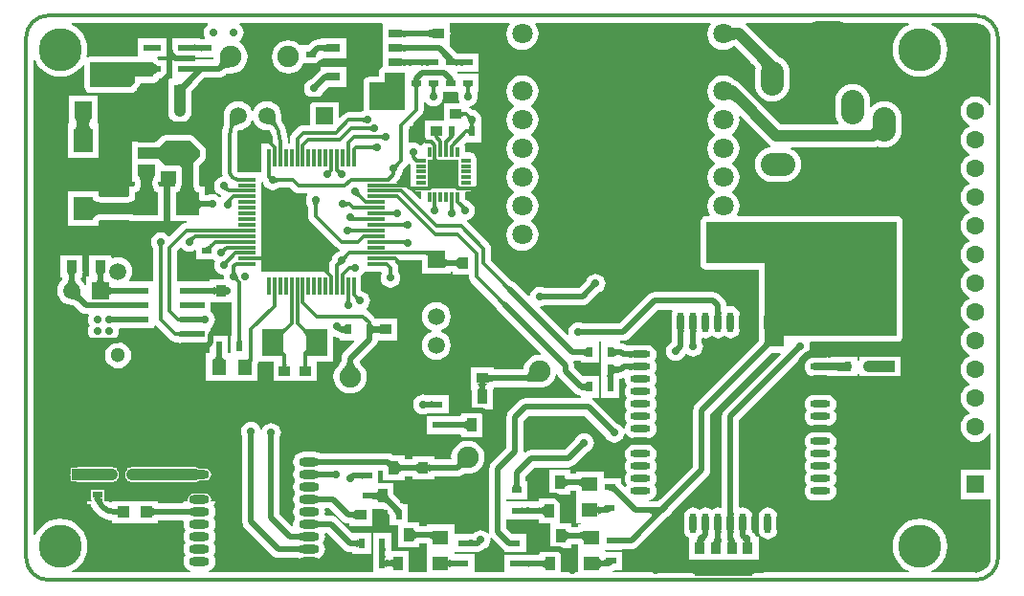
<source format=gtl>
G04*
G04 #@! TF.GenerationSoftware,Altium Limited,Altium Designer,18.1.6 (161)*
G04*
G04 Layer_Physical_Order=1*
G04 Layer_Color=255*
%FSLAX25Y25*%
%MOIN*%
G70*
G01*
G75*
%ADD23R,0.07874X0.08268*%
%ADD24R,0.06693X0.07874*%
G04:AMPARAMS|DCode=25|XSize=60mil|YSize=60mil|CornerRadius=15mil|HoleSize=0mil|Usage=FLASHONLY|Rotation=90.000|XOffset=0mil|YOffset=0mil|HoleType=Round|Shape=RoundedRectangle|*
%AMROUNDEDRECTD25*
21,1,0.06000,0.03000,0,0,90.0*
21,1,0.03000,0.06000,0,0,90.0*
1,1,0.03000,0.01500,0.01500*
1,1,0.03000,0.01500,-0.01500*
1,1,0.03000,-0.01500,-0.01500*
1,1,0.03000,-0.01500,0.01500*
%
%ADD25ROUNDEDRECTD25*%
%ADD26R,0.06000X0.06000*%
%ADD27R,0.03740X0.03937*%
G04:AMPARAMS|DCode=28|XSize=60mil|YSize=60mil|CornerRadius=15mil|HoleSize=0mil|Usage=FLASHONLY|Rotation=0.000|XOffset=0mil|YOffset=0mil|HoleType=Round|Shape=RoundedRectangle|*
%AMROUNDEDRECTD28*
21,1,0.06000,0.03000,0,0,0.0*
21,1,0.03000,0.06000,0,0,0.0*
1,1,0.03000,0.01500,-0.01500*
1,1,0.03000,-0.01500,-0.01500*
1,1,0.03000,-0.01500,0.01500*
1,1,0.03000,0.01500,0.01500*
%
%ADD28ROUNDEDRECTD28*%
%ADD29R,0.06000X0.06000*%
%ADD30R,0.05906X0.03937*%
%ADD31R,0.03937X0.03740*%
%ADD32R,0.05906X0.02362*%
%ADD33R,0.03543X0.02362*%
%ADD34R,0.01181X0.05906*%
%ADD35R,0.05906X0.01181*%
%ADD36R,0.05118X0.02756*%
%ADD37R,0.02362X0.03543*%
G04:AMPARAMS|DCode=38|XSize=33.47mil|YSize=13.78mil|CornerRadius=1.72mil|HoleSize=0mil|Usage=FLASHONLY|Rotation=90.000|XOffset=0mil|YOffset=0mil|HoleType=Round|Shape=RoundedRectangle|*
%AMROUNDEDRECTD38*
21,1,0.03347,0.01034,0,0,90.0*
21,1,0.03002,0.01378,0,0,90.0*
1,1,0.00345,0.00517,0.01501*
1,1,0.00345,0.00517,-0.01501*
1,1,0.00345,-0.00517,-0.01501*
1,1,0.00345,-0.00517,0.01501*
%
%ADD38ROUNDEDRECTD38*%
G04:AMPARAMS|DCode=39|XSize=31.5mil|YSize=13.78mil|CornerRadius=1.72mil|HoleSize=0mil|Usage=FLASHONLY|Rotation=0.000|XOffset=0mil|YOffset=0mil|HoleType=Round|Shape=RoundedRectangle|*
%AMROUNDEDRECTD39*
21,1,0.03150,0.01034,0,0,0.0*
21,1,0.02805,0.01378,0,0,0.0*
1,1,0.00345,0.01403,-0.00517*
1,1,0.00345,-0.01403,-0.00517*
1,1,0.00345,-0.01403,0.00517*
1,1,0.00345,0.01403,0.00517*
%
%ADD39ROUNDEDRECTD39*%
%ADD40R,0.07480X0.09449*%
%ADD41R,0.05000X0.05500*%
%ADD42R,0.08661X0.02362*%
%ADD43O,0.02362X0.07087*%
%ADD44O,0.07087X0.02362*%
%ADD45R,0.03347X0.04724*%
G04:AMPARAMS|DCode=46|XSize=98.43mil|YSize=169.29mil|CornerRadius=24.61mil|HoleSize=0mil|Usage=FLASHONLY|Rotation=90.000|XOffset=0mil|YOffset=0mil|HoleType=Round|Shape=RoundedRectangle|*
%AMROUNDEDRECTD46*
21,1,0.09843,0.12008,0,0,90.0*
21,1,0.04921,0.16929,0,0,90.0*
1,1,0.04921,0.06004,0.02461*
1,1,0.04921,0.06004,-0.02461*
1,1,0.04921,-0.06004,-0.02461*
1,1,0.04921,-0.06004,0.02461*
%
%ADD46ROUNDEDRECTD46*%
%ADD47R,0.08661X0.03937*%
%ADD48R,0.03937X0.03937*%
%ADD49R,0.05500X0.05000*%
%ADD95C,0.01200*%
%ADD96C,0.02000*%
%ADD97R,0.10630X0.10236*%
%ADD98O,0.07087X0.03150*%
%ADD99C,0.04000*%
%ADD100C,0.02756*%
%ADD101R,0.05984X0.05984*%
%ADD102C,0.05984*%
%ADD103C,0.07500*%
%ADD104C,0.05906*%
%ADD105R,0.05906X0.05906*%
%ADD106R,0.05984X0.05984*%
%ADD107C,0.07087*%
%ADD108O,0.08000X0.12000*%
%ADD109O,0.12000X0.08000*%
%ADD110O,0.15000X0.08000*%
%ADD111C,0.15000*%
%ADD112C,0.06299*%
%ADD113R,0.06299X0.06299*%
%ADD114C,0.05118*%
%ADD115C,0.02800*%
%ADD116C,0.02362*%
G36*
X797894Y465297D02*
X797954Y465235D01*
X798054Y465180D01*
X798194Y465132D01*
X798374Y465092D01*
X798594Y465059D01*
X799154Y465015D01*
X799874Y465000D01*
Y463000D01*
X799494Y462997D01*
X798374Y462909D01*
X798194Y462869D01*
X798054Y462821D01*
X797954Y462766D01*
X797894Y462704D01*
X797874Y462634D01*
Y465366D01*
X797894Y465297D01*
D02*
G37*
G36*
X790768Y467378D02*
Y460622D01*
Y455622D01*
Y452495D01*
X790720Y452486D01*
X790058Y452043D01*
X789616Y451382D01*
X789461Y450602D01*
Y449039D01*
X786149D01*
X785368Y448884D01*
X784707Y448442D01*
X784265Y447780D01*
X784110Y447000D01*
Y437500D01*
X784173Y437182D01*
X783785Y437021D01*
X783354Y436690D01*
X783341Y436690D01*
X783270Y436674D01*
X779051D01*
X779051Y436674D01*
X778372Y436584D01*
X777740Y436322D01*
X777197Y435906D01*
X777197Y435906D01*
X775954Y434663D01*
X775492Y434854D01*
Y440492D01*
X765508D01*
Y432122D01*
X763200D01*
X763200Y432123D01*
X762522Y432033D01*
X761889Y431771D01*
X761346Y431354D01*
X761346Y431354D01*
X759224Y429233D01*
X758808Y428690D01*
X758546Y428057D01*
X758456Y427378D01*
X758456Y427378D01*
Y425894D01*
X757796D01*
Y426685D01*
X757812D01*
X757657Y428662D01*
X757194Y430590D01*
X756435Y432423D01*
X755980Y433164D01*
X755975Y433189D01*
X755898Y433308D01*
X755852Y433442D01*
X755779Y433568D01*
X755746Y433639D01*
X755707Y433744D01*
X755675Y433856D01*
X755588Y434296D01*
X755565Y434492D01*
X755531Y435111D01*
X755531Y435459D01*
X755530Y435463D01*
X755535Y435500D01*
X755364Y436803D01*
X754861Y438018D01*
X754060Y439060D01*
X753018Y439861D01*
X751803Y440364D01*
X750500Y440535D01*
X749197Y440364D01*
X747982Y439861D01*
X746940Y439060D01*
X746139Y438018D01*
X745771Y437127D01*
X745229D01*
X744861Y438018D01*
X744060Y439060D01*
X743018Y439861D01*
X741803Y440364D01*
X740500Y440535D01*
X739197Y440364D01*
X737982Y439861D01*
X736940Y439060D01*
X736139Y438018D01*
X735636Y436803D01*
X735465Y435500D01*
X735530Y435003D01*
X735515Y434824D01*
X735641Y433703D01*
X735652Y433479D01*
X735647Y432984D01*
X735635Y432838D01*
X735616Y432709D01*
X735598Y432623D01*
X735557Y432489D01*
X735552Y432438D01*
X735530Y432392D01*
X735530Y432384D01*
X735480Y432264D01*
X735017Y430335D01*
X734861Y428358D01*
X734878D01*
Y416414D01*
X734871D01*
X734987Y415235D01*
X735130Y414765D01*
X734859Y414345D01*
X734612Y414313D01*
X733785Y413970D01*
X733075Y413425D01*
X732530Y412715D01*
X732188Y411888D01*
X732071Y411000D01*
X732188Y410112D01*
X732530Y409285D01*
X733075Y408575D01*
X733785Y408030D01*
X734545Y407716D01*
X734669Y407358D01*
X734696Y407203D01*
X734591Y407084D01*
X734023Y407097D01*
X733925Y407225D01*
X733215Y407770D01*
X732388Y408112D01*
X731500Y408229D01*
X730612Y408112D01*
X729920Y407826D01*
X728854D01*
X728799Y407838D01*
X728757Y407840D01*
Y408652D01*
X728773Y408700D01*
X728763Y408812D01*
X728785Y408922D01*
X728757Y409059D01*
Y410934D01*
X727095D01*
X727071Y410993D01*
X726992Y411300D01*
X726923Y411730D01*
X726877Y412274D01*
X726859Y412973D01*
X726855Y412991D01*
Y418179D01*
X726855Y418180D01*
X726842Y418276D01*
X728743Y420176D01*
X729185Y420838D01*
X729340Y421618D01*
Y423193D01*
X729185Y423973D01*
X728743Y424635D01*
X725199Y428178D01*
X724538Y428620D01*
X723758Y428775D01*
X715096D01*
X714316Y428620D01*
X713654Y428178D01*
X711916Y426440D01*
X708600D01*
X708396Y426413D01*
X705747D01*
X705659Y426355D01*
X705655Y426413D01*
X705647D01*
X705450Y426374D01*
X703647D01*
Y424571D01*
X703608Y424374D01*
Y420437D01*
X703647Y420240D01*
Y418437D01*
Y414680D01*
X703620Y414543D01*
X703647Y414407D01*
Y412532D01*
X704449D01*
X704505Y411817D01*
X704497Y411730D01*
X704429Y411300D01*
X704349Y410993D01*
X704326Y410934D01*
X702663D01*
Y409059D01*
X702636Y408922D01*
X702658Y408812D01*
X702648Y408700D01*
X702663Y408652D01*
Y407476D01*
X702589Y407445D01*
X702287Y407364D01*
X701861Y407293D01*
X701320Y407246D01*
X700622Y407228D01*
X700604Y407224D01*
X693904D01*
X693886Y407228D01*
X693187Y407245D01*
X692642Y407291D01*
X692213Y407360D01*
X691906Y407440D01*
X691847Y407463D01*
Y409126D01*
X689971D01*
X689834Y409153D01*
X689724Y409131D01*
X689613Y409141D01*
X689565Y409126D01*
X681153D01*
Y397252D01*
X689565D01*
X689613Y397237D01*
X689724Y397247D01*
X689834Y397225D01*
X689971Y397252D01*
X691847D01*
Y398915D01*
X691906Y398938D01*
X692213Y399018D01*
X692642Y399086D01*
X693187Y399133D01*
X693886Y399150D01*
X693904Y399154D01*
X700639D01*
X700661Y399150D01*
X701396Y399145D01*
X702596Y399107D01*
X702663Y399101D01*
Y398666D01*
X704536D01*
X704671Y398639D01*
X704671Y398639D01*
X704671Y398639D01*
X704809Y398666D01*
X714537D01*
Y408652D01*
X714552Y408700D01*
X714542Y408812D01*
X714564Y408922D01*
X714537Y409059D01*
Y410934D01*
X712874D01*
X712851Y410993D01*
X712771Y411300D01*
X712703Y411730D01*
X712687Y411906D01*
X712716Y412395D01*
X712734Y412532D01*
X713553D01*
Y414407D01*
X713580Y414543D01*
X713553Y414680D01*
Y416099D01*
X714053Y416366D01*
X714316Y416191D01*
X715096Y416036D01*
X718786D01*
Y412991D01*
X718782Y412973D01*
X718764Y412274D01*
X718718Y411730D01*
X718649Y411300D01*
X718570Y410993D01*
X718546Y410934D01*
X716884D01*
Y409059D01*
X716856Y408922D01*
X716878Y408812D01*
X716868Y408700D01*
X716884Y408652D01*
Y398666D01*
X722539D01*
X722547Y398170D01*
X722547Y398170D01*
X721869Y398080D01*
X721236Y397818D01*
X720693Y397402D01*
X720693Y397401D01*
X716842Y393551D01*
X716179Y393594D01*
X715925Y393925D01*
X715215Y394470D01*
X714388Y394812D01*
X713500Y394929D01*
X712612Y394812D01*
X711785Y394470D01*
X711075Y393925D01*
X710530Y393215D01*
X710187Y392388D01*
X710071Y391500D01*
X710187Y390612D01*
X710530Y389785D01*
X710861Y389354D01*
X710861Y389341D01*
X710878Y389270D01*
Y377681D01*
X702696D01*
X702450Y378181D01*
X702926Y378802D01*
X703425Y380007D01*
X703595Y381300D01*
X703425Y382593D01*
X702926Y383798D01*
X702132Y384832D01*
X701098Y385626D01*
X699893Y386125D01*
X698600Y386296D01*
X697307Y386125D01*
X696786Y385909D01*
X696370Y386187D01*
Y386968D01*
X688630D01*
Y381328D01*
X688618Y381292D01*
X688627Y381167D01*
X688603Y381044D01*
X688630Y380907D01*
Y379453D01*
X687547D01*
Y376564D01*
X687047Y376464D01*
X686826Y376998D01*
X686032Y378032D01*
X686013Y378047D01*
X685890Y378176D01*
X685804Y378280D01*
X685735Y378378D01*
X685680Y378470D01*
X685650Y378532D01*
X685691Y378666D01*
X685792Y378867D01*
X685852Y378938D01*
X685920Y378988D01*
X686021Y379031D01*
X686370D01*
Y380907D01*
X686397Y381044D01*
X686373Y381167D01*
X686382Y381292D01*
X686370Y381328D01*
Y386968D01*
X678630D01*
Y381328D01*
X678618Y381292D01*
X678627Y381167D01*
X678603Y381044D01*
X678630Y380907D01*
Y379031D01*
X678979D01*
X679080Y378988D01*
X679148Y378938D01*
X679208Y378867D01*
X679310Y378665D01*
X679350Y378532D01*
X679320Y378470D01*
X679265Y378378D01*
X679196Y378280D01*
X679110Y378176D01*
X678987Y378047D01*
X678968Y378032D01*
X678174Y376998D01*
X677675Y375793D01*
X677504Y374500D01*
X677675Y373207D01*
X678174Y372002D01*
X678968Y370968D01*
X680002Y370174D01*
X681207Y369675D01*
X682500Y369504D01*
X682524Y369508D01*
X682702Y369503D01*
X682837Y369491D01*
X682955Y369470D01*
X683059Y369444D01*
X683152Y369412D01*
X683238Y369374D01*
X683319Y369329D01*
X683400Y369276D01*
X683483Y369211D01*
X683625Y369079D01*
X683668Y369053D01*
X685360Y367360D01*
X685987Y366880D01*
X686717Y366577D01*
X687500Y366474D01*
X687500Y366474D01*
X688136D01*
X688431Y365974D01*
X688188Y365388D01*
X688071Y364500D01*
X688188Y363612D01*
X688530Y362785D01*
X688749Y362500D01*
X688530Y362215D01*
X688188Y361388D01*
X688071Y360500D01*
X688188Y359612D01*
X688530Y358785D01*
X688973Y358208D01*
X689267Y358127D01*
X689638Y358057D01*
X690020Y358014D01*
X690414Y358000D01*
X690654Y357182D01*
X691500Y357071D01*
X692388Y357188D01*
X693215Y357530D01*
X693500Y357749D01*
X693785Y357530D01*
X694612Y357188D01*
X695500Y357071D01*
X696388Y357188D01*
X697215Y357530D01*
X697925Y358075D01*
X698470Y358785D01*
X698812Y359612D01*
X698929Y360500D01*
X698871Y360943D01*
X699201Y361319D01*
X700545D01*
X700681Y361292D01*
X700818Y361319D01*
X711331D01*
Y362253D01*
X711831Y362461D01*
X716646Y357646D01*
X716646Y357646D01*
X717189Y357229D01*
X717821Y356967D01*
X718157Y356923D01*
Y356319D01*
X720033D01*
X720169Y356292D01*
X720281Y356314D01*
X720394Y356304D01*
X720441Y356319D01*
X730658D01*
Y353377D01*
X730631Y353240D01*
X730647Y353160D01*
X730519Y352660D01*
X729339D01*
Y343160D01*
X747339D01*
Y348924D01*
X747533Y349393D01*
X747583Y349776D01*
X752752D01*
Y343283D01*
X752908Y343226D01*
X753267Y343127D01*
X753638Y343057D01*
X754020Y343014D01*
X754414Y343000D01*
X753968Y342630D01*
X767969D01*
Y349776D01*
X773540D01*
Y358433D01*
X774040Y358614D01*
X774345Y358380D01*
X775075Y358077D01*
X775610Y358007D01*
X775817Y357961D01*
X775819Y357961D01*
Y357228D01*
X777694D01*
X777831Y357201D01*
X777967Y357228D01*
X777968D01*
X778107Y357220D01*
X778131Y357228D01*
X780945D01*
X781136Y356766D01*
X777360Y352991D01*
X776880Y352364D01*
X776577Y351634D01*
X776474Y350851D01*
Y350510D01*
X776464Y350468D01*
X776452Y350252D01*
X776434Y350134D01*
X776401Y350004D01*
X776349Y349859D01*
X776275Y349697D01*
X776174Y349516D01*
X776042Y349318D01*
X775878Y349104D01*
X775680Y348875D01*
X775459Y348647D01*
X775399Y348601D01*
X774477Y347400D01*
X773898Y346001D01*
X773700Y344500D01*
X773898Y342999D01*
X774477Y341600D01*
X775399Y340399D01*
X776600Y339477D01*
X777999Y338898D01*
X779500Y338700D01*
X781001Y338898D01*
X782400Y339477D01*
X783601Y340399D01*
X784523Y341600D01*
X785102Y342999D01*
X785300Y344500D01*
X785102Y346001D01*
X784523Y347400D01*
X783601Y348601D01*
X783541Y348647D01*
X783320Y348875D01*
X783122Y349104D01*
X782958Y349318D01*
X782826Y349516D01*
X782725Y349697D01*
X782693Y349765D01*
X788288Y355360D01*
X788769Y355987D01*
X789072Y356717D01*
X789126Y357130D01*
X789907D01*
X790043Y357103D01*
X790167Y357127D01*
X790292Y357118D01*
X790328Y357130D01*
X795968D01*
Y364870D01*
X790328D01*
X790292Y364882D01*
X790167Y364873D01*
X790043Y364897D01*
X789907Y364870D01*
X788291D01*
X788003Y365245D01*
X788003Y365245D01*
X785894Y367354D01*
X785351Y367771D01*
X785180Y367842D01*
X785115Y368337D01*
X785425Y368575D01*
X785970Y369285D01*
X786312Y370112D01*
X786429Y371000D01*
X786312Y371888D01*
X785970Y372715D01*
X785425Y373425D01*
X784715Y373970D01*
X783888Y374312D01*
X783386Y374378D01*
Y376059D01*
X783354Y376301D01*
Y379716D01*
X783725Y380001D01*
X784270Y380711D01*
X784450Y381146D01*
X788199D01*
X788441Y381114D01*
X790350D01*
X790563Y380614D01*
X790262Y379888D01*
X790145Y379000D01*
X790262Y378112D01*
X790604Y377285D01*
X791150Y376575D01*
X791860Y376030D01*
X792687Y375688D01*
X793574Y375571D01*
X794462Y375688D01*
X795289Y376030D01*
X795999Y376575D01*
X796544Y377285D01*
X796887Y378112D01*
X797004Y379000D01*
X796887Y379888D01*
X796544Y380715D01*
X796213Y381146D01*
X796213Y381159D01*
X796197Y381230D01*
Y382425D01*
X796197Y382426D01*
X796107Y383104D01*
X795846Y383737D01*
X795429Y384280D01*
X795429Y384280D01*
X795120Y384589D01*
X795311Y385051D01*
X804508D01*
Y380508D01*
X812160D01*
X812168Y380505D01*
X812243Y380508D01*
X812348D01*
X812487Y380481D01*
X812621Y380508D01*
X814492D01*
Y381161D01*
X814517Y381161D01*
X814576Y381174D01*
X815034D01*
X815091Y381161D01*
X815130Y381160D01*
Y380231D01*
X817005D01*
X817142Y380204D01*
X817253Y380226D01*
X817365Y380217D01*
X817412Y380231D01*
X820878D01*
Y379500D01*
X820877Y379500D01*
X820967Y378821D01*
X821229Y378189D01*
X821646Y377646D01*
X829337Y369954D01*
X829379Y369889D01*
X830371Y368861D01*
X830630Y368237D01*
X831110Y367610D01*
X846011Y352710D01*
X845790Y352261D01*
X845500Y352300D01*
X843999Y352102D01*
X842600Y351523D01*
X841399Y350601D01*
X840477Y349400D01*
X839898Y348001D01*
X839772Y347042D01*
X839771Y347039D01*
X839717Y347037D01*
X839673Y347026D01*
X829580D01*
X829523Y347039D01*
X829489Y347039D01*
Y347870D01*
X827613D01*
X827477Y347897D01*
X827353Y347873D01*
X827228Y347882D01*
X827192Y347870D01*
X821552D01*
Y342412D01*
X821537Y342365D01*
X821546Y342253D01*
X821524Y342142D01*
X821552Y342005D01*
Y340130D01*
X821715Y340033D01*
X821845Y339651D01*
X821847Y339646D01*
Y333259D01*
X829193D01*
Y339646D01*
X829195Y339651D01*
X829325Y340033D01*
X829489Y340130D01*
Y340961D01*
X829523Y340961D01*
X829580Y340974D01*
X840265D01*
X840288Y340968D01*
X840343Y340974D01*
X840373D01*
X840436Y340961D01*
X842211Y340945D01*
X843855Y340875D01*
X844318Y340828D01*
X844478Y340802D01*
X844522Y340804D01*
X844564Y340790D01*
X844721Y340803D01*
X845500Y340700D01*
X847001Y340898D01*
X848400Y341477D01*
X849601Y342399D01*
X850523Y343600D01*
X851102Y344999D01*
X851146Y345332D01*
X851659Y345399D01*
X851880Y344867D01*
X852360Y344240D01*
X857752Y338849D01*
X858378Y338368D01*
X859108Y338066D01*
X859642Y337996D01*
X859819Y337957D01*
Y337217D01*
X859398Y337026D01*
X840500D01*
X840500Y337026D01*
X839717Y336923D01*
X838987Y336620D01*
X838360Y336140D01*
X834860Y332640D01*
X834379Y332013D01*
X834077Y331283D01*
X833974Y330500D01*
Y319753D01*
X828860Y314640D01*
X828380Y314013D01*
X828077Y313283D01*
X827974Y312500D01*
Y290500D01*
X828022Y290138D01*
X827544Y289940D01*
X827425Y290094D01*
X826715Y290639D01*
X825888Y290982D01*
X825000Y291099D01*
X824112Y290982D01*
X823285Y290639D01*
X822575Y290094D01*
X822372Y289830D01*
X820896D01*
X820759Y289857D01*
X820623Y289830D01*
X815750D01*
Y293000D01*
X808394D01*
X808255Y293027D01*
X808121Y293000D01*
X806250D01*
Y292460D01*
X806232Y292460D01*
X806171Y292447D01*
X803790D01*
X803735Y292460D01*
X803693Y292461D01*
Y293783D01*
X799681D01*
Y297971D01*
X799692Y298004D01*
X799681Y298153D01*
X799708Y298299D01*
X799681Y298422D01*
Y300272D01*
X798129D01*
X797397Y300905D01*
X797168Y301129D01*
X797115Y301165D01*
X797020Y301259D01*
X797014Y301266D01*
X797012Y301268D01*
X795577Y302702D01*
X795544Y302753D01*
X795209Y303102D01*
X794957Y303386D01*
X794766Y303627D01*
X794673Y303763D01*
Y304060D01*
X794688Y304127D01*
X794673Y304210D01*
Y307362D01*
X789271D01*
Y311805D01*
X791047D01*
Y308459D01*
X798393D01*
Y309782D01*
X798435Y309783D01*
X798490Y309795D01*
X801035D01*
X801091Y309783D01*
X801130Y309782D01*
Y308853D01*
X803005D01*
X803142Y308826D01*
X803253Y308848D01*
X803365Y308838D01*
X803412Y308853D01*
X806588D01*
X806635Y308838D01*
X806747Y308848D01*
X806858Y308826D01*
X806995Y308853D01*
X808870D01*
Y309782D01*
X808909Y309783D01*
X808965Y309795D01*
X816821D01*
X817605Y309898D01*
X818334Y310201D01*
X818756Y310524D01*
X818935Y310638D01*
X819105Y310800D01*
X819190Y310873D01*
X820500Y310700D01*
X822001Y310898D01*
X823400Y311477D01*
X824601Y312399D01*
X825523Y313600D01*
X826102Y314999D01*
X826300Y316500D01*
X826102Y318001D01*
X825523Y319400D01*
X824601Y320601D01*
X823400Y321523D01*
X822001Y322102D01*
X820500Y322300D01*
X818999Y322102D01*
X817600Y321523D01*
X816399Y320601D01*
X815477Y319400D01*
X814898Y318001D01*
X814700Y316500D01*
X814737Y316223D01*
X814407Y315847D01*
X808965D01*
X808909Y315860D01*
X808870Y315861D01*
Y316790D01*
X806995D01*
X806858Y316817D01*
X806747Y316795D01*
X806635Y316805D01*
X806588Y316790D01*
X803412D01*
X803365Y316805D01*
X803253Y316795D01*
X803142Y316817D01*
X803005Y316790D01*
X801130D01*
Y315861D01*
X801091Y315860D01*
X801035Y315847D01*
X798490D01*
X798435Y315860D01*
X798393Y315861D01*
Y317183D01*
X794572D01*
X794224Y317451D01*
X793494Y317754D01*
X792711Y317857D01*
X770443D01*
X770380Y317870D01*
X770042Y317873D01*
X769483Y317898D01*
X769075Y317942D01*
X768977Y317959D01*
X768923Y317972D01*
X768887Y317988D01*
X768861Y317994D01*
X768842Y318002D01*
X768726Y318080D01*
X768589Y318107D01*
X768091Y318314D01*
X767158Y318436D01*
X763221D01*
X762287Y318314D01*
X761418Y317953D01*
X760671Y317380D01*
X760098Y316634D01*
X759738Y315764D01*
X759615Y314831D01*
X759738Y313897D01*
X760098Y313028D01*
X760376Y312665D01*
X760098Y312303D01*
X759738Y311433D01*
X759615Y310500D01*
X759738Y309567D01*
X760098Y308697D01*
X760376Y308335D01*
X760098Y307972D01*
X759738Y307102D01*
X759615Y306169D01*
X759738Y305236D01*
X760098Y304366D01*
X760376Y304004D01*
X760098Y303641D01*
X759738Y302772D01*
X759615Y301839D01*
X759738Y300905D01*
X760098Y300036D01*
X760376Y299673D01*
X760098Y299311D01*
X759738Y298441D01*
X759615Y297508D01*
X759738Y296575D01*
X760098Y295705D01*
X760376Y295342D01*
X760098Y294980D01*
X759738Y294110D01*
X759615Y293177D01*
X759661Y292825D01*
X759188Y292592D01*
X755026Y296753D01*
Y323421D01*
X755312Y324112D01*
X755429Y325000D01*
X755312Y325888D01*
X754970Y326715D01*
X754425Y327425D01*
X753715Y327970D01*
X752888Y328312D01*
X752000Y328429D01*
X751112Y328312D01*
X750285Y327970D01*
X749575Y327425D01*
X749030Y326715D01*
X748836Y326245D01*
X748322Y326313D01*
X748313Y326388D01*
X747970Y327215D01*
X747425Y327925D01*
X746715Y328470D01*
X745888Y328813D01*
X745000Y328929D01*
X744112Y328813D01*
X743285Y328470D01*
X742575Y327925D01*
X742030Y327215D01*
X741687Y326388D01*
X741571Y325500D01*
X741687Y324612D01*
X741974Y323920D01*
Y294000D01*
X742077Y293217D01*
X742380Y292487D01*
X742860Y291860D01*
X752345Y282376D01*
X752971Y281895D01*
X753701Y281593D01*
X754484Y281490D01*
X759935D01*
X759998Y281477D01*
X760336Y281473D01*
X760895Y281449D01*
X761303Y281404D01*
X761401Y281387D01*
X761455Y281374D01*
X761491Y281358D01*
X761517Y281352D01*
X761536Y281344D01*
X761652Y281267D01*
X761789Y281240D01*
X762287Y281033D01*
X763221Y280910D01*
X767158D01*
X767946Y281014D01*
Y281550D01*
X768055Y281481D01*
X768194Y281419D01*
X768363Y281364D01*
X768560Y281316D01*
X768711Y281290D01*
X768960Y281393D01*
X769707Y281966D01*
X770280Y282713D01*
X770640Y283582D01*
X770763Y284516D01*
X770640Y285449D01*
X770280Y286319D01*
X770002Y286681D01*
X770280Y287044D01*
X770640Y287913D01*
X770763Y288846D01*
X770657Y289651D01*
X770959Y290151D01*
X771569D01*
X777361Y284360D01*
X777987Y283879D01*
X778717Y283577D01*
X779500Y283474D01*
X780282D01*
X780341Y283461D01*
X780370Y283460D01*
Y282728D01*
X782245D01*
X782382Y282701D01*
X782518Y282728D01*
X782527D01*
X782662Y282720D01*
X782684Y282728D01*
X786732D01*
Y290271D01*
X782684D01*
X782662Y290279D01*
X782527Y290271D01*
X782518D01*
X782382Y290298D01*
X782245Y290271D01*
X780370D01*
Y290271D01*
X780114Y290165D01*
X774963Y295317D01*
X774336Y295798D01*
X773606Y296100D01*
X772823Y296203D01*
X770959D01*
X770657Y296703D01*
X770763Y297508D01*
X770657Y298313D01*
X770959Y298813D01*
X772246D01*
X776699Y294360D01*
X777325Y293880D01*
X778055Y293577D01*
X778838Y293474D01*
X779240D01*
X779297Y293461D01*
X779331Y293461D01*
Y292630D01*
X781207D01*
X781344Y292603D01*
X781467Y292627D01*
X781592Y292618D01*
X781628Y292630D01*
X787268D01*
Y298162D01*
X787327Y298638D01*
X790589D01*
X790668Y298628D01*
X790704Y298638D01*
X790971D01*
X791535Y298155D01*
X791932Y297771D01*
X791970Y297746D01*
X791998Y297709D01*
X792031Y297690D01*
X792395Y297325D01*
X792422Y297282D01*
X793105Y296547D01*
X793299Y296305D01*
X793319Y296276D01*
Y295884D01*
X793304Y295801D01*
X793319Y295734D01*
Y292728D01*
X796347D01*
Y285059D01*
X803693D01*
Y286382D01*
X803735Y286383D01*
X803790Y286395D01*
X806153D01*
X806209Y286383D01*
X806250Y286382D01*
Y284000D01*
Y276322D01*
X799973D01*
Y283962D01*
X793881D01*
Y284604D01*
X793908Y284740D01*
X793881Y284877D01*
Y290272D01*
X787519D01*
Y284877D01*
X787492Y284740D01*
X787519Y284604D01*
Y281496D01*
X787492Y281360D01*
X787519Y281223D01*
Y276322D01*
X730291D01*
X730192Y276822D01*
X730771Y277063D01*
X731518Y277636D01*
X732091Y278382D01*
X732451Y279252D01*
X732574Y280185D01*
X732451Y281118D01*
X732091Y281988D01*
X731813Y282350D01*
X732091Y282713D01*
X732451Y283582D01*
X732574Y284516D01*
X732451Y285449D01*
X732091Y286319D01*
X731813Y286681D01*
X732091Y287044D01*
X732451Y287913D01*
X732574Y288846D01*
X732451Y289780D01*
X732091Y290649D01*
X731813Y291012D01*
X732091Y291374D01*
X732451Y292244D01*
X732574Y293177D01*
X732451Y294110D01*
X732091Y294980D01*
X731813Y295342D01*
X732091Y295705D01*
X732451Y296575D01*
X732574Y297508D01*
X732451Y298441D01*
X732091Y299311D01*
X731813Y299673D01*
X732091Y300036D01*
X732451Y300905D01*
X732485Y301159D01*
X731315D01*
X730998Y301545D01*
X731056Y301839D01*
X730897Y302637D01*
X730444Y303315D01*
X729767Y303767D01*
X728968Y303926D01*
X725032D01*
X724233Y303767D01*
X723556Y303315D01*
X723103Y302637D01*
X722944Y301839D01*
X723002Y301545D01*
X722685Y301159D01*
X721515D01*
X721532Y301034D01*
X721230Y300534D01*
X712564D01*
X712507Y300546D01*
X712468Y300547D01*
Y301159D01*
X696631D01*
D01*
X696132Y300825D01*
X695939Y300904D01*
X695608Y301159D01*
X693777D01*
X693762Y301205D01*
X693745Y301698D01*
X693772Y302182D01*
X693749Y302237D01*
X693759Y302295D01*
X693745Y302315D01*
Y305005D01*
X689256D01*
Y302287D01*
X689233Y302247D01*
X689243Y302214D01*
X689229Y302182D01*
X689256Y302117D01*
Y301698D01*
X689309D01*
X689375Y301659D01*
X689388Y301611D01*
X689101Y301159D01*
X687729D01*
Y300170D01*
X689039D01*
X689113Y300020D01*
X689135Y299948D01*
X689238Y299754D01*
X689337Y299514D01*
X689365Y299472D01*
X689377Y299423D01*
X689516Y299233D01*
X689957Y298410D01*
X691063Y297062D01*
X692411Y295956D01*
X693948Y295134D01*
X695617Y294628D01*
X696631Y294528D01*
Y293531D01*
X710187D01*
X710235Y293516D01*
X710347Y293526D01*
X710457Y293504D01*
X710593Y293531D01*
X712468D01*
Y294468D01*
X712508Y294469D01*
X712564Y294482D01*
X721230D01*
X721532Y293982D01*
X721426Y293177D01*
X721549Y292244D01*
X721909Y291374D01*
X722187Y291012D01*
X721909Y290649D01*
X721549Y289780D01*
X721426Y288846D01*
X721549Y287913D01*
X721909Y287044D01*
X722187Y286681D01*
X721909Y286319D01*
X721549Y285449D01*
X721426Y284516D01*
X721549Y283582D01*
X721909Y282713D01*
X722187Y282350D01*
X721909Y281988D01*
X721549Y281118D01*
X721426Y280185D01*
X721549Y279252D01*
X721909Y278382D01*
X722482Y277636D01*
X723229Y277063D01*
X723808Y276822D01*
X723709Y276322D01*
X682544D01*
X682418Y276822D01*
X683804Y277563D01*
X685250Y278750D01*
X686437Y280196D01*
X687319Y281847D01*
X687863Y283638D01*
X688046Y285500D01*
X687863Y287362D01*
X687319Y289153D01*
X686437Y290804D01*
X685250Y292250D01*
X683804Y293437D01*
X682153Y294319D01*
X680362Y294863D01*
X678500Y295046D01*
X676638Y294863D01*
X674847Y294319D01*
X673197Y293437D01*
X671750Y292250D01*
X670563Y290804D01*
X669772Y289325D01*
X669272Y289450D01*
Y454664D01*
X669772Y454789D01*
X670563Y453311D01*
X671750Y451864D01*
X673197Y450677D01*
X674847Y449795D01*
X676638Y449252D01*
X678500Y449068D01*
X680362Y449252D01*
X682153Y449795D01*
X683804Y450677D01*
X685250Y451864D01*
X686437Y453311D01*
X686461Y453355D01*
X686961Y453230D01*
Y445500D01*
X687116Y444720D01*
X687558Y444058D01*
X688220Y443616D01*
X689000Y443461D01*
X703234D01*
X704014Y443616D01*
X704676Y444058D01*
X704771Y444201D01*
X705500D01*
Y445432D01*
X705529Y445471D01*
X705741Y445633D01*
X705830Y445734D01*
X705942Y445809D01*
X706090Y446031D01*
X706266Y446231D01*
X706309Y446359D01*
X706384Y446471D01*
X706436Y446732D01*
X706514Y446961D01*
X711000D01*
X711780Y447116D01*
X712442Y447558D01*
X712884Y448220D01*
X712944Y448521D01*
X713020Y448579D01*
X715547D01*
Y454941D01*
X713020D01*
X712612Y455254D01*
X712551Y455279D01*
X712442Y455442D01*
X712267Y455559D01*
X712418Y456059D01*
X715547D01*
Y457396D01*
X715500Y457500D01*
X715547Y457557D01*
Y462421D01*
X705642D01*
X705642Y456059D01*
X705150Y456039D01*
X689000D01*
X688220Y455884D01*
X687784Y456165D01*
X687716Y456269D01*
X687863Y456752D01*
X688046Y458614D01*
X687863Y460476D01*
X687319Y462267D01*
X686437Y463918D01*
X685250Y465364D01*
X683804Y466551D01*
X682445Y467278D01*
X682570Y467778D01*
X729865D01*
X730035Y467278D01*
X729575Y466925D01*
X729030Y466215D01*
X728687Y465388D01*
X728571Y464500D01*
X728687Y463612D01*
X729030Y462785D01*
X729045Y462766D01*
X728798Y462266D01*
X727429D01*
X727365Y462279D01*
X727358Y462279D01*
Y462421D01*
X725483D01*
X725346Y462448D01*
X725210Y462421D01*
X717453D01*
Y459857D01*
X717500Y459914D01*
X717514Y459520D01*
X717557Y459138D01*
X717627Y458767D01*
X717726Y458408D01*
X717853Y458061D01*
X718009Y457725D01*
X718193Y457401D01*
X718405Y457089D01*
X718645Y456789D01*
X718914Y456500D01*
X718625Y456059D01*
X725210D01*
X725319Y456037D01*
X725728Y455819D01*
X725728Y455819D01*
X725728Y455819D01*
X727434D01*
X727454Y455812D01*
X727580Y455819D01*
X727604D01*
X727740Y455792D01*
X727877Y455819D01*
X731735D01*
X731752Y455817D01*
X731836Y455794D01*
X731932Y455511D01*
X731590Y455032D01*
X731397D01*
X731260Y455059D01*
X731123Y455032D01*
X725729D01*
Y455032D01*
X725346Y454968D01*
X725210Y454941D01*
X717890D01*
X717793Y454793D01*
X717737Y454829D01*
X717687Y454818D01*
X717643Y454762D01*
X717605Y454660D01*
X717573Y454513D01*
X717503Y453463D01*
X717500Y453086D01*
X717453Y453190D01*
Y448579D01*
X717039Y448370D01*
X716231D01*
Y445002D01*
X716165Y444500D01*
Y440750D01*
Y437000D01*
X716303Y435956D01*
X716706Y434983D01*
X717347Y434147D01*
X718183Y433506D01*
X719156Y433103D01*
X720200Y432966D01*
X721244Y433103D01*
X722217Y433506D01*
X723053Y434147D01*
X723694Y434983D01*
X724097Y435956D01*
X724234Y437000D01*
Y440750D01*
Y443991D01*
X725929Y445926D01*
X726410Y446412D01*
X726447Y446467D01*
X728649Y448670D01*
X731123D01*
X731260Y448643D01*
X731397Y448670D01*
X733272D01*
Y448813D01*
X733334Y448825D01*
X733851D01*
X734634Y448928D01*
X735364Y449231D01*
X735764Y449537D01*
X735940Y449645D01*
X736129Y449819D01*
X736255Y449915D01*
X736381Y449995D01*
X736512Y450062D01*
X736651Y450118D01*
X736804Y450163D01*
X736973Y450198D01*
X737164Y450221D01*
X737378Y450230D01*
X737687Y450220D01*
X737719Y450225D01*
X737752Y450219D01*
X737794Y450227D01*
X738000Y450200D01*
X739501Y450398D01*
X740900Y450977D01*
X742101Y451899D01*
X743023Y453100D01*
X743602Y454499D01*
X743800Y456000D01*
X743602Y457501D01*
X743023Y458900D01*
X742101Y460101D01*
X740900Y461023D01*
X740784Y461070D01*
X740808Y461602D01*
X741425Y462075D01*
X741970Y462785D01*
X742312Y463612D01*
X742429Y464500D01*
X742312Y465388D01*
X741970Y466215D01*
X741425Y466925D01*
X740965Y467278D01*
X741135Y467778D01*
X790525D01*
X790768Y467378D01*
D02*
G37*
G36*
X912276Y466229D02*
X912380Y466181D01*
X912521Y466139D01*
X912699Y466102D01*
X912914Y466071D01*
X913457Y466025D01*
X914551Y466000D01*
Y462000D01*
X914149Y461997D01*
X912699Y461898D01*
X912521Y461861D01*
X912380Y461819D01*
X912276Y461771D01*
X912210Y461717D01*
Y466283D01*
X912276Y466229D01*
D02*
G37*
G36*
X725366Y460377D02*
X725426Y460348D01*
X725526Y460323D01*
X725666Y460301D01*
X725846Y460282D01*
X726626Y460247D01*
X727346Y460240D01*
Y460183D01*
X727740Y460169D01*
Y457831D01*
X727720Y457909D01*
X727660Y457978D01*
X727560Y458040D01*
X727420Y458093D01*
X727240Y458138D01*
X727020Y458175D01*
X726760Y458203D01*
X726587Y458212D01*
X725426Y458132D01*
X725366Y458103D01*
X725346Y458071D01*
Y460409D01*
X725366Y460377D01*
D02*
G37*
G36*
X797894Y460297D02*
X797954Y460234D01*
X798054Y460180D01*
X798194Y460132D01*
X798374Y460092D01*
X798594Y460059D01*
X799154Y460015D01*
X799874Y460000D01*
Y458000D01*
X799494Y457997D01*
X798374Y457909D01*
X798194Y457869D01*
X798054Y457821D01*
X797954Y457766D01*
X797894Y457704D01*
X797874Y457634D01*
Y460366D01*
X797894Y460297D01*
D02*
G37*
G36*
X814032Y456887D02*
X815591Y455509D01*
X815806Y455360D01*
X815990Y455254D01*
X816141Y455190D01*
X816260Y455169D01*
X812740D01*
X812760Y455183D01*
X812747Y455226D01*
X812703Y455296D01*
X812627Y455395D01*
X812379Y455678D01*
X811502Y456583D01*
X813624Y457290D01*
X814032Y456887D01*
D02*
G37*
G36*
X818740Y452831D02*
X818720Y452863D01*
X818660Y452892D01*
X818560Y452917D01*
X818420Y452939D01*
X818240Y452958D01*
X817669Y452984D01*
X816340Y452892D01*
X816280Y452863D01*
X816260Y452831D01*
Y455169D01*
X816280Y455137D01*
X816340Y455108D01*
X816440Y455083D01*
X816580Y455061D01*
X816760Y455042D01*
X817331Y455016D01*
X818660Y455108D01*
X818720Y455137D01*
X818740Y455169D01*
Y452831D01*
D02*
G37*
G36*
X806740Y452831D02*
X806720Y452863D01*
X806660Y452892D01*
X806560Y452917D01*
X806420Y452939D01*
X806240Y452958D01*
X805669Y452984D01*
X804340Y452892D01*
X804280Y452863D01*
X804260Y452831D01*
Y455169D01*
X804280Y455137D01*
X804340Y455108D01*
X804440Y455083D01*
X804580Y455061D01*
X804760Y455042D01*
X805331Y455016D01*
X806660Y455108D01*
X806720Y455137D01*
X806740Y455169D01*
Y452831D01*
D02*
G37*
G36*
X797894Y455297D02*
X797954Y455234D01*
X798054Y455180D01*
X798194Y455132D01*
X798374Y455092D01*
X798594Y455059D01*
X799154Y455015D01*
X799273Y455012D01*
X800660Y455108D01*
X800720Y455137D01*
X800740Y455169D01*
Y452831D01*
X800720Y452863D01*
X800660Y452892D01*
X800560Y452917D01*
X800420Y452939D01*
X800240Y452958D01*
X799460Y452993D01*
X799455Y452993D01*
X798374Y452909D01*
X798194Y452868D01*
X798054Y452821D01*
X797954Y452766D01*
X797894Y452704D01*
X797874Y452634D01*
Y455366D01*
X797894Y455297D01*
D02*
G37*
G36*
X737752Y452258D02*
X737369Y452270D01*
X737000Y452255D01*
X736646Y452212D01*
X736305Y452142D01*
X735979Y452045D01*
X735667Y451920D01*
X735369Y451768D01*
X735085Y451588D01*
X734816Y451381D01*
X734560Y451146D01*
X733260Y452447D01*
Y450851D01*
X732880Y450849D01*
X731340Y450743D01*
X731280Y450714D01*
X731260Y450682D01*
Y453020D01*
X731280Y452988D01*
X731340Y452959D01*
X731440Y452934D01*
X731580Y452912D01*
X731760Y452893D01*
X732540Y452858D01*
X733260Y452851D01*
Y452684D01*
X733381Y452816D01*
X733588Y453085D01*
X733768Y453369D01*
X733920Y453667D01*
X734045Y453979D01*
X734142Y454305D01*
X734212Y454645D01*
X734255Y455000D01*
X734270Y455369D01*
X734258Y455752D01*
X737752Y452258D01*
D02*
G37*
G36*
X925164Y456669D02*
X927894Y454264D01*
X928034Y454202D01*
X922536Y450818D01*
X922829Y451060D01*
X923011Y451357D01*
X923082Y451709D01*
X923042Y452115D01*
X922890Y452577D01*
X922627Y453093D01*
X922254Y453664D01*
X921768Y454290D01*
X921172Y454971D01*
X920465Y455707D01*
X924620Y457208D01*
X925164Y456669D01*
D02*
G37*
G36*
X798580Y437500D02*
X786149D01*
Y447000D01*
X791500D01*
Y450602D01*
X797842D01*
X797874Y450595D01*
X797906Y450602D01*
X798580D01*
Y437500D01*
D02*
G37*
G36*
X725366Y452897D02*
X725426Y452868D01*
X725526Y452843D01*
X725666Y452821D01*
X725846Y452802D01*
X726626Y452767D01*
X727346Y452760D01*
Y450760D01*
X726966Y450758D01*
X725426Y450652D01*
X725366Y450623D01*
X725346Y450591D01*
Y452929D01*
X725366Y452897D01*
D02*
G37*
G36*
X998744Y467617D02*
X999997Y467099D01*
X1001073Y466273D01*
X1001898Y465197D01*
X1002417Y463944D01*
X1002586Y462664D01*
X1002578Y462600D01*
Y456500D01*
Y439191D01*
X1002078Y439092D01*
X1001868Y439597D01*
X1001043Y440673D01*
X999967Y441498D01*
X998714Y442017D01*
X997370Y442194D01*
X996026Y442017D01*
X994773Y441498D01*
X993697Y440673D01*
X992872Y439597D01*
X992353Y438344D01*
X992176Y437000D01*
X992353Y435656D01*
X992872Y434403D01*
X993697Y433327D01*
X994773Y432502D01*
X995381Y432250D01*
Y431750D01*
X994773Y431498D01*
X993697Y430673D01*
X992872Y429597D01*
X992353Y428344D01*
X992176Y427000D01*
X992353Y425656D01*
X992872Y424403D01*
X993697Y423327D01*
X994773Y422502D01*
X995381Y422250D01*
Y421750D01*
X994773Y421498D01*
X993697Y420673D01*
X992872Y419597D01*
X992353Y418344D01*
X992176Y417000D01*
X992353Y415656D01*
X992872Y414403D01*
X993697Y413327D01*
X994773Y412502D01*
X995381Y412250D01*
Y411750D01*
X994773Y411498D01*
X993697Y410673D01*
X992872Y409597D01*
X992353Y408344D01*
X992176Y407000D01*
X992353Y405656D01*
X992872Y404403D01*
X993697Y403327D01*
X994773Y402502D01*
X995381Y402250D01*
Y401750D01*
X994773Y401498D01*
X993697Y400673D01*
X992872Y399597D01*
X992353Y398344D01*
X992176Y397000D01*
X992353Y395656D01*
X992872Y394403D01*
X993697Y393327D01*
X994773Y392502D01*
X995381Y392250D01*
Y391750D01*
X994773Y391498D01*
X993697Y390673D01*
X992872Y389597D01*
X992353Y388344D01*
X992176Y387000D01*
X992353Y385656D01*
X992872Y384403D01*
X993697Y383327D01*
X994773Y382502D01*
X995381Y382250D01*
Y381750D01*
X994773Y381498D01*
X993697Y380673D01*
X992872Y379597D01*
X992353Y378344D01*
X992176Y377000D01*
X992353Y375656D01*
X992872Y374403D01*
X993697Y373327D01*
X994773Y372502D01*
X995381Y372250D01*
Y371750D01*
X994773Y371498D01*
X993697Y370673D01*
X992872Y369597D01*
X992353Y368344D01*
X992176Y367000D01*
X992353Y365656D01*
X992872Y364403D01*
X993697Y363327D01*
X994773Y362502D01*
X995381Y362250D01*
Y361750D01*
X994773Y361498D01*
X993697Y360673D01*
X992872Y359597D01*
X992353Y358344D01*
X992176Y357000D01*
X992353Y355656D01*
X992872Y354403D01*
X993697Y353327D01*
X994773Y352502D01*
X995381Y352250D01*
Y351750D01*
X994773Y351498D01*
X993697Y350673D01*
X992872Y349597D01*
X992353Y348344D01*
X992176Y347000D01*
X992353Y345656D01*
X992872Y344403D01*
X993697Y343327D01*
X994773Y342502D01*
X995381Y342250D01*
Y341750D01*
X994773Y341498D01*
X993697Y340673D01*
X992872Y339597D01*
X992353Y338344D01*
X992176Y337000D01*
X992353Y335656D01*
X992872Y334403D01*
X993697Y333327D01*
X994773Y332502D01*
X995381Y332250D01*
Y331750D01*
X994773Y331498D01*
X993697Y330673D01*
X992872Y329597D01*
X992353Y328344D01*
X992176Y327000D01*
X992353Y325656D01*
X992872Y324403D01*
X993697Y323327D01*
X994773Y322502D01*
X996026Y321983D01*
X997370Y321806D01*
X998714Y321983D01*
X999967Y322502D01*
X1001043Y323327D01*
X1001868Y324403D01*
X1002078Y324908D01*
X1002578Y324809D01*
Y312626D01*
X1002520Y312150D01*
X1002077Y312150D01*
X992220D01*
Y301850D01*
X1002077D01*
X1002520Y301850D01*
X1002578Y301374D01*
Y281600D01*
X1002586Y281533D01*
X1002415Y280229D01*
X1001886Y278952D01*
X1001044Y277856D01*
X999948Y277014D01*
X998670Y276485D01*
X997367Y276314D01*
X997300Y276322D01*
X982044D01*
X981918Y276822D01*
X983304Y277563D01*
X984750Y278750D01*
X985937Y280196D01*
X986819Y281847D01*
X987363Y283638D01*
X987546Y285500D01*
X987363Y287362D01*
X986819Y289153D01*
X985937Y290804D01*
X984750Y292250D01*
X983304Y293437D01*
X981653Y294319D01*
X979862Y294863D01*
X978000Y295046D01*
X976138Y294863D01*
X974347Y294319D01*
X972696Y293437D01*
X971250Y292250D01*
X970063Y290804D01*
X969181Y289153D01*
X968637Y287362D01*
X968454Y285500D01*
X968637Y283638D01*
X969181Y281847D01*
X970063Y280196D01*
X971250Y278750D01*
X972696Y277563D01*
X974082Y276822D01*
X973956Y276322D01*
X923300D01*
Y276300D01*
X922645Y276295D01*
X920581Y276148D01*
X920578Y276147D01*
X920358Y276061D01*
X920178Y275956D01*
X920038Y275831D01*
X919938Y275688D01*
X919878Y275525D01*
X919858Y275343D01*
Y276041D01*
X919667Y275985D01*
X919470Y275901D01*
X919331Y275807D01*
Y276322D01*
X900110D01*
Y275722D01*
X899947Y275831D01*
X899756Y275930D01*
X899536Y276017D01*
X899481Y276033D01*
Y275343D01*
X899461Y275525D01*
X899401Y275688D01*
X899300Y275831D01*
X899160Y275956D01*
X898981Y276061D01*
X898761Y276147D01*
X898501Y276214D01*
X898266Y276251D01*
X898010Y276277D01*
X897619Y276294D01*
X897200Y276300D01*
X897151Y276322D01*
X871082D01*
X870982Y276822D01*
X871213Y276918D01*
X871525Y277157D01*
X874272D01*
Y283519D01*
X869009D01*
X868961Y283535D01*
X868850Y283525D01*
X868740Y283546D01*
X868250Y283839D01*
Y284306D01*
X872122D01*
X872259Y284279D01*
X872396Y284306D01*
X874271D01*
Y284449D01*
X874333Y284461D01*
X877487D01*
X878271Y284565D01*
X879000Y284867D01*
X879627Y285348D01*
X890055Y295776D01*
X890101Y295805D01*
X890121Y295832D01*
X890149Y295851D01*
X891563Y297265D01*
X891601Y297322D01*
X904140Y309860D01*
X904620Y310487D01*
X904923Y311217D01*
X905026Y312000D01*
Y331565D01*
X926421Y352961D01*
X929284D01*
X929475Y352499D01*
X909860Y332884D01*
X909379Y332257D01*
X909077Y331527D01*
X908974Y330744D01*
Y299176D01*
X908604Y298928D01*
X908474Y298925D01*
X907669Y299031D01*
X906839Y298922D01*
X906065Y298602D01*
X905504Y298171D01*
X904943Y298602D01*
X904169Y298922D01*
X903339Y299031D01*
X902508Y298922D01*
X901734Y298602D01*
X901173Y298171D01*
X900612Y298602D01*
X899838Y298922D01*
X899008Y299031D01*
X898177Y298922D01*
X897404Y298602D01*
X896739Y298092D01*
X896229Y297427D01*
X895909Y296653D01*
X895799Y295823D01*
Y291098D01*
X895909Y290268D01*
X896229Y289494D01*
X896739Y288830D01*
X897404Y288320D01*
X897468Y288293D01*
Y280732D01*
X921870D01*
Y288668D01*
X920841D01*
X920813Y288888D01*
X920470Y289715D01*
X919925Y290425D01*
X919494Y290756D01*
X919539Y291098D01*
Y295823D01*
X919430Y296653D01*
X919109Y297427D01*
X918600Y298092D01*
X917935Y298602D01*
X917161Y298922D01*
X916331Y299031D01*
X915526Y298925D01*
X915396Y298928D01*
X915026Y299176D01*
Y329491D01*
X937279Y351744D01*
X937971Y352031D01*
X938681Y352576D01*
X939226Y353286D01*
X939569Y354113D01*
X939686Y355000D01*
X939569Y355888D01*
X939517Y356012D01*
X939488Y356084D01*
X939405Y356284D01*
X939739Y356784D01*
X970000D01*
X970780Y356939D01*
X971442Y357381D01*
X971884Y358043D01*
X972039Y358823D01*
Y398500D01*
X971884Y399280D01*
X971442Y399942D01*
X970780Y400384D01*
X970000Y400539D01*
X914397D01*
X914176Y400988D01*
X914342Y401204D01*
X914901Y402553D01*
X915091Y404000D01*
X914901Y405447D01*
X914342Y406796D01*
X913453Y407954D01*
X912486Y408696D01*
X912452Y408778D01*
Y409222D01*
X912486Y409304D01*
X913453Y410046D01*
X914342Y411204D01*
X914901Y412553D01*
X915091Y414000D01*
X914901Y415447D01*
X914342Y416796D01*
X913453Y417953D01*
X912486Y418696D01*
X912452Y418778D01*
Y419222D01*
X912486Y419304D01*
X913453Y420047D01*
X914342Y421204D01*
X914901Y422553D01*
X915091Y424000D01*
X914901Y425447D01*
X914342Y426796D01*
X913453Y427953D01*
X912486Y428696D01*
X912452Y428778D01*
Y429222D01*
X912486Y429304D01*
X913453Y430047D01*
X914342Y431204D01*
X914901Y432553D01*
X915091Y434000D01*
X914940Y435147D01*
X915414Y435381D01*
X925147Y425647D01*
X925983Y425006D01*
X926033Y424985D01*
X925957Y424475D01*
X925324Y424413D01*
X924193Y424070D01*
X923150Y423513D01*
X922237Y422763D01*
X921487Y421849D01*
X920930Y420807D01*
X920587Y419676D01*
X920471Y418500D01*
X920587Y417324D01*
X920930Y416193D01*
X921487Y415150D01*
X922237Y414237D01*
X923150Y413487D01*
X924193Y412930D01*
X925324Y412587D01*
X926500Y412471D01*
X930500D01*
X931676Y412587D01*
X932807Y412930D01*
X933850Y413487D01*
X934763Y414237D01*
X935513Y415150D01*
X936070Y416193D01*
X936413Y417324D01*
X936529Y418500D01*
X936413Y419676D01*
X936070Y420807D01*
X935513Y421849D01*
X934763Y422763D01*
X933850Y423513D01*
X933003Y423966D01*
X933128Y424466D01*
X961500D01*
X961500Y424466D01*
X962544Y424603D01*
X963274Y424905D01*
X964324Y424587D01*
X965500Y424471D01*
X966676Y424587D01*
X967807Y424930D01*
X968850Y425487D01*
X969763Y426237D01*
X970513Y427150D01*
X971070Y428193D01*
X971413Y429324D01*
X971529Y430500D01*
Y434500D01*
X971413Y435676D01*
X971070Y436807D01*
X970513Y437850D01*
X969763Y438763D01*
X968850Y439513D01*
X967807Y440070D01*
X966676Y440413D01*
X965500Y440529D01*
X964324Y440413D01*
X963193Y440070D01*
X962150Y439513D01*
X961237Y438763D01*
X961000Y438474D01*
X960529Y438643D01*
Y440500D01*
X960413Y441676D01*
X960070Y442807D01*
X959513Y443850D01*
X958763Y444763D01*
X957850Y445513D01*
X956807Y446070D01*
X955676Y446413D01*
X954500Y446529D01*
X953324Y446413D01*
X952193Y446070D01*
X951150Y445513D01*
X950237Y444763D01*
X949487Y443850D01*
X948930Y442807D01*
X948587Y441676D01*
X948471Y440500D01*
Y436500D01*
X948587Y435324D01*
X948930Y434193D01*
X949487Y433150D01*
X949622Y432986D01*
X949408Y432535D01*
X929671D01*
X915353Y446853D01*
X914517Y447494D01*
X913544Y447897D01*
X913492Y447904D01*
X913453Y447954D01*
X912296Y448842D01*
X910947Y449401D01*
X909500Y449591D01*
X908053Y449401D01*
X906704Y448842D01*
X905546Y447954D01*
X904658Y446796D01*
X904099Y445447D01*
X903909Y444000D01*
X904099Y442553D01*
X904658Y441204D01*
X905546Y440047D01*
X906514Y439304D01*
X906548Y439222D01*
Y438778D01*
X906514Y438696D01*
X905546Y437954D01*
X904658Y436796D01*
X904099Y435447D01*
X903909Y434000D01*
X904099Y432553D01*
X904658Y431204D01*
X905546Y430047D01*
X906514Y429304D01*
X906548Y429222D01*
Y428778D01*
X906514Y428696D01*
X905546Y427953D01*
X904658Y426796D01*
X904099Y425447D01*
X903909Y424000D01*
X904099Y422553D01*
X904658Y421204D01*
X905546Y420047D01*
X906514Y419304D01*
X906548Y419222D01*
Y418778D01*
X906514Y418696D01*
X905546Y417953D01*
X904658Y416796D01*
X904099Y415447D01*
X903909Y414000D01*
X904099Y412553D01*
X904658Y411204D01*
X905546Y410046D01*
X906514Y409304D01*
X906548Y409222D01*
Y408778D01*
X906514Y408696D01*
X905546Y407954D01*
X904658Y406796D01*
X904099Y405447D01*
X903909Y404000D01*
X904099Y402553D01*
X904658Y401204D01*
X904824Y400988D01*
X904603Y400539D01*
X903500D01*
X902720Y400384D01*
X902058Y399942D01*
X901616Y399280D01*
X901461Y398500D01*
Y384000D01*
X901616Y383220D01*
X902058Y382558D01*
X902720Y382116D01*
X903500Y381961D01*
X921961D01*
Y369500D01*
Y366896D01*
X921893Y366732D01*
X921784Y365902D01*
Y361177D01*
X921820Y360902D01*
X921814Y360872D01*
X921843Y360726D01*
X921848Y360691D01*
X921844Y360666D01*
X921952Y358874D01*
X921953Y358553D01*
X921961Y358514D01*
Y358326D01*
X921954Y358298D01*
X921943Y357980D01*
D01*
X921918Y357753D01*
X921877Y357541D01*
X921822Y357342D01*
X921753Y357153D01*
D01*
X921668Y356970D01*
X921566Y356790D01*
X921445Y356612D01*
X921302Y356433D01*
X921085Y356200D01*
X921058Y356156D01*
X921041Y356139D01*
D01*
D01*
X921008Y356112D01*
X921000Y356099D01*
X899860Y334959D01*
X899380Y334332D01*
X899077Y333602D01*
X898974Y332819D01*
Y313253D01*
X887655Y301934D01*
X887611Y301907D01*
X887378Y301690D01*
X887199Y301547D01*
X887021Y301426D01*
X886841Y301324D01*
X886658Y301239D01*
X886469Y301170D01*
X886270Y301115D01*
X886058Y301075D01*
X885831Y301049D01*
X885513Y301038D01*
X885462Y301026D01*
X883501D01*
X883468Y301526D01*
X883893Y301582D01*
X884667Y301902D01*
X885332Y302412D01*
X885842Y303077D01*
X886162Y303851D01*
X886271Y304681D01*
X886162Y305511D01*
X885842Y306285D01*
X885411Y306846D01*
X885842Y307407D01*
X886162Y308181D01*
X886271Y309012D01*
X886162Y309842D01*
X885842Y310616D01*
X885411Y311177D01*
X885842Y311738D01*
X886162Y312512D01*
X886271Y313342D01*
X886162Y314173D01*
X885842Y314947D01*
X885411Y315508D01*
X885842Y316069D01*
X886162Y316843D01*
X886271Y317673D01*
X886162Y318504D01*
X885842Y319278D01*
X885332Y319942D01*
X884667Y320452D01*
X883893Y320772D01*
X883063Y320882D01*
X878339D01*
X877508Y320772D01*
X876734Y320452D01*
X876070Y319942D01*
X875560Y319278D01*
X875239Y318504D01*
X875130Y317673D01*
X875239Y316843D01*
X875560Y316069D01*
X875990Y315508D01*
X875560Y314947D01*
X875239Y314173D01*
X875130Y313342D01*
X875239Y312512D01*
X875560Y311738D01*
X875990Y311177D01*
X875560Y310616D01*
X875239Y309842D01*
X875130Y309012D01*
X875239Y308181D01*
X875560Y307407D01*
X875990Y306846D01*
X875621Y306365D01*
X875071Y306208D01*
X874759Y306520D01*
X874755Y306528D01*
X874734Y306546D01*
X874664Y306615D01*
X874629Y306669D01*
X874384Y306919D01*
X873997Y307339D01*
X873771Y307619D01*
Y309169D01*
X871914D01*
X871788Y309195D01*
X871644Y309169D01*
X871498Y309179D01*
X871467Y309169D01*
X867750D01*
Y311539D01*
X860563D01*
X860539Y311547D01*
X860402Y311539D01*
X860394D01*
X860256Y311566D01*
X860121Y311539D01*
X858250D01*
Y310799D01*
X858221Y310799D01*
X858162Y310786D01*
X856290D01*
X856235Y310798D01*
X856193Y310799D01*
Y312122D01*
X848847D01*
Y303398D01*
X856193D01*
Y304720D01*
X856235Y304721D01*
X856290Y304734D01*
X858153D01*
X858209Y304721D01*
X858250Y304720D01*
Y302539D01*
Y293539D01*
X860027D01*
X860248Y293039D01*
X858750D01*
Y292299D01*
X858721Y292299D01*
X858662Y292286D01*
X856790D01*
X856735Y292298D01*
X856693Y292299D01*
Y293622D01*
X852473D01*
Y302301D01*
X845127D01*
Y301120D01*
X845123Y301120D01*
X841877D01*
X841740Y301147D01*
X841604Y301120D01*
X839728D01*
Y301120D01*
X839260Y301126D01*
X839243Y301122D01*
X839123Y301098D01*
X834026D01*
Y301885D01*
X841271D01*
Y305933D01*
X841279Y305956D01*
X841271Y306090D01*
Y306099D01*
X841298Y306236D01*
X841271Y306372D01*
Y308247D01*
X840539D01*
X840538Y308276D01*
X840525Y308335D01*
Y309746D01*
X843753Y312974D01*
X855500D01*
X856283Y313077D01*
X857013Y313380D01*
X857640Y313860D01*
X862023Y318244D01*
X862715Y318530D01*
X863425Y319075D01*
X863970Y319785D01*
X864312Y320612D01*
X864429Y321500D01*
X864312Y322388D01*
X863970Y323215D01*
X863425Y323925D01*
X862715Y324470D01*
X861888Y324813D01*
X861000Y324929D01*
X860112Y324813D01*
X859285Y324470D01*
X858575Y323925D01*
X858030Y323215D01*
X857743Y322523D01*
X854247Y319026D01*
X842500D01*
X841717Y318923D01*
X840987Y318620D01*
X840497Y318244D01*
X840065Y318459D01*
X840026Y318501D01*
Y329247D01*
X841753Y330974D01*
X861259D01*
X868256Y323977D01*
X868543Y323285D01*
X869088Y322575D01*
X869798Y322030D01*
X870625Y321688D01*
X871513Y321571D01*
X872400Y321688D01*
X873227Y322030D01*
X873938Y322575D01*
X874483Y323285D01*
X874825Y324112D01*
X874872Y324467D01*
X875428Y324862D01*
X875513Y324844D01*
X875560Y324730D01*
X876070Y324066D01*
X876734Y323556D01*
X877508Y323235D01*
X878339Y323126D01*
X883063D01*
X883893Y323235D01*
X884667Y323556D01*
X885332Y324066D01*
X885842Y324730D01*
X886162Y325504D01*
X886271Y326335D01*
X886162Y327165D01*
X885842Y327939D01*
X885411Y328500D01*
X885842Y329061D01*
X886162Y329835D01*
X886271Y330665D01*
X886162Y331496D01*
X885842Y332270D01*
X885411Y332831D01*
X885842Y333392D01*
X886162Y334166D01*
X886271Y334996D01*
X886162Y335826D01*
X885842Y336600D01*
X885411Y337161D01*
X885842Y337722D01*
X886162Y338496D01*
X886271Y339327D01*
X886162Y340157D01*
X885842Y340931D01*
X885411Y341492D01*
X885842Y342053D01*
X886162Y342827D01*
X886271Y343657D01*
X886162Y344488D01*
X885842Y345262D01*
X885411Y345823D01*
X885842Y346384D01*
X886162Y347158D01*
X886271Y347988D01*
X886162Y348819D01*
X885842Y349592D01*
X885411Y350153D01*
X885842Y350715D01*
X886162Y351488D01*
X886271Y352319D01*
X886162Y353149D01*
X885842Y353923D01*
X885332Y354588D01*
X884667Y355098D01*
X883893Y355418D01*
X883063Y355527D01*
X878339D01*
X878063Y355491D01*
X878033Y355497D01*
X877887Y355468D01*
X877853Y355464D01*
X877827Y355467D01*
X876035Y355359D01*
X875881Y355359D01*
X875424Y355710D01*
X874694Y356012D01*
X873911Y356115D01*
X873824D01*
X873497Y356422D01*
X873537Y356995D01*
X873724Y357116D01*
X874642D01*
X875425Y357219D01*
X876155Y357521D01*
X876781Y358002D01*
X886753Y367974D01*
X891693D01*
X891914Y367526D01*
X891899Y367506D01*
X891578Y366732D01*
X891469Y365902D01*
Y361177D01*
X891505Y360902D01*
X891499Y360872D01*
X891528Y360726D01*
X891533Y360691D01*
X891529Y360666D01*
X891637Y358874D01*
X891638Y358553D01*
X891651Y358487D01*
Y356622D01*
X891285Y356470D01*
X890575Y355925D01*
X890030Y355215D01*
X889688Y354388D01*
X889571Y353500D01*
X889688Y352612D01*
X890030Y351785D01*
X890575Y351075D01*
X891285Y350530D01*
X892112Y350187D01*
X893000Y350071D01*
X893888Y350187D01*
X894715Y350530D01*
X895425Y351075D01*
X895970Y351785D01*
X896174Y352277D01*
X896251Y352334D01*
X896718Y352465D01*
X897285Y352030D01*
X898112Y351688D01*
X899000Y351571D01*
X899888Y351688D01*
X900715Y352030D01*
X901425Y352575D01*
X901970Y353285D01*
X902312Y354112D01*
X902429Y355000D01*
X902312Y355888D01*
X902034Y356560D01*
Y357824D01*
X902404Y358072D01*
X902534Y358075D01*
X903339Y357969D01*
X904169Y358078D01*
X904943Y358399D01*
X905504Y358829D01*
X906065Y358399D01*
X906839Y358078D01*
X907669Y357969D01*
X908500Y358078D01*
X909274Y358399D01*
X909835Y358829D01*
X910396Y358399D01*
X911170Y358078D01*
X912000Y357969D01*
X912830Y358078D01*
X913604Y358399D01*
X914269Y358908D01*
X914779Y359573D01*
X915099Y360347D01*
X915209Y361177D01*
Y365902D01*
X915099Y366732D01*
X914779Y367506D01*
X914269Y368170D01*
X913604Y368680D01*
X912830Y369001D01*
X912000Y369110D01*
X911195Y369004D01*
X911065Y369007D01*
X910695Y369254D01*
Y369331D01*
X910592Y370114D01*
X910290Y370844D01*
X909809Y371470D01*
X908140Y373140D01*
X907513Y373621D01*
X906783Y373923D01*
X906000Y374026D01*
X885500D01*
X884717Y373923D01*
X883987Y373621D01*
X883360Y373140D01*
X873388Y363168D01*
X860579D01*
X859888Y363454D01*
X859000Y363571D01*
X858112Y363454D01*
X857285Y363112D01*
X856575Y362567D01*
X856030Y361856D01*
X855688Y361029D01*
X855571Y360142D01*
X855681Y359306D01*
X855641Y359266D01*
X855089Y359190D01*
X845688Y368591D01*
X845867Y369119D01*
X846388Y369187D01*
X847079Y369474D01*
X860500D01*
X861283Y369577D01*
X862013Y369880D01*
X862640Y370360D01*
X866023Y373744D01*
X866715Y374030D01*
X867425Y374575D01*
X867970Y375285D01*
X868312Y376112D01*
X868429Y377000D01*
X868312Y377888D01*
X867970Y378715D01*
X867425Y379425D01*
X866715Y379970D01*
X865888Y380312D01*
X865000Y380429D01*
X864112Y380312D01*
X863285Y379970D01*
X862575Y379425D01*
X862030Y378715D01*
X861744Y378023D01*
X859247Y375526D01*
X847079D01*
X846388Y375813D01*
X845500Y375929D01*
X844612Y375813D01*
X843785Y375470D01*
X843075Y374925D01*
X842530Y374215D01*
X842188Y373388D01*
X842119Y372867D01*
X841591Y372688D01*
X837140Y377140D01*
X836513Y377621D01*
X836024Y377823D01*
X834810Y378918D01*
X834761Y378947D01*
X828622Y385086D01*
Y389110D01*
X828623Y389110D01*
X828533Y389789D01*
X828271Y390422D01*
X827854Y390965D01*
X827854Y390965D01*
X820165Y398654D01*
X820344Y399182D01*
X820388Y399187D01*
X821215Y399530D01*
X821925Y400075D01*
X822470Y400785D01*
X822812Y401612D01*
X822929Y402500D01*
X822812Y403388D01*
X822470Y404215D01*
X821925Y404925D01*
X821215Y405470D01*
X820532Y405753D01*
X820520Y405759D01*
X820518Y405760D01*
X820512Y405765D01*
X820508Y405767D01*
X820493Y405778D01*
X820477Y405786D01*
X820437Y405811D01*
X820334Y405900D01*
X820272Y405960D01*
X820207Y406002D01*
X820173Y406036D01*
X820136Y406080D01*
X820121Y406088D01*
X819987Y406222D01*
X819951Y406279D01*
X819653Y406599D01*
Y408725D01*
X819612Y408929D01*
X819929Y409316D01*
X821277D01*
X821995Y409459D01*
X821399Y409439D01*
Y410718D01*
X821414Y410711D01*
X821453Y410704D01*
X821515Y410698D01*
X821845Y410685D01*
X822616Y410679D01*
Y409813D01*
X822843Y409964D01*
X823323Y410683D01*
X823491Y411530D01*
Y412564D01*
X823398Y413031D01*
X823491Y413499D01*
Y414533D01*
X823398Y415000D01*
X823491Y415468D01*
Y416501D01*
X823398Y416968D01*
X823491Y417436D01*
Y418469D01*
X823398Y418937D01*
X823491Y419405D01*
Y420438D01*
X823323Y421286D01*
X822843Y422004D01*
X822124Y422484D01*
X821277Y422653D01*
X819653D01*
Y424277D01*
X819484Y425124D01*
X819223Y425515D01*
X819938Y426229D01*
X825130D01*
Y431489D01*
X825145Y431535D01*
X825135Y431648D01*
X825157Y431760D01*
X825130Y431897D01*
Y432846D01*
X825261Y433164D01*
X825378Y434051D01*
X825261Y434939D01*
X824919Y435766D01*
X824374Y436476D01*
X823664Y437021D01*
X822836Y437364D01*
X822297Y437435D01*
X822288Y437443D01*
X822227Y437482D01*
X821854Y437854D01*
X821311Y438271D01*
X821033Y438386D01*
X821100Y438900D01*
X821388Y438938D01*
X822215Y439280D01*
X822925Y439825D01*
X823470Y440535D01*
X823812Y441362D01*
X823929Y442250D01*
X823812Y443138D01*
X823764Y443254D01*
X824042Y443670D01*
X824272D01*
Y450032D01*
X817023D01*
X816831Y450232D01*
X816750Y450368D01*
X816985Y450819D01*
X818272D01*
X818272Y450819D01*
Y450819D01*
X818740Y450792D01*
X818877Y450819D01*
X824272D01*
Y457181D01*
X819072D01*
X819072Y457182D01*
X819070Y457181D01*
X818877D01*
X818740Y457209D01*
X818604Y457181D01*
X816778D01*
X815425Y458378D01*
X815057Y458742D01*
X815002Y458778D01*
X814087Y459692D01*
X814268Y460130D01*
X814268D01*
Y463006D01*
X814312Y463112D01*
X814429Y464000D01*
X814312Y464888D01*
X814268Y464994D01*
Y467778D01*
X834846D01*
X835067Y467329D01*
X834658Y466796D01*
X834099Y465447D01*
X833909Y464000D01*
X834099Y462553D01*
X834658Y461204D01*
X835546Y460046D01*
X836704Y459158D01*
X838053Y458599D01*
X839500Y458409D01*
X840947Y458599D01*
X842296Y459158D01*
X843454Y460046D01*
X844342Y461204D01*
X844901Y462553D01*
X845091Y464000D01*
X844901Y465447D01*
X844342Y466796D01*
X843933Y467329D01*
X844154Y467778D01*
X904846D01*
X905067Y467329D01*
X904658Y466796D01*
X904099Y465447D01*
X903909Y464000D01*
X904099Y462553D01*
X904658Y461204D01*
X905546Y460046D01*
X906704Y459158D01*
X908053Y458599D01*
X909500Y458409D01*
X910947Y458599D01*
X912296Y459158D01*
X913252Y459892D01*
X913393Y459902D01*
X918952Y454342D01*
X918958Y454333D01*
X918971Y454323D01*
X918984Y454310D01*
X918995Y454293D01*
X919669Y453592D01*
X920194Y452993D01*
X920592Y452480D01*
X920755Y452231D01*
X920587Y451676D01*
X920529Y451087D01*
X920506Y451012D01*
X920514Y450935D01*
X920471Y450500D01*
Y446500D01*
X920587Y445324D01*
X920930Y444193D01*
X921487Y443151D01*
X922237Y442237D01*
X923150Y441487D01*
X924193Y440930D01*
X925324Y440587D01*
X926500Y440471D01*
X927676Y440587D01*
X928807Y440930D01*
X929850Y441487D01*
X930763Y442237D01*
X931513Y443151D01*
X932070Y444193D01*
X932413Y445324D01*
X932529Y446500D01*
Y450500D01*
X932413Y451676D01*
X932070Y452807D01*
X931513Y453850D01*
X930763Y454763D01*
X929850Y455513D01*
X929247Y455835D01*
X929229Y455854D01*
X929114Y455907D01*
X926557Y458159D01*
X926057Y458655D01*
X926037Y458668D01*
X917853Y466853D01*
X917299Y467278D01*
X917469Y467778D01*
X973930D01*
X974055Y467278D01*
X972696Y466551D01*
X971250Y465364D01*
X970063Y463918D01*
X969181Y462267D01*
X968637Y460476D01*
X968454Y458614D01*
X968637Y456752D01*
X969181Y454961D01*
X970063Y453311D01*
X971250Y451864D01*
X972696Y450677D01*
X974347Y449795D01*
X976138Y449252D01*
X978000Y449068D01*
X979862Y449252D01*
X981653Y449795D01*
X983304Y450677D01*
X984750Y451864D01*
X985937Y453311D01*
X986819Y454961D01*
X987363Y456752D01*
X987546Y458614D01*
X987363Y460476D01*
X986819Y462267D01*
X985937Y463918D01*
X984750Y465364D01*
X983304Y466551D01*
X981945Y467278D01*
X982070Y467778D01*
X997400D01*
X997464Y467786D01*
X998744Y467617D01*
D02*
G37*
G36*
X724960Y447846D02*
X724436Y447316D01*
X722449Y445047D01*
X722310Y444821D01*
X722228Y444638D01*
X722200Y444499D01*
X722105Y444594D01*
X722024Y444405D01*
X721968Y444167D01*
X721969Y443958D01*
X722028Y443778D01*
X722145Y443628D01*
X719230Y446346D01*
X719389Y446239D01*
X719575Y446187D01*
X719789Y446190D01*
X720030Y446249D01*
X720300Y446364D01*
X720322Y446377D01*
X720199Y446500D01*
X720338Y446528D01*
X720521Y446610D01*
X720747Y446749D01*
X721016Y446942D01*
X721686Y447494D01*
X723016Y448736D01*
X723546Y449260D01*
X724960Y447846D01*
D02*
G37*
G36*
X711000Y449000D02*
X704500D01*
Y447251D01*
X704075Y446925D01*
X703530Y446215D01*
X703234Y445500D01*
X689000D01*
Y454000D01*
X711000D01*
Y449000D01*
D02*
G37*
G36*
X821587Y445682D02*
X821484Y445646D01*
X821395Y445585D01*
X821317Y445500D01*
X821251Y445391D01*
X821196Y445258D01*
X821154Y445100D01*
X821124Y444918D01*
X821107Y444712D01*
X821101Y444482D01*
X819901D01*
X819895Y444712D01*
X819876Y444918D01*
X819847Y445100D01*
X819804Y445258D01*
X819750Y445391D01*
X819685Y445500D01*
X819606Y445585D01*
X819516Y445646D01*
X819415Y445682D01*
X819300Y445694D01*
X821700D01*
X821587Y445682D01*
D02*
G37*
G36*
X809587Y445682D02*
X809484Y445645D01*
X809394Y445585D01*
X809317Y445500D01*
X809251Y445391D01*
X809196Y445257D01*
X809155Y445100D01*
X809124Y444918D01*
X809107Y444712D01*
X809101Y444482D01*
X807901D01*
X807895Y444712D01*
X807876Y444918D01*
X807847Y445100D01*
X807804Y445257D01*
X807751Y445391D01*
X807685Y445500D01*
X807607Y445585D01*
X807516Y445645D01*
X807415Y445682D01*
X807300Y445694D01*
X809700D01*
X809587Y445682D01*
D02*
G37*
G36*
X803188Y446104D02*
X803169Y446026D01*
X803153Y445911D01*
X803137Y445694D01*
X803701D01*
X803586Y445682D01*
X803485Y445645D01*
X803395Y445585D01*
X803316Y445500D01*
X803251Y445391D01*
X803197Y445257D01*
X803154Y445100D01*
X803125Y444918D01*
X803114Y444794D01*
X803100Y444051D01*
X801900D01*
X801847Y445099D01*
X801847Y445100D01*
X801805Y445257D01*
X801750Y445391D01*
X801684Y445500D01*
X801606Y445585D01*
X801517Y445645D01*
X801414Y445682D01*
X801301Y445694D01*
X801816D01*
X801793Y446144D01*
X803208D01*
X803188Y446104D01*
D02*
G37*
G36*
X821101Y444355D02*
X821104Y444212D01*
X821116Y444076D01*
X821135Y443948D01*
X821161Y443826D01*
X821195Y443712D01*
X821237Y443605D01*
X821287Y443505D01*
X821344Y443413D01*
X821408Y443328D01*
X821480Y443250D01*
X819520Y443250D01*
X819592Y443328D01*
X819657Y443413D01*
X819714Y443506D01*
X819764Y443606D01*
X819805Y443713D01*
X819840Y443827D01*
X819866Y443948D01*
X819885Y444076D01*
X819897Y444212D01*
X819901Y444355D01*
X821101Y444355D01*
D02*
G37*
G36*
X809101D02*
X809104Y444212D01*
X809116Y444076D01*
X809135Y443948D01*
X809161Y443826D01*
X809195Y443712D01*
X809237Y443605D01*
X809287Y443505D01*
X809344Y443413D01*
X809408Y443328D01*
X809480Y443250D01*
X807520Y443250D01*
X807593Y443328D01*
X807657Y443413D01*
X807714Y443506D01*
X807764Y443606D01*
X807805Y443713D01*
X807840Y443827D01*
X807866Y443948D01*
X807885Y444076D01*
X807897Y444212D01*
X807901Y444355D01*
X809101Y444355D01*
D02*
G37*
G36*
X915924Y443404D02*
X913593Y440078D01*
X913309Y440354D01*
X912802Y440794D01*
X912578Y440960D01*
X912373Y441089D01*
X912189Y441181D01*
X912024Y441236D01*
X911880Y441255D01*
X911755Y441237D01*
X911650Y441183D01*
X912534Y445830D01*
X915924Y443404D01*
D02*
G37*
G36*
X817236Y443254D02*
X817188Y443138D01*
X817071Y442250D01*
X817188Y441362D01*
X817530Y440535D01*
X817696Y440318D01*
X817475Y439870D01*
X812232D01*
Y433870D01*
X805532D01*
Y426201D01*
X804996Y425843D01*
X804516Y425124D01*
X803985Y425017D01*
X803825Y425225D01*
X803115Y425770D01*
X802288Y426113D01*
X801400Y426229D01*
X800512Y426113D01*
X800211Y425988D01*
X799796Y426266D01*
Y430915D01*
X801500Y432619D01*
X801500Y432651D01*
X801532D01*
X804355Y435474D01*
X804355Y435474D01*
X804772Y436017D01*
X805033Y436650D01*
X805123Y437329D01*
X805123Y437329D01*
Y440270D01*
X805623Y440414D01*
X806075Y439825D01*
X806785Y439280D01*
X807612Y438938D01*
X808500Y438821D01*
X809388Y438938D01*
X810215Y439280D01*
X810925Y439825D01*
X811470Y440535D01*
X811812Y441362D01*
X811929Y442250D01*
X811812Y443138D01*
X811764Y443254D01*
X812042Y443670D01*
X816958D01*
X817236Y443254D01*
D02*
G37*
G36*
X818169Y437086D02*
X818204Y436984D01*
X818264Y436894D01*
X818349Y436816D01*
X818456Y436750D01*
X818589Y436696D01*
X818744Y436654D01*
X818925Y436624D01*
X819129Y436606D01*
X819357Y436600D01*
Y435400D01*
X819129Y435394D01*
X818925Y435376D01*
X818744Y435346D01*
X818589Y435304D01*
X818456Y435250D01*
X818349Y435184D01*
X818264Y435106D01*
X818204Y435016D01*
X818169Y434914D01*
X818157Y434800D01*
Y437200D01*
X818169Y437086D01*
D02*
G37*
G36*
X820988Y435865D02*
X821093Y435778D01*
X821197Y435700D01*
X821301Y435633D01*
X821406Y435577D01*
X821511Y435531D01*
X821617Y435495D01*
X821723Y435470D01*
X821828Y435455D01*
X821935Y435451D01*
X820549Y434065D01*
X820545Y434171D01*
X820530Y434277D01*
X820505Y434383D01*
X820469Y434489D01*
X820423Y434594D01*
X820367Y434699D01*
X820300Y434803D01*
X820222Y434907D01*
X820135Y435012D01*
X820036Y435115D01*
X820885Y435964D01*
X820988Y435865D01*
D02*
G37*
G36*
X784500Y433071D02*
X784422Y433143D01*
X784337Y433208D01*
X784244Y433265D01*
X784145Y433314D01*
X784038Y433356D01*
X783924Y433390D01*
X783802Y433417D01*
X783674Y433436D01*
X783538Y433447D01*
X783395Y433451D01*
Y434651D01*
X783538Y434655D01*
X783674Y434666D01*
X783802Y434685D01*
X783924Y434712D01*
X784038Y434746D01*
X784145Y434788D01*
X784244Y434837D01*
X784337Y434894D01*
X784422Y434959D01*
X784500Y435031D01*
Y433071D01*
D02*
G37*
G36*
X822857Y432973D02*
X822792Y432888D01*
X822735Y432795D01*
X822686Y432696D01*
X822644Y432589D01*
X822610Y432475D01*
X822592Y432396D01*
X822600Y432348D01*
X822640Y432192D01*
X822691Y432060D01*
X822754Y431952D01*
X822828Y431868D01*
X822913Y431808D01*
X823010Y431772D01*
X823118Y431760D01*
X820780D01*
X820888Y431772D01*
X820985Y431808D01*
X821070Y431868D01*
X821144Y431952D01*
X821206Y432060D01*
X821258Y432192D01*
X821298Y432348D01*
X821305Y432396D01*
X821288Y432475D01*
X821254Y432589D01*
X821212Y432696D01*
X821163Y432795D01*
X821106Y432888D01*
X821041Y432973D01*
X820969Y433051D01*
X822929D01*
X822857Y432973D01*
D02*
G37*
G36*
X753492Y435054D02*
X753533Y434316D01*
X753572Y433980D01*
X753691Y433373D01*
X753770Y433103D01*
X753862Y432854D01*
X753968Y432627D01*
X754086Y432423D01*
X753210Y431560D01*
X753079Y431742D01*
X752916Y431905D01*
X752723Y432048D01*
X752500Y432172D01*
X752246Y432276D01*
X751961Y432362D01*
X751646Y432427D01*
X751300Y432474D01*
X750923Y432501D01*
X750516Y432508D01*
X753492Y435456D01*
X753492Y435054D01*
D02*
G37*
G36*
X740889Y432533D02*
X740502Y432472D01*
X740149Y432393D01*
X739828Y432297D01*
X739542Y432184D01*
X739289Y432054D01*
X739069Y431906D01*
X738882Y431742D01*
X738729Y431560D01*
X738609Y431361D01*
X738522Y431145D01*
X737508Y431897D01*
X737573Y432110D01*
X737624Y432346D01*
X737662Y432605D01*
X737685Y432887D01*
X737692Y433518D01*
X737675Y433868D01*
X737542Y435052D01*
X740889Y432533D01*
D02*
G37*
G36*
X787000Y430020D02*
X786922Y430092D01*
X786837Y430157D01*
X786744Y430214D01*
X786645Y430263D01*
X786538Y430305D01*
X786424Y430339D01*
X786302Y430366D01*
X786174Y430385D01*
X786038Y430396D01*
X785895Y430400D01*
Y431600D01*
X786038Y431604D01*
X786174Y431615D01*
X786302Y431634D01*
X786424Y431661D01*
X786538Y431695D01*
X786645Y431737D01*
X786744Y431786D01*
X786837Y431843D01*
X786922Y431908D01*
X787000Y431980D01*
Y430020D01*
D02*
G37*
G36*
X820792Y429221D02*
X820784Y429255D01*
X820760Y429286D01*
X820720Y429313D01*
X820665Y429336D01*
X820594Y429356D01*
X820507Y429372D01*
X820404Y429384D01*
X820151Y429399D01*
X820000Y429400D01*
Y430601D01*
X820151Y430602D01*
X820507Y430629D01*
X820594Y430645D01*
X820665Y430665D01*
X820720Y430688D01*
X820760Y430715D01*
X820784Y430746D01*
X820792Y430780D01*
Y429221D01*
D02*
G37*
G36*
X791000Y427020D02*
X790922Y427092D01*
X790836Y427157D01*
X790744Y427214D01*
X790644Y427263D01*
X790537Y427305D01*
X790423Y427339D01*
X790302Y427366D01*
X790173Y427385D01*
X790038Y427396D01*
X789895Y427400D01*
Y428600D01*
X790038Y428604D01*
X790173Y428615D01*
X790302Y428634D01*
X790423Y428661D01*
X790537Y428695D01*
X790644Y428737D01*
X790744Y428786D01*
X790836Y428843D01*
X790922Y428908D01*
X791000Y428980D01*
Y427020D01*
D02*
G37*
G36*
X815884Y428228D02*
X815781Y428189D01*
X815660Y428126D01*
X815522Y428037D01*
X815366Y427922D01*
X814999Y427617D01*
X814562Y427209D01*
X814316Y426968D01*
X813043Y427392D01*
X813202Y427553D01*
X813614Y428028D01*
X813662Y428105D01*
X813687Y428164D01*
X813691Y428206D01*
X813672Y428232D01*
X813631Y428240D01*
X815969D01*
X815884Y428228D01*
D02*
G37*
G36*
X813624Y424399D02*
X812345D01*
X812352Y424414D01*
X812359Y424453D01*
X812365Y424515D01*
X812378Y424845D01*
X812384Y425616D01*
X813584D01*
X813624Y424399D01*
D02*
G37*
G36*
X811655D02*
X810376D01*
X810384Y424414D01*
X810390Y424453D01*
X810396Y424515D01*
X810410Y424845D01*
X810416Y425616D01*
X811616D01*
X811655Y424399D01*
D02*
G37*
G36*
X809687D02*
X808408D01*
X808415Y424411D01*
X808422Y424441D01*
X808428Y424488D01*
X808437Y424635D01*
X808447Y425308D01*
X809647D01*
X809687Y424399D01*
D02*
G37*
G36*
X787826Y423520D02*
X787748Y423592D01*
X787663Y423657D01*
X787570Y423714D01*
X787471Y423763D01*
X787364Y423805D01*
X787250Y423839D01*
X787128Y423866D01*
X787000Y423885D01*
X786864Y423896D01*
X786721Y423900D01*
Y425100D01*
X786864Y425104D01*
X787000Y425115D01*
X787128Y425134D01*
X787250Y425161D01*
X787364Y425195D01*
X787471Y425237D01*
X787570Y425286D01*
X787663Y425343D01*
X787748Y425408D01*
X787826Y425480D01*
Y423520D01*
D02*
G37*
G36*
X781850Y424076D02*
X781709Y423931D01*
X781406Y423571D01*
X781344Y423475D01*
X781302Y423392D01*
X781279Y423320D01*
X781277Y423261D01*
X781294Y423214D01*
X781330Y423180D01*
X780185Y423882D01*
X780153Y423892D01*
X780146Y423923D01*
X780164Y423976D01*
X780207Y424049D01*
X780276Y424142D01*
X780371Y424257D01*
X780806Y424726D01*
X781002Y424924D01*
X781850Y424076D01*
D02*
G37*
G36*
X809651Y421152D02*
X809687D01*
X809679Y421137D01*
X809672Y421098D01*
X809667Y421036D01*
X809664Y420961D01*
X809671Y420874D01*
X809701Y420694D01*
X809743Y420538D01*
X809797Y420406D01*
X809863Y420298D01*
X809941Y420214D01*
X810031Y420154D01*
X810133Y420118D01*
X810247Y420106D01*
X809649D01*
X809647Y419936D01*
X808447D01*
X808442Y420106D01*
X807847D01*
X807961Y420118D01*
X808063Y420154D01*
X808153Y420214D01*
X808231Y420298D01*
X808297Y420406D01*
X808351Y420538D01*
X808393Y420694D01*
X808418Y420842D01*
X808408Y421152D01*
X808443D01*
X808447Y421306D01*
X809647D01*
X809651Y421152D01*
D02*
G37*
G36*
X802147Y421210D02*
X802604Y420820D01*
X802803Y420679D01*
X802982Y420575D01*
X803142Y420507D01*
X803283Y420476D01*
X803403Y420481D01*
X803504Y420522D01*
X803586Y420599D01*
X802601Y419282D01*
X802617Y419222D01*
X802600Y419199D01*
X802550Y419214D01*
X802468Y419267D01*
X802352Y419358D01*
X802021Y419651D01*
X801277Y420374D01*
X801889Y421460D01*
X802147Y421210D01*
D02*
G37*
G36*
X727301Y423193D02*
Y421618D01*
X723758Y418075D01*
X715096D01*
X712734Y420437D01*
X705647D01*
Y424374D01*
X712734D01*
X715096Y426736D01*
X723758D01*
X727301Y423193D01*
D02*
G37*
G36*
X796413Y418064D02*
X796314Y417960D01*
X796226Y417856D01*
X796149Y417752D01*
X796082Y417648D01*
X796026Y417543D01*
X795979Y417437D01*
X795944Y417332D01*
X795919Y417226D01*
X795904Y417120D01*
X795900Y417014D01*
X794514Y418400D01*
X794620Y418404D01*
X794726Y418419D01*
X794832Y418444D01*
X794937Y418479D01*
X795043Y418526D01*
X795148Y418582D01*
X795252Y418649D01*
X795356Y418726D01*
X795460Y418814D01*
X795564Y418913D01*
X796413Y418064D01*
D02*
G37*
G36*
X773313Y416064D02*
X773204Y415953D01*
X772953Y415654D01*
X772894Y415566D01*
X772847Y415484D01*
X772813Y415409D01*
X772790Y415339D01*
X772781Y415275D01*
X772783Y415217D01*
X771617Y416383D01*
X771675Y416381D01*
X771739Y416391D01*
X771808Y416413D01*
X771884Y416447D01*
X771966Y416494D01*
X772054Y416553D01*
X772147Y416624D01*
X772353Y416804D01*
X772464Y416913D01*
X773313Y416064D01*
D02*
G37*
G36*
X746139Y432982D02*
X746940Y431940D01*
X747982Y431139D01*
X749197Y430636D01*
X750500Y430465D01*
X750526Y430468D01*
X750832Y430463D01*
X751092Y430444D01*
X751302Y430416D01*
X751460Y430383D01*
X751544Y430358D01*
X751997Y429511D01*
X752417Y428125D01*
X752555Y426719D01*
X752551Y426685D01*
Y425894D01*
X748646D01*
Y421183D01*
X748614Y420941D01*
Y416312D01*
X748512Y415854D01*
X743801D01*
X743559Y415886D01*
X740371D01*
X740339Y415900D01*
X740194Y416116D01*
X740135Y416414D01*
X740122D01*
Y428358D01*
X740118Y428393D01*
X740256Y429799D01*
X740420Y430338D01*
X740496Y430369D01*
X740663Y430419D01*
X740884Y430468D01*
X741209Y430519D01*
X741372Y430580D01*
X741803Y430636D01*
X743018Y431139D01*
X744060Y431940D01*
X744861Y432982D01*
X745229Y433873D01*
X745771D01*
X746139Y432982D01*
D02*
G37*
G36*
X775540Y416814D02*
X775644Y416726D01*
X775748Y416649D01*
X775852Y416582D01*
X775957Y416526D01*
X776063Y416479D01*
X776168Y416444D01*
X776274Y416419D01*
X776380Y416404D01*
X776486Y416400D01*
X775100Y415014D01*
X775096Y415120D01*
X775081Y415226D01*
X775056Y415332D01*
X775021Y415437D01*
X774974Y415543D01*
X774918Y415648D01*
X774851Y415752D01*
X774774Y415856D01*
X774686Y415960D01*
X774587Y416064D01*
X775436Y416913D01*
X775540Y416814D01*
D02*
G37*
G36*
X795181Y415769D02*
X795164Y415738D01*
X795149Y415692D01*
X795136Y415634D01*
X795125Y415562D01*
X795109Y415377D01*
X795101Y415139D01*
X795100Y415000D01*
X793900D01*
X793899Y415139D01*
X793864Y415634D01*
X793851Y415692D01*
X793836Y415738D01*
X793819Y415769D01*
X793800Y415788D01*
X795200D01*
X795181Y415769D01*
D02*
G37*
G36*
X753578Y413908D02*
X753663Y413843D01*
X753756Y413786D01*
X753855Y413737D01*
X753962Y413695D01*
X754076Y413661D01*
X754198Y413634D01*
X754326Y413615D01*
X754462Y413604D01*
X754605Y413600D01*
Y412400D01*
X754462Y412396D01*
X754326Y412385D01*
X754198Y412366D01*
X754076Y412339D01*
X753962Y412305D01*
X753855Y412263D01*
X753756Y412214D01*
X753663Y412157D01*
X753578Y412092D01*
X753500Y412020D01*
Y413980D01*
X753578Y413908D01*
D02*
G37*
G36*
X809651Y419228D02*
X810499Y419060D01*
X811532D01*
X812000Y419153D01*
X812467Y419060D01*
X813501D01*
X813968Y419153D01*
X814436Y419060D01*
X815469D01*
X815863Y419138D01*
X815976Y419092D01*
X816282Y418597D01*
X816257Y418469D01*
Y417436D01*
X816350Y416968D01*
X816257Y416501D01*
Y415468D01*
X816350Y415000D01*
X816257Y414533D01*
Y413499D01*
X816350Y413031D01*
X816257Y412564D01*
Y411530D01*
X816335Y411137D01*
X815880Y410858D01*
X815469Y410940D01*
X814436D01*
X813968Y410847D01*
X813501Y410940D01*
X812467D01*
X812000Y410847D01*
X811532Y410940D01*
X810499D01*
X810032Y410847D01*
X809564Y410940D01*
X808531D01*
X808119Y410858D01*
X807665Y411137D01*
X807743Y411530D01*
Y412564D01*
X807650Y413031D01*
X807743Y413499D01*
Y414533D01*
X807650Y415000D01*
X807743Y415468D01*
Y416501D01*
X807650Y416968D01*
X807743Y417436D01*
Y418469D01*
X807650Y418937D01*
X807678Y419076D01*
X808443Y419228D01*
X809047Y419632D01*
X809651Y419228D01*
D02*
G37*
G36*
X817304Y411214D02*
X817341Y411112D01*
X817402Y411022D01*
X817487Y410944D01*
X817597Y410878D01*
X817730Y410824D01*
X817887Y410782D01*
X818068Y410752D01*
X818274Y410734D01*
X818503Y410728D01*
Y409528D01*
X818349Y409575D01*
Y409439D01*
X818330Y409456D01*
X818288Y409471D01*
X818222Y409484D01*
X818133Y409496D01*
X817886Y409514D01*
X817112Y409528D01*
X817172Y410728D01*
X817296Y410727D01*
X817291Y411328D01*
X817304Y411214D01*
D02*
G37*
G36*
X806704Y410727D02*
X806828Y410728D01*
X806888Y409528D01*
X806659Y409527D01*
X805712Y409471D01*
X805670Y409456D01*
X805651Y409439D01*
Y409533D01*
X805497Y409528D01*
Y410728D01*
X805726Y410734D01*
X805932Y410752D01*
X806113Y410782D01*
X806270Y410824D01*
X806404Y410878D01*
X806513Y410944D01*
X806598Y411022D01*
X806659Y411112D01*
X806696Y411214D01*
X806709Y411328D01*
X806704Y410727D01*
D02*
G37*
G36*
X800509Y418278D02*
Y417436D01*
X800602Y416968D01*
X800509Y416501D01*
Y415468D01*
X800602Y415000D01*
X800509Y414533D01*
Y413499D01*
X800602Y413031D01*
X800509Y412564D01*
Y411530D01*
X800677Y410683D01*
X801157Y409964D01*
X801379Y409817D01*
X801424Y410728D01*
X802601Y410718D01*
Y409439D01*
X802582Y409456D01*
X802540Y409471D01*
X802474Y409484D01*
X802385Y409496D01*
X802138Y409514D01*
X801824Y409519D01*
X801876Y409484D01*
X802723Y409316D01*
X804071D01*
X804388Y408929D01*
X804347Y408725D01*
Y406515D01*
X803885Y406323D01*
X799028Y411181D01*
X798485Y411598D01*
X797852Y411860D01*
X797173Y411949D01*
X797173Y411949D01*
X795811D01*
X795620Y412411D01*
X796354Y413146D01*
X796354Y413146D01*
X796771Y413689D01*
X797033Y414321D01*
X797088Y414736D01*
X797102Y414806D01*
X797470Y415285D01*
X797813Y416112D01*
X797884Y416652D01*
X797892Y416661D01*
X797931Y416722D01*
X799027Y417819D01*
X799028Y417819D01*
X799444Y418362D01*
X799519Y418542D01*
X800111Y418664D01*
X800509Y418278D01*
D02*
G37*
G36*
X736904Y410880D02*
X736919Y410774D01*
X736944Y410668D01*
X736979Y410563D01*
X737025Y410457D01*
X737082Y410353D01*
X737149Y410248D01*
X737226Y410144D01*
X737314Y410040D01*
X737413Y409936D01*
X736564Y409087D01*
X736460Y409186D01*
X736356Y409274D01*
X736252Y409351D01*
X736147Y409418D01*
X736043Y409475D01*
X735937Y409521D01*
X735832Y409556D01*
X735726Y409581D01*
X735620Y409596D01*
X735514Y409600D01*
X736900Y410986D01*
X736904Y410880D01*
D02*
G37*
G36*
X724840Y412162D02*
X724897Y411482D01*
X724994Y410882D01*
X725129Y410362D01*
X725302Y409922D01*
X725514Y409562D01*
X725764Y409282D01*
X726053Y409082D01*
X726380Y408962D01*
X726746Y408922D01*
X718895D01*
X719261Y408962D01*
X719589Y409082D01*
X719877Y409282D01*
X720127Y409562D01*
X720339Y409922D01*
X720512Y410362D01*
X720647Y410882D01*
X720744Y411482D01*
X720801Y412162D01*
X720821Y412922D01*
X724821D01*
X724840Y412162D01*
D02*
G37*
G36*
X711362Y414503D02*
X711202Y414384D01*
X711061Y414184D01*
X710939Y413904D01*
X710835Y413544D01*
X710750Y413103D01*
X710685Y412583D01*
X710643Y411879D01*
X710677Y411482D01*
X710773Y410882D01*
X710908Y410362D01*
X711081Y409922D01*
X711293Y409562D01*
X711543Y409282D01*
X711832Y409082D01*
X712159Y408962D01*
X712525Y408922D01*
X704675D01*
X705041Y408962D01*
X705368Y409082D01*
X705657Y409282D01*
X705907Y409562D01*
X706119Y409922D01*
X706292Y410362D01*
X706427Y410882D01*
X706523Y411482D01*
X706551Y411810D01*
X706450Y413103D01*
X706365Y413544D01*
X706261Y413904D01*
X706139Y414184D01*
X705998Y414384D01*
X705838Y414503D01*
X705659Y414543D01*
X711541D01*
X711362Y414503D01*
D02*
G37*
G36*
X782704Y408880D02*
X782719Y408774D01*
X782744Y408668D01*
X782779Y408563D01*
X782826Y408457D01*
X782882Y408353D01*
X782949Y408248D01*
X783026Y408144D01*
X783114Y408040D01*
X783213Y407936D01*
X782364Y407087D01*
X782260Y407186D01*
X782156Y407274D01*
X782052Y407351D01*
X781948Y407418D01*
X781843Y407475D01*
X781737Y407521D01*
X781632Y407556D01*
X781526Y407581D01*
X781420Y407596D01*
X781314Y407600D01*
X782700Y408986D01*
X782704Y408880D01*
D02*
G37*
G36*
X726754Y406610D02*
X726814Y406440D01*
X726915Y406290D01*
X727055Y406160D01*
X727237Y406050D01*
X727458Y405960D01*
X727719Y405890D01*
X728021Y405840D01*
X728363Y405810D01*
X728746Y405800D01*
Y403800D01*
X728363Y403790D01*
X728021Y403760D01*
X727719Y403710D01*
X727458Y403640D01*
X727237Y403550D01*
X727055Y403440D01*
X726915Y403310D01*
X726814Y403160D01*
X726754Y402990D01*
X726733Y402800D01*
Y403725D01*
X724797Y403597D01*
X724540Y403534D01*
X724352Y403464D01*
X724234Y403385D01*
Y406215D01*
X724352Y406136D01*
X724540Y406066D01*
X724797Y406003D01*
X725124Y405949D01*
X725988Y405866D01*
X726733Y405841D01*
Y406800D01*
X726754Y406610D01*
D02*
G37*
G36*
X817522Y406504D02*
X817481Y406403D01*
X817476Y406283D01*
X817507Y406142D01*
X817575Y405982D01*
X817679Y405803D01*
X817820Y405604D01*
X817997Y405385D01*
X818460Y404889D01*
X817374Y404277D01*
X817096Y404558D01*
X816214Y405550D01*
X816199Y405600D01*
X816222Y405617D01*
X816282Y405601D01*
X817599Y406586D01*
X817522Y406504D01*
D02*
G37*
G36*
X738462Y406192D02*
X738361Y406085D01*
X738276Y405981D01*
X738207Y405881D01*
X738154Y405784D01*
X738116Y405691D01*
X738094Y405601D01*
X738089Y405514D01*
X738099Y405431D01*
X738125Y405351D01*
X738166Y405274D01*
X736327Y405728D01*
X737460Y406888D01*
X738462Y406192D01*
D02*
G37*
G36*
X815585Y405586D02*
X815578Y405547D01*
X815572Y405484D01*
X815559Y405155D01*
X815553Y404385D01*
X814353D01*
X814313Y405601D01*
X815592D01*
X815585Y405586D01*
D02*
G37*
G36*
X768408Y404922D02*
X768343Y404837D01*
X768286Y404744D01*
X768237Y404645D01*
X768195Y404538D01*
X768161Y404424D01*
X768134Y404302D01*
X768115Y404174D01*
X768104Y404038D01*
X768100Y403895D01*
X766900D01*
X766896Y404038D01*
X766885Y404174D01*
X766866Y404302D01*
X766839Y404424D01*
X766805Y404538D01*
X766763Y404645D01*
X766714Y404744D01*
X766657Y404837D01*
X766592Y404922D01*
X766520Y405000D01*
X768480D01*
X768408Y404922D01*
D02*
G37*
G36*
X778078Y405600D02*
X778163Y405535D01*
X778256Y405478D01*
X778355Y405429D01*
X778462Y405387D01*
X778576Y405353D01*
X778698Y405326D01*
X778826Y405307D01*
X778962Y405296D01*
X779105Y405292D01*
Y404092D01*
X778962Y404088D01*
X778826Y404077D01*
X778698Y404058D01*
X778576Y404031D01*
X778462Y403997D01*
X778355Y403955D01*
X778256Y403906D01*
X778163Y403849D01*
X778078Y403784D01*
X778000Y403712D01*
Y405672D01*
X778078Y405600D01*
D02*
G37*
G36*
X809679Y405586D02*
X809672Y405547D01*
X809667Y405484D01*
X809653Y405155D01*
X809649Y404553D01*
X809651Y404462D01*
X809662Y404326D01*
X809681Y404198D01*
X809708Y404076D01*
X809742Y403962D01*
X809784Y403855D01*
X809833Y403756D01*
X809890Y403663D01*
X809955Y403578D01*
X810027Y403500D01*
X808067D01*
X808139Y403578D01*
X808204Y403663D01*
X808261Y403756D01*
X808310Y403855D01*
X808352Y403962D01*
X808386Y404076D01*
X808413Y404198D01*
X808432Y404326D01*
X808443Y404462D01*
X808444Y404484D01*
X808408Y405601D01*
X809687D01*
X809679Y405586D01*
D02*
G37*
G36*
X818959Y404393D02*
X819162Y404218D01*
X819262Y404143D01*
X819459Y404016D01*
X819555Y403964D01*
X819651Y403921D01*
X819746Y403885D01*
X819840Y403858D01*
X818149Y402867D01*
X818169Y402967D01*
X818177Y403068D01*
X818171Y403169D01*
X818151Y403271D01*
X818119Y403374D01*
X818073Y403477D01*
X818014Y403580D01*
X817942Y403684D01*
X817856Y403789D01*
X817757Y403894D01*
X818855Y404493D01*
X818959Y404393D01*
D02*
G37*
G36*
X815557Y403462D02*
X815568Y403326D01*
X815587Y403198D01*
X815614Y403076D01*
X815648Y402962D01*
X815690Y402855D01*
X815739Y402756D01*
X815796Y402663D01*
X815861Y402578D01*
X815933Y402500D01*
X813973D01*
X814045Y402578D01*
X814110Y402663D01*
X814167Y402756D01*
X814216Y402855D01*
X814258Y402962D01*
X814292Y403076D01*
X814319Y403198D01*
X814338Y403326D01*
X814349Y403462D01*
X814353Y403605D01*
X815553D01*
X815557Y403462D01*
D02*
G37*
G36*
X704675Y400678D02*
X704635Y400775D01*
X704515Y400862D01*
X704315Y400939D01*
X704035Y401005D01*
X703675Y401061D01*
X702715Y401143D01*
X701435Y401184D01*
X700675Y401189D01*
Y405189D01*
X701437Y405209D01*
X702118Y405269D01*
X702720Y405369D01*
X703241Y405509D01*
X703682Y405689D01*
X704043Y405909D01*
X704324Y406169D01*
X704525Y406469D01*
X704646Y406809D01*
X704687Y407189D01*
X704675Y400678D01*
D02*
G37*
G36*
X795022Y400473D02*
X794944Y400545D01*
X794858Y400610D01*
X794766Y400667D01*
X794666Y400716D01*
X794559Y400758D01*
X794445Y400792D01*
X794324Y400819D01*
X794195Y400838D01*
X794060Y400849D01*
X793917Y400853D01*
Y402053D01*
X794060Y402057D01*
X794195Y402068D01*
X794324Y402087D01*
X794445Y402114D01*
X794559Y402148D01*
X794666Y402190D01*
X794766Y402239D01*
X794858Y402296D01*
X794944Y402361D01*
X795022Y402433D01*
Y400473D01*
D02*
G37*
G36*
X689874Y406748D02*
X689994Y406421D01*
X690194Y406132D01*
X690474Y405882D01*
X690835Y405670D01*
X691274Y405497D01*
X691794Y405362D01*
X692394Y405266D01*
X693074Y405208D01*
X693834Y405189D01*
Y401189D01*
X693074Y401170D01*
X692394Y401112D01*
X691794Y401016D01*
X691274Y400881D01*
X690835Y400708D01*
X690474Y400496D01*
X690194Y400246D01*
X689994Y399957D01*
X689874Y399630D01*
X689834Y399264D01*
Y407114D01*
X689874Y406748D01*
D02*
G37*
G36*
X780835Y400456D02*
X780890Y400378D01*
X780957Y400309D01*
X781035Y400249D01*
X781124Y400199D01*
X781224Y400158D01*
X781335Y400126D01*
X781458Y400103D01*
X781592Y400089D01*
X781738Y400084D01*
X781186Y398884D01*
X781040Y398883D01*
X780532Y398843D01*
X780424Y398825D01*
X780231Y398780D01*
X780146Y398752D01*
X780068Y398721D01*
X780791Y400543D01*
X780835Y400456D01*
D02*
G37*
G36*
X970000Y358823D02*
X930500D01*
Y355000D01*
X924592D01*
X922578Y354811D01*
X922847Y355100D01*
X923087Y355400D01*
X923299Y355712D01*
X923483Y356036D01*
X923639Y356372D01*
X923766Y356719D01*
X923865Y357078D01*
X923936Y357449D01*
X923978Y357831D01*
X923992Y358225D01*
X924000Y358233D01*
Y358560D01*
X923992D01*
X923991Y358939D01*
X923880Y360788D01*
X923853Y360872D01*
X924000D01*
Y368500D01*
Y369500D01*
Y384000D01*
X903500D01*
Y398500D01*
X908808D01*
X909500Y398409D01*
X910192Y398500D01*
X970000D01*
Y358823D01*
D02*
G37*
G36*
X798500Y396520D02*
X798422Y396592D01*
X798337Y396657D01*
X798244Y396714D01*
X798145Y396763D01*
X798038Y396805D01*
X797924Y396839D01*
X797802Y396866D01*
X797674Y396885D01*
X797538Y396896D01*
X797395Y396900D01*
Y398100D01*
X797538Y398104D01*
X797674Y398115D01*
X797802Y398134D01*
X797924Y398161D01*
X798038Y398195D01*
X798145Y398237D01*
X798244Y398286D01*
X798337Y398343D01*
X798422Y398408D01*
X798500Y398480D01*
Y396520D01*
D02*
G37*
G36*
X779625Y396455D02*
X779710Y396390D01*
X779803Y396333D01*
X779903Y396284D01*
X780010Y396242D01*
X780124Y396208D01*
X780245Y396181D01*
X780373Y396162D01*
X780509Y396151D01*
X780652Y396147D01*
Y394947D01*
X780509Y394943D01*
X780373Y394932D01*
X780245Y394913D01*
X780124Y394886D01*
X780010Y394852D01*
X779903Y394810D01*
X779803Y394761D01*
X779710Y394704D01*
X779625Y394639D01*
X779547Y394567D01*
Y396527D01*
X779625Y396455D01*
D02*
G37*
G36*
X725413Y392674D02*
X725314Y392571D01*
X725226Y392467D01*
X725149Y392362D01*
X725082Y392258D01*
X725026Y392153D01*
X724979Y392048D01*
X724944Y391942D01*
X724919Y391837D01*
X724904Y391730D01*
X724900Y391624D01*
X723514Y393010D01*
X723620Y393014D01*
X723726Y393029D01*
X723832Y393054D01*
X723937Y393090D01*
X724043Y393136D01*
X724148Y393192D01*
X724252Y393259D01*
X724356Y393337D01*
X724460Y393425D01*
X724564Y393523D01*
X725413Y392674D01*
D02*
G37*
G36*
X798173Y390554D02*
X798136Y390640D01*
X798087Y390718D01*
X798026Y390787D01*
X797953Y390846D01*
X797868Y390896D01*
X797771Y390937D01*
X797661Y390969D01*
X797540Y390992D01*
X797406Y391006D01*
X797260Y391010D01*
X797956Y392210D01*
X798108Y392211D01*
X798800Y392259D01*
X798878Y392273D01*
X798946Y392290D01*
X799004Y392309D01*
X798173Y390554D01*
D02*
G37*
G36*
X732108Y390408D02*
X731843Y390135D01*
X731432Y389657D01*
X731286Y389453D01*
X731180Y389271D01*
X731114Y389113D01*
X731087Y388978D01*
X731101Y388866D01*
X731154Y388777D01*
X731247Y388711D01*
X728972Y389806D01*
X729090Y389766D01*
X729220Y389753D01*
X729362Y389769D01*
X729514Y389813D01*
X729678Y389885D01*
X729854Y389985D01*
X730040Y390113D01*
X730238Y390270D01*
X730448Y390454D01*
X730669Y390666D01*
X732108Y390408D01*
D02*
G37*
G36*
X714408Y390422D02*
X714343Y390337D01*
X714286Y390244D01*
X714237Y390145D01*
X714195Y390038D01*
X714161Y389924D01*
X714134Y389802D01*
X714115Y389674D01*
X714104Y389538D01*
X714100Y389395D01*
X712900D01*
X712896Y389538D01*
X712885Y389674D01*
X712866Y389802D01*
X712839Y389924D01*
X712805Y390038D01*
X712763Y390145D01*
X712714Y390244D01*
X712657Y390337D01*
X712592Y390422D01*
X712520Y390500D01*
X714480D01*
X714408Y390422D01*
D02*
G37*
G36*
X736413Y388737D02*
X736314Y388634D01*
X736226Y388530D01*
X736149Y388425D01*
X736082Y388321D01*
X736025Y388216D01*
X735979Y388111D01*
X735944Y388005D01*
X735919Y387899D01*
X735904Y387793D01*
X735900Y387687D01*
X734514Y389073D01*
X734620Y389077D01*
X734726Y389092D01*
X734832Y389117D01*
X734937Y389153D01*
X735043Y389199D01*
X735147Y389255D01*
X735252Y389322D01*
X735356Y389400D01*
X735460Y389488D01*
X735564Y389586D01*
X736413Y388737D01*
D02*
G37*
G36*
X806532Y386473D02*
X806519Y386587D01*
X806482Y386689D01*
X806421Y386779D01*
X806336Y386857D01*
X806227Y386923D01*
X806094Y386977D01*
X805937Y387019D01*
X805755Y387049D01*
X805550Y387067D01*
X805320Y387073D01*
Y388273D01*
X805548Y388275D01*
X806220Y388325D01*
X806328Y388348D01*
X806412Y388375D01*
X806472Y388406D01*
X806508Y388441D01*
X806520Y388480D01*
X806532Y386473D01*
D02*
G37*
G36*
X809501Y386500D02*
X808500Y385499D01*
X808486Y385542D01*
X808444Y385610D01*
X808374Y385703D01*
X808149Y385964D01*
X807096Y387056D01*
X807944Y387904D01*
X809501Y386500D01*
D02*
G37*
G36*
X778413Y386064D02*
X778314Y385960D01*
X778226Y385856D01*
X778149Y385752D01*
X778082Y385647D01*
X778025Y385543D01*
X777979Y385437D01*
X777944Y385332D01*
X777919Y385226D01*
X777904Y385120D01*
X777900Y385014D01*
X776514Y386400D01*
X776620Y386404D01*
X776726Y386419D01*
X776832Y386444D01*
X776937Y386479D01*
X777043Y386526D01*
X777147Y386582D01*
X777252Y386649D01*
X777356Y386726D01*
X777460Y386814D01*
X777564Y386913D01*
X778413Y386064D01*
D02*
G37*
G36*
X737413Y384564D02*
X737314Y384460D01*
X737226Y384356D01*
X737149Y384252D01*
X737082Y384147D01*
X737025Y384043D01*
X736979Y383937D01*
X736944Y383832D01*
X736919Y383726D01*
X736904Y383620D01*
X736900Y383514D01*
X735514Y384900D01*
X735620Y384904D01*
X735726Y384919D01*
X735832Y384944D01*
X735937Y384979D01*
X736043Y385026D01*
X736147Y385082D01*
X736252Y385149D01*
X736356Y385226D01*
X736460Y385314D01*
X736564Y385413D01*
X737413Y384564D01*
D02*
G37*
G36*
X776486Y383600D02*
X776380Y383596D01*
X776274Y383581D01*
X776168Y383556D01*
X776063Y383521D01*
X775957Y383474D01*
X775852Y383418D01*
X775748Y383351D01*
X775644Y383274D01*
X775540Y383186D01*
X775436Y383087D01*
X774587Y383936D01*
X774686Y384040D01*
X774774Y384144D01*
X774851Y384248D01*
X774918Y384353D01*
X774974Y384457D01*
X775021Y384563D01*
X775056Y384668D01*
X775081Y384774D01*
X775096Y384880D01*
X775100Y384986D01*
X776486Y383600D01*
D02*
G37*
G36*
X812489Y386010D02*
X812550Y385840D01*
X812651Y385690D01*
X812792Y385560D01*
X812973Y385450D01*
X813194Y385360D01*
X813455Y385290D01*
X813757Y385240D01*
X814098Y385210D01*
X814480Y385200D01*
Y383200D01*
X814100Y383193D01*
X813460Y383139D01*
X813200Y383091D01*
X812980Y383030D01*
X812800Y382955D01*
X812660Y382867D01*
X812560Y382765D01*
X812500Y382649D01*
X812480Y382520D01*
X812468Y386200D01*
X812489Y386010D01*
D02*
G37*
G36*
X817142Y382243D02*
X817122Y382425D01*
X817062Y382588D01*
X816962Y382731D01*
X816822Y382856D01*
X816642Y382961D01*
X816422Y383047D01*
X816162Y383114D01*
X815862Y383162D01*
X815522Y383190D01*
X815142Y383200D01*
Y385200D01*
X815522Y385210D01*
X815862Y385238D01*
X816162Y385286D01*
X816422Y385353D01*
X816642Y385439D01*
X816822Y385544D01*
X816962Y385669D01*
X817062Y385812D01*
X817122Y385975D01*
X817142Y386157D01*
Y382243D01*
D02*
G37*
G36*
X780113Y381683D02*
X780088Y381710D01*
X780051Y381735D01*
X779999Y381756D01*
X779934Y381774D01*
X779856Y381790D01*
X779765Y381803D01*
X779541Y381820D01*
X779264Y381826D01*
Y383026D01*
X779409Y383027D01*
X779856Y383061D01*
X779934Y383077D01*
X779999Y383095D01*
X780051Y383117D01*
X780088Y383141D01*
X780113Y383168D01*
Y381683D01*
D02*
G37*
G36*
X749129Y412558D02*
X749188Y412112D01*
X749530Y411285D01*
X750075Y410575D01*
X750785Y410030D01*
X751612Y409688D01*
X752500Y409571D01*
X753388Y409688D01*
X754215Y410030D01*
X754646Y410361D01*
X754659Y410361D01*
X754730Y410378D01*
X758414D01*
X759646Y409146D01*
X759646Y409146D01*
X760189Y408729D01*
X760821Y408467D01*
X761500Y408378D01*
X761500Y408378D01*
X764473D01*
X764695Y407929D01*
X764530Y407715D01*
X764187Y406888D01*
X764071Y406000D01*
X764187Y405112D01*
X764530Y404285D01*
X764861Y403854D01*
X764861Y403841D01*
X764878Y403770D01*
Y400500D01*
X764878Y400500D01*
X764967Y399821D01*
X765229Y399189D01*
X765646Y398646D01*
X774535Y389756D01*
X774535Y389756D01*
X775078Y389339D01*
X775711Y389077D01*
X775951Y388541D01*
X775814Y388339D01*
X775612Y388313D01*
X774785Y387970D01*
X774075Y387425D01*
X773530Y386715D01*
X773187Y385888D01*
X773116Y385348D01*
X773108Y385339D01*
X773069Y385278D01*
X773004Y385213D01*
X772587Y384669D01*
X772325Y384037D01*
X772236Y383358D01*
X772236Y383358D01*
Y381012D01*
X748956D01*
X748615Y381115D01*
X748512Y381456D01*
Y385083D01*
Y389020D01*
Y392957D01*
Y398138D01*
Y400831D01*
Y404768D01*
Y408705D01*
Y412305D01*
X749012Y412616D01*
X749129Y412558D01*
D02*
G37*
G36*
X739604Y381462D02*
X739615Y381326D01*
X739634Y381198D01*
X739661Y381076D01*
X739695Y380962D01*
X739737Y380855D01*
X739786Y380756D01*
X739843Y380663D01*
X739908Y380578D01*
X739980Y380500D01*
X738020D01*
X738092Y380578D01*
X738157Y380663D01*
X738214Y380756D01*
X738263Y380855D01*
X738305Y380962D01*
X738339Y381076D01*
X738366Y381198D01*
X738385Y381326D01*
X738396Y381462D01*
X738400Y381605D01*
X739600D01*
X739604Y381462D01*
D02*
G37*
G36*
X794178Y380962D02*
X794190Y380826D01*
X794209Y380698D01*
X794235Y380576D01*
X794269Y380462D01*
X794311Y380355D01*
X794361Y380256D01*
X794418Y380163D01*
X794482Y380078D01*
X794554Y380000D01*
X792594D01*
X792667Y380078D01*
X792731Y380163D01*
X792788Y380256D01*
X792838Y380355D01*
X792879Y380462D01*
X792914Y380576D01*
X792940Y380698D01*
X792959Y380826D01*
X792971Y380962D01*
X792974Y381105D01*
X794174D01*
X794178Y380962D01*
D02*
G37*
G36*
X720793Y389553D02*
X721075Y389185D01*
X721785Y388640D01*
X722612Y388298D01*
X723500Y388181D01*
X724388Y388298D01*
X725215Y388640D01*
X725279Y388690D01*
X725728Y388469D01*
Y385468D01*
X731907D01*
X732075Y385248D01*
X732431Y384975D01*
X732188Y384388D01*
X732071Y383500D01*
X732188Y382612D01*
X732530Y381785D01*
X733075Y381075D01*
X733785Y380530D01*
X734612Y380188D01*
X735148Y380117D01*
X735586Y379615D01*
X735571Y379500D01*
X735641Y378969D01*
X735237Y378468D01*
X732912D01*
X732865Y378483D01*
X732753Y378474D01*
X732642Y378496D01*
X732505Y378468D01*
X730630D01*
Y377681D01*
X728943D01*
X728807Y377708D01*
X728670Y377681D01*
X719122D01*
Y388414D01*
X720294Y389585D01*
X720793Y389553D01*
D02*
G37*
G36*
X740404Y379380D02*
X740419Y379274D01*
X740444Y379168D01*
X740479Y379063D01*
X740525Y378957D01*
X740582Y378853D01*
X740649Y378748D01*
X740726Y378644D01*
X740814Y378540D01*
X740913Y378436D01*
X740064Y377587D01*
X739960Y377686D01*
X739856Y377774D01*
X739752Y377851D01*
X739647Y377918D01*
X739543Y377975D01*
X739437Y378021D01*
X739332Y378056D01*
X739226Y378081D01*
X739120Y378096D01*
X739014Y378100D01*
X740400Y379486D01*
X740404Y379380D01*
D02*
G37*
G36*
X694195Y381024D02*
X694049Y380963D01*
X693921Y380863D01*
X693809Y380724D01*
X693715Y380543D01*
X693637Y380324D01*
X693577Y380064D01*
X693534Y379764D01*
X693509Y379423D01*
X693505Y379257D01*
X693510Y379059D01*
X693540Y378716D01*
X693590Y378415D01*
X693660Y378153D01*
X693750Y377932D01*
X693860Y377751D01*
X693990Y377610D01*
X694140Y377509D01*
X694310Y377449D01*
X694500Y377429D01*
X690500D01*
X690690Y377449D01*
X690860Y377509D01*
X691010Y377610D01*
X691140Y377751D01*
X691250Y377932D01*
X691340Y378153D01*
X691410Y378415D01*
X691460Y378716D01*
X691490Y379059D01*
X691495Y379257D01*
X691491Y379423D01*
X691466Y379764D01*
X691423Y380064D01*
X691363Y380324D01*
X691286Y380543D01*
X691191Y380724D01*
X691080Y380863D01*
X690951Y380963D01*
X690805Y381024D01*
X690642Y381044D01*
X694358D01*
X694195Y381024D01*
D02*
G37*
G36*
X684195D02*
X684049Y380963D01*
X683920Y380863D01*
X683809Y380724D01*
X683714Y380543D01*
X683637Y380324D01*
X683577Y380064D01*
X683534Y379764D01*
X683509Y379423D01*
X683500Y379048D01*
X683511Y378774D01*
X683543Y378506D01*
X683596Y378244D01*
X683671Y377990D01*
X683767Y377742D01*
X683884Y377501D01*
X684023Y377268D01*
X684183Y377041D01*
X684364Y376821D01*
X684567Y376609D01*
X680433D01*
X680636Y376821D01*
X680817Y377041D01*
X680977Y377268D01*
X681116Y377501D01*
X681233Y377742D01*
X681329Y377990D01*
X681404Y378244D01*
X681457Y378506D01*
X681489Y378774D01*
X681500Y379048D01*
X681491Y379423D01*
X681466Y379764D01*
X681423Y380064D01*
X681363Y380324D01*
X681285Y380543D01*
X681191Y380724D01*
X681079Y380863D01*
X680951Y380963D01*
X680805Y381024D01*
X680642Y381044D01*
X684358D01*
X684195Y381024D01*
D02*
G37*
G36*
X732642Y372544D02*
X732622Y372725D01*
X732562Y372888D01*
X732462Y373031D01*
X732322Y373156D01*
X732142Y373261D01*
X731922Y373347D01*
X731662Y373414D01*
X731362Y373462D01*
X731022Y373490D01*
X730667Y373499D01*
X730427Y373498D01*
X728887Y373392D01*
X728827Y373363D01*
X728807Y373331D01*
Y375669D01*
X728827Y375637D01*
X728887Y375608D01*
X728987Y375583D01*
X729127Y375561D01*
X729307Y375542D01*
X730087Y375507D01*
X730687Y375501D01*
X731022Y375510D01*
X731362Y375538D01*
X731662Y375586D01*
X731922Y375653D01*
X732142Y375739D01*
X732322Y375844D01*
X732462Y375969D01*
X732562Y376112D01*
X732622Y376275D01*
X732642Y376456D01*
Y372544D01*
D02*
G37*
G36*
X835001Y376000D02*
X834000Y374999D01*
X833986Y375042D01*
X833944Y375110D01*
X833874Y375203D01*
X833649Y375465D01*
X832596Y376556D01*
X833444Y377404D01*
X835001Y376000D01*
D02*
G37*
G36*
X700681Y373331D02*
X700661Y373363D01*
X700601Y373392D01*
X700501Y373417D01*
X700361Y373439D01*
X700181Y373458D01*
X699401Y373493D01*
X698681Y373500D01*
Y375500D01*
X699061Y375502D01*
X700601Y375608D01*
X700661Y375637D01*
X700681Y375669D01*
Y373331D01*
D02*
G37*
G36*
X695449Y376310D02*
X695509Y376140D01*
X695610Y375990D01*
X695751Y375860D01*
X695932Y375750D01*
X696153Y375660D01*
X696415Y375590D01*
X696716Y375540D01*
X697058Y375510D01*
X697441Y375500D01*
Y373500D01*
X697058Y373490D01*
X696716Y373460D01*
X696415Y373410D01*
X696153Y373340D01*
X695932Y373250D01*
X695751Y373140D01*
X695610Y373010D01*
X695509Y372860D01*
X695449Y372690D01*
X695429Y372500D01*
Y376500D01*
X695449Y376310D01*
D02*
G37*
G36*
X781266Y374260D02*
X781236Y374148D01*
X781239Y374020D01*
X781275Y373875D01*
X781344Y373713D01*
X781447Y373535D01*
X781583Y373341D01*
X781752Y373130D01*
X782066Y372792D01*
X782144Y372726D01*
X782248Y372649D01*
X782352Y372582D01*
X782457Y372526D01*
X782563Y372479D01*
X782668Y372444D01*
X782774Y372419D01*
X782880Y372404D01*
X782986Y372400D01*
X781600Y371014D01*
X781596Y371120D01*
X781581Y371226D01*
X781556Y371332D01*
X781521Y371437D01*
X781474Y371543D01*
X781418Y371647D01*
X781351Y371752D01*
X781274Y371856D01*
X781186Y371960D01*
X781087Y372064D01*
X781088Y372065D01*
X781066Y372087D01*
X780169Y373106D01*
X780185Y373118D01*
X781330Y374355D01*
X781266Y374260D01*
D02*
G37*
G36*
X685460Y374177D02*
X685487Y373893D01*
X685534Y373620D01*
X685601Y373357D01*
X685688Y373103D01*
X685795Y372860D01*
X685922Y372627D01*
X686070Y372405D01*
X686237Y372192D01*
X686424Y371990D01*
X685010Y370576D01*
X684808Y370763D01*
X684595Y370930D01*
X684373Y371077D01*
X684140Y371205D01*
X683897Y371312D01*
X683643Y371399D01*
X683380Y371466D01*
X683107Y371513D01*
X682823Y371540D01*
X682529Y371547D01*
X685453Y374470D01*
X685460Y374177D01*
D02*
G37*
G36*
X738366Y358772D02*
X737807D01*
Y356897D01*
X737780Y356760D01*
X737802Y356648D01*
X737792Y356535D01*
X737807Y356489D01*
Y352660D01*
X737158D01*
X737031Y353160D01*
X737047Y353240D01*
X737020Y353377D01*
Y358772D01*
X730819D01*
Y361610D01*
X731425Y362075D01*
X731970Y362785D01*
X732312Y363612D01*
X732429Y364500D01*
X732312Y365388D01*
X731970Y366215D01*
X731425Y366925D01*
X730819Y367390D01*
Y370532D01*
X732505D01*
X732642Y370504D01*
X732753Y370526D01*
X732865Y370517D01*
X732912Y370532D01*
X738366D01*
Y358772D01*
D02*
G37*
G36*
X779399Y371462D02*
X779411Y371326D01*
X779429Y371198D01*
X779456Y371076D01*
X779490Y370962D01*
X779532Y370855D01*
X779581Y370756D01*
X779638Y370663D01*
X779703Y370578D01*
X779775Y370500D01*
X777815D01*
X777887Y370578D01*
X777952Y370663D01*
X778009Y370756D01*
X778058Y370855D01*
X778100Y370962D01*
X778134Y371076D01*
X778161Y371198D01*
X778180Y371326D01*
X778192Y371462D01*
X778195Y371605D01*
X779395D01*
X779399Y371462D01*
D02*
G37*
G36*
X833251Y370750D02*
X832250Y369749D01*
X832236Y369792D01*
X832194Y369860D01*
X832124Y369953D01*
X831899Y370215D01*
X830846Y371306D01*
X831694Y372154D01*
X833251Y370750D01*
D02*
G37*
G36*
X700681Y368331D02*
X700661Y368363D01*
X700601Y368392D01*
X700501Y368417D01*
X700361Y368439D01*
X700181Y368458D01*
X699401Y368493D01*
X698681Y368500D01*
Y370500D01*
X699061Y370502D01*
X700601Y370608D01*
X700661Y370637D01*
X700681Y370669D01*
Y368331D01*
D02*
G37*
G36*
X908671Y368140D02*
X908782Y366290D01*
X908808Y366207D01*
X906530D01*
X906557Y366290D01*
X906580Y366407D01*
X906601Y366556D01*
X906635Y366953D01*
X906668Y368140D01*
X906669Y368519D01*
X908669D01*
X908671Y368140D01*
D02*
G37*
G36*
X720182Y363757D02*
X720174Y363784D01*
X720151Y363809D01*
X720114Y363830D01*
X720061Y363849D01*
X719993Y363864D01*
X719910Y363877D01*
X719698Y363894D01*
X719427Y363900D01*
Y365100D01*
X719570Y365101D01*
X719910Y365123D01*
X719993Y365136D01*
X720061Y365151D01*
X720114Y365170D01*
X720151Y365191D01*
X720174Y365216D01*
X720182Y365243D01*
Y363757D01*
D02*
G37*
G36*
X728000Y363520D02*
X727922Y363592D01*
X727837Y363657D01*
X727744Y363714D01*
X727645Y363763D01*
X727538Y363805D01*
X727424Y363839D01*
X727302Y363866D01*
X727174Y363885D01*
X727038Y363896D01*
X726895Y363900D01*
Y365100D01*
X727038Y365104D01*
X727174Y365115D01*
X727302Y365134D01*
X727424Y365161D01*
X727538Y365195D01*
X727645Y365237D01*
X727744Y365286D01*
X727837Y365343D01*
X727922Y365408D01*
X728000Y365480D01*
Y363520D01*
D02*
G37*
G36*
X700681Y363331D02*
X700661Y363363D01*
X700601Y363392D01*
X700501Y363417D01*
X700361Y363439D01*
X700181Y363458D01*
X699401Y363493D01*
X698681Y363500D01*
Y365500D01*
X699061Y365502D01*
X700601Y365608D01*
X700661Y365637D01*
X700681Y365669D01*
Y363331D01*
D02*
G37*
G36*
X790043Y359142D02*
X790024Y359305D01*
X789963Y359451D01*
X789863Y359580D01*
X789723Y359691D01*
X789543Y359786D01*
X789324Y359863D01*
X789064Y359923D01*
X788764Y359966D01*
X788704Y359971D01*
X788298Y359932D01*
X788038Y359879D01*
X787818Y359811D01*
X787638Y359727D01*
X787498Y359628D01*
X787398Y359514D01*
X787338Y359385D01*
X787318Y359241D01*
X787286Y359223D01*
X787257Y359171D01*
X787232Y359084D01*
X787210Y358962D01*
X787191Y358806D01*
X787164Y358388D01*
X787149Y357500D01*
X785149D01*
X785147Y357831D01*
X785066Y359084D01*
X785041Y359171D01*
X785012Y359223D01*
X784980Y359241D01*
X787318D01*
Y362760D01*
X787338Y362616D01*
X787398Y362487D01*
X787498Y362373D01*
X787638Y362274D01*
X787818Y362190D01*
X788038Y362122D01*
X788298Y362069D01*
X788598Y362031D01*
X788658Y362027D01*
X788764Y362035D01*
X789064Y362078D01*
X789324Y362138D01*
X789543Y362215D01*
X789723Y362309D01*
X789863Y362421D01*
X789963Y362549D01*
X790024Y362695D01*
X790043Y362858D01*
Y359142D01*
D02*
G37*
G36*
X786779Y362748D02*
X786774D01*
X786832Y361883D01*
X786857Y361775D01*
X786886Y361694D01*
X786918Y361640D01*
X785380D01*
X785412Y361694D01*
X785441Y361775D01*
X785466Y361883D01*
X785488Y362017D01*
X785522Y362368D01*
X785535Y362748D01*
X785518D01*
X785524Y362755D01*
X785529Y362774D01*
X785534Y362806D01*
X785538Y362851D01*
X785547Y363155D01*
X785549Y363390D01*
X786749D01*
X786779Y362748D01*
D02*
G37*
G36*
X756977Y360228D02*
X756814Y360057D01*
X756668Y359886D01*
X756539Y359716D01*
X756428Y359545D01*
X756333Y359376D01*
X756256Y359206D01*
X756195Y359037D01*
X756152Y358868D01*
X756125Y358699D01*
X756116Y358531D01*
X756128Y361212D01*
X756137Y361195D01*
X756162Y361197D01*
X756205Y361220D01*
X756264Y361261D01*
X756340Y361323D01*
X756671Y361625D01*
X756977Y361925D01*
Y360228D01*
D02*
G37*
G36*
X777831Y359240D02*
X777811Y359385D01*
X777752Y359514D01*
X777653Y359628D01*
X777515Y359727D01*
X777338Y359810D01*
X777121Y359878D01*
X776864Y359932D01*
X776568Y359970D01*
X776233Y359992D01*
X775858Y360000D01*
Y362000D01*
X776233Y362008D01*
X776864Y362068D01*
X777121Y362122D01*
X777338Y362190D01*
X777515Y362274D01*
X777653Y362372D01*
X777752Y362486D01*
X777811Y362615D01*
X777831Y362760D01*
Y359240D01*
D02*
G37*
G36*
X900121Y360788D02*
X900097Y360672D01*
X900076Y360523D01*
X900043Y360126D01*
X900009Y358939D01*
X900008Y358560D01*
X898008D01*
X898007Y358939D01*
X897895Y360788D01*
X897869Y360872D01*
X900147D01*
X900121Y360788D01*
D02*
G37*
G36*
X895790D02*
X895766Y360672D01*
X895745Y360523D01*
X895712Y360126D01*
X895679Y358939D01*
X895677Y358560D01*
X893677D01*
X893676Y358939D01*
X893565Y360788D01*
X893538Y360872D01*
X895816D01*
X895790Y360788D01*
D02*
G37*
G36*
X763384Y361765D02*
X764038Y361197D01*
X764063Y361195D01*
X764072Y361212D01*
Y358531D01*
X764063Y358701D01*
X764038Y358871D01*
X763996Y359040D01*
X763936Y359210D01*
X763860Y359380D01*
X763766Y359549D01*
X763656Y359719D01*
X763529Y359889D01*
X763384Y360058D01*
X763223Y360228D01*
Y361925D01*
X763384Y361765D01*
D02*
G37*
G36*
X720169Y358331D02*
X720157Y358439D01*
X720121Y358536D01*
X720061Y358621D01*
X719978Y358695D01*
X719870Y358758D01*
X719737Y358809D01*
X719582Y358849D01*
X719402Y358877D01*
X719198Y358894D01*
X718969Y358900D01*
Y360100D01*
X719198Y360106D01*
X719402Y360123D01*
X719582Y360151D01*
X719737Y360191D01*
X719870Y360242D01*
X719978Y360305D01*
X720061Y360379D01*
X720121Y360464D01*
X720157Y360561D01*
X720169Y360669D01*
Y358331D01*
D02*
G37*
G36*
X741594Y357732D02*
X741611Y357528D01*
X741639Y357348D01*
X741679Y357192D01*
X741730Y357060D01*
X741793Y356952D01*
X741867Y356868D01*
X741952Y356808D01*
X742049Y356772D01*
X742157Y356760D01*
X739819D01*
X739927Y356772D01*
X740024Y356808D01*
X740109Y356868D01*
X740183Y356952D01*
X740246Y357060D01*
X740297Y357192D01*
X740337Y357348D01*
X740365Y357528D01*
X740382Y357732D01*
X740388Y357960D01*
X741588D01*
X741594Y357732D01*
D02*
G37*
G36*
X756125Y353886D02*
X756151Y353805D01*
X756194Y353713D01*
X756255Y353610D01*
X756332Y353497D01*
X756539Y353239D01*
X756813Y352938D01*
X756977Y352772D01*
X756296Y351755D01*
X756289Y351761D01*
X756279Y351767D01*
X756267Y351772D01*
X756254Y351776D01*
X756238Y351780D01*
X756220Y351782D01*
X756178Y351786D01*
X756128Y351788D01*
X756116Y353957D01*
X756125Y353886D01*
D02*
G37*
G36*
X871338Y354704D02*
X871398Y354575D01*
X871498Y354461D01*
X871638Y354363D01*
X871818Y354279D01*
X872038Y354211D01*
X872298Y354157D01*
X872598Y354119D01*
X872938Y354097D01*
X873318Y354089D01*
Y352089D01*
X872938Y352081D01*
X872298Y352021D01*
X872038Y351968D01*
X871818Y351899D01*
X871638Y351816D01*
X871498Y351717D01*
X871398Y351603D01*
X871338Y351474D01*
X871318Y351329D01*
Y354849D01*
X871338Y354704D01*
D02*
G37*
G36*
X861831Y351329D02*
X861811Y351473D01*
X861751Y351603D01*
X861651Y351716D01*
X861511Y351815D01*
X861331Y351899D01*
X861111Y351967D01*
X860851Y352020D01*
X860551Y352058D01*
X860211Y352081D01*
X859831Y352089D01*
Y354089D01*
X860211Y354096D01*
X860851Y354157D01*
X861111Y354210D01*
X861331Y354279D01*
X861511Y354362D01*
X861651Y354461D01*
X861751Y354575D01*
X861811Y354704D01*
X861831Y354848D01*
Y351329D01*
D02*
G37*
G36*
X878033Y351180D02*
X877950Y351206D01*
X877833Y351230D01*
X877684Y351251D01*
X877288Y351284D01*
X876100Y351318D01*
X875721Y351319D01*
Y353319D01*
X876100Y353320D01*
X877950Y353432D01*
X878033Y353458D01*
Y351180D01*
D02*
G37*
G36*
X745327Y350648D02*
X743800Y350636D01*
X743914Y350649D01*
X744016Y350686D01*
X744106Y350747D01*
X744184Y350832D01*
X744250Y350942D01*
X744304Y351075D01*
X744346Y351232D01*
X744376Y351413D01*
X744394Y351619D01*
X744400Y351848D01*
X745600D01*
X745327Y350648D01*
D02*
G37*
G36*
X734976Y353220D02*
X734947Y353160D01*
X734922Y353060D01*
X734900Y352920D01*
X734881Y352740D01*
X734856Y352186D01*
X734879Y351924D01*
X734929Y351622D01*
X734999Y351361D01*
X735089Y351139D01*
X735199Y350958D01*
X735329Y350817D01*
X735479Y350717D01*
X735649Y350656D01*
X735839Y350636D01*
X731839D01*
X732029Y350656D01*
X732199Y350717D01*
X732349Y350817D01*
X732479Y350958D01*
X732589Y351139D01*
X732679Y351361D01*
X732749Y351622D01*
X732799Y351924D01*
X732809Y352034D01*
X732731Y353160D01*
X732702Y353220D01*
X732670Y353240D01*
X735008D01*
X734976Y353220D01*
D02*
G37*
G36*
X866968Y356861D02*
X866968Y356616D01*
Y349318D01*
Y345366D01*
X866940Y345230D01*
X866968Y345093D01*
Y342885D01*
X866940Y342749D01*
X866968Y342612D01*
Y337217D01*
X873330D01*
Y342612D01*
X873357Y342749D01*
X873330Y342885D01*
Y343950D01*
X873359Y343950D01*
X873417Y343963D01*
X873989D01*
X874678Y344054D01*
X875142Y343746D01*
X875130Y343657D01*
X875239Y342827D01*
X875560Y342053D01*
X875990Y341492D01*
X875560Y340931D01*
X875239Y340157D01*
X875130Y339327D01*
X875239Y338496D01*
X875560Y337722D01*
X875990Y337161D01*
X875560Y336600D01*
X875239Y335826D01*
X875130Y334996D01*
X875239Y334166D01*
X875560Y333392D01*
X875990Y332831D01*
X875560Y332270D01*
X875239Y331496D01*
X875130Y330665D01*
X875239Y329835D01*
X875560Y329061D01*
X875990Y328500D01*
X875560Y327939D01*
X875239Y327165D01*
X875142Y326428D01*
X874866Y326325D01*
X874647Y326317D01*
X874483Y326715D01*
X873938Y327425D01*
X873227Y327970D01*
X872535Y328257D01*
X864652Y336140D01*
X864025Y336620D01*
X863793Y336717D01*
X863892Y337217D01*
X866181D01*
Y344760D01*
X862129D01*
X862102Y344769D01*
X861965Y344761D01*
X861831Y344788D01*
X861694Y344760D01*
X860399D01*
X857526Y347633D01*
Y348500D01*
X857526Y348500D01*
X857474Y348892D01*
X857423Y349283D01*
X857307Y349563D01*
X857575Y350023D01*
X857641Y350063D01*
X859731D01*
X859790Y350050D01*
X859819Y350049D01*
Y349317D01*
X861694D01*
X861831Y349290D01*
X861967Y349317D01*
X861976D01*
X862111Y349309D01*
X862133Y349317D01*
X866181D01*
Y356860D01*
X866574Y357115D01*
X866968Y356861D01*
D02*
G37*
G36*
X764606Y349328D02*
X764624Y349122D01*
X764654Y348940D01*
X764696Y348782D01*
X764750Y348649D01*
X764816Y348540D01*
X764894Y348455D01*
X764984Y348395D01*
X765086Y348358D01*
X765200Y348346D01*
X762800D01*
X762914Y348358D01*
X763016Y348395D01*
X763106Y348455D01*
X763184Y348540D01*
X763250Y348649D01*
X763304Y348782D01*
X763346Y348940D01*
X763376Y349122D01*
X763394Y349328D01*
X763400Y349558D01*
X764600D01*
X764606Y349328D01*
D02*
G37*
G36*
X757327D02*
X757344Y349122D01*
X757374Y348940D01*
X757416Y348782D01*
X757471Y348649D01*
X757537Y348540D01*
X757615Y348455D01*
X757704Y348395D01*
X757806Y348358D01*
X757921Y348346D01*
X755520D01*
X755634Y348358D01*
X755736Y348395D01*
X755827Y348455D01*
X755904Y348540D01*
X755970Y348649D01*
X756025Y348782D01*
X756067Y348940D01*
X756097Y349122D01*
X756114Y349328D01*
X756120Y349558D01*
X757320D01*
X757327Y349328D01*
D02*
G37*
G36*
X780516Y350045D02*
X780565Y349727D01*
X780646Y349408D01*
X780760Y349090D01*
X780906Y348771D01*
X781085Y348452D01*
X781296Y348134D01*
X781540Y347815D01*
X781816Y347497D01*
X782125Y347178D01*
X776875D01*
X777184Y347497D01*
X777460Y347815D01*
X777704Y348134D01*
X777915Y348452D01*
X778094Y348771D01*
X778240Y349090D01*
X778354Y349408D01*
X778435Y349727D01*
X778484Y350045D01*
X778500Y350364D01*
X780500D01*
X780516Y350045D01*
D02*
G37*
G36*
X878033Y346849D02*
X877950Y346876D01*
X877833Y346899D01*
X877684Y346920D01*
X877288Y346953D01*
X876100Y346987D01*
X875721Y346988D01*
Y348988D01*
X876100Y348990D01*
X877950Y349101D01*
X878033Y349127D01*
Y346849D01*
D02*
G37*
G36*
X844801Y342816D02*
X844583Y342851D01*
X844002Y342910D01*
X842264Y342983D01*
X840455Y343000D01*
X839813Y345000D01*
X840168Y345017D01*
X840487Y345067D01*
X840771Y345150D01*
X841018Y345267D01*
X841230Y345418D01*
X841407Y345602D01*
X841547Y345819D01*
X841652Y346070D01*
X841721Y346354D01*
X841754Y346671D01*
X844801Y342816D01*
D02*
G37*
G36*
X871338Y348604D02*
X871398Y348475D01*
X871498Y348361D01*
X871638Y348263D01*
X871818Y348179D01*
X872038Y348111D01*
X872298Y348058D01*
X872598Y348020D01*
X872938Y347997D01*
X873318Y347989D01*
Y345989D01*
X872938Y345982D01*
X872298Y345921D01*
X872038Y345868D01*
X871818Y345799D01*
X871638Y345716D01*
X871498Y345617D01*
X871398Y345503D01*
X871338Y345374D01*
X871318Y345230D01*
X871286Y345210D01*
X871257Y345149D01*
X871232Y345050D01*
X871210Y344910D01*
X871191Y344729D01*
X871165Y344158D01*
X871257Y342829D01*
X871286Y342769D01*
X871318Y342749D01*
X868980D01*
X869012Y342769D01*
X869041Y342829D01*
X869066Y342929D01*
X869088Y343069D01*
X869106Y343249D01*
X869133Y343820D01*
X869041Y345149D01*
X869012Y345210D01*
X868980Y345230D01*
X871318D01*
Y348749D01*
X871338Y348604D01*
D02*
G37*
G36*
X827497Y345695D02*
X827557Y345549D01*
X827657Y345421D01*
X827797Y345309D01*
X827977Y345215D01*
X828197Y345137D01*
X828457Y345077D01*
X828757Y345034D01*
X829097Y345009D01*
X829477Y345000D01*
Y343000D01*
X829097Y342991D01*
X828757Y342966D01*
X828457Y342923D01*
X828197Y342863D01*
X827977Y342786D01*
X827797Y342691D01*
X827657Y342580D01*
X827557Y342451D01*
X827497Y342305D01*
X827477Y342142D01*
X827295Y342122D01*
X827132Y342062D01*
X826989Y341962D01*
X826864Y341822D01*
X826759Y341642D01*
X826673Y341422D01*
X826606Y341162D01*
X826577Y340980D01*
X826580Y340951D01*
X826626Y340691D01*
X826685Y340472D01*
X826758Y340292D01*
X826844Y340152D01*
X826943Y340052D01*
X827056Y339991D01*
X827181Y339971D01*
X823859D01*
X823985Y339991D01*
X824097Y340052D01*
X824196Y340152D01*
X824282Y340292D01*
X824355Y340472D01*
X824414Y340691D01*
X824461Y340951D01*
X824463Y340977D01*
X824434Y341162D01*
X824367Y341422D01*
X824281Y341642D01*
X824176Y341822D01*
X824051Y341962D01*
X823908Y342062D01*
X823745Y342122D01*
X823564Y342142D01*
X827477D01*
Y345858D01*
X827497Y345695D01*
D02*
G37*
G36*
X861831Y339229D02*
X861811Y339373D01*
X861753Y339503D01*
X861656Y339616D01*
X861520Y339715D01*
X861346Y339799D01*
X861132Y339867D01*
X860880Y339920D01*
X860589Y339958D01*
X860260Y339981D01*
X859891Y339989D01*
Y341989D01*
X860260Y341996D01*
X860880Y342057D01*
X861132Y342110D01*
X861346Y342179D01*
X861520Y342262D01*
X861656Y342361D01*
X861753Y342475D01*
X861811Y342604D01*
X861831Y342748D01*
Y339229D01*
D02*
G37*
G36*
X768055Y316126D02*
X768194Y316064D01*
X768363Y316010D01*
X768560Y315962D01*
X768787Y315922D01*
X769328Y315864D01*
X769987Y315834D01*
X770360Y315831D01*
Y313831D01*
X769987Y313827D01*
X768787Y313739D01*
X768560Y313699D01*
X768363Y313652D01*
X768194Y313597D01*
X768055Y313535D01*
X767946Y313466D01*
Y316196D01*
X768055Y316126D01*
D02*
G37*
G36*
X819333Y312936D02*
X819182Y312972D01*
X819024Y312981D01*
X818860Y312964D01*
X818689Y312921D01*
X818512Y312852D01*
X818328Y312757D01*
X818138Y312635D01*
X817941Y312488D01*
X817738Y312314D01*
X817528Y312114D01*
X816114Y313528D01*
X816314Y313738D01*
X816488Y313941D01*
X816635Y314138D01*
X816757Y314328D01*
X816852Y314512D01*
X816921Y314689D01*
X816964Y314860D01*
X816981Y315024D01*
X816972Y315181D01*
X816936Y315333D01*
X819333Y312936D01*
D02*
G37*
G36*
X806878Y314596D02*
X806938Y314434D01*
X807038Y314290D01*
X807178Y314166D01*
X807358Y314060D01*
X807578Y313974D01*
X807838Y313907D01*
X808138Y313860D01*
X808478Y313831D01*
X808858Y313821D01*
Y311821D01*
X808478Y311812D01*
X808138Y311783D01*
X807838Y311735D01*
X807578Y311668D01*
X807358Y311582D01*
X807178Y311477D01*
X807038Y311353D01*
X806938Y311209D01*
X806878Y311047D01*
X806858Y310865D01*
Y314778D01*
X806878Y314596D01*
D02*
G37*
G36*
X803142Y310865D02*
X803122Y311047D01*
X803062Y311209D01*
X802962Y311353D01*
X802822Y311477D01*
X802642Y311582D01*
X802422Y311668D01*
X802162Y311735D01*
X801862Y311783D01*
X801522Y311812D01*
X801142Y311821D01*
Y313821D01*
X801522Y313831D01*
X801862Y313860D01*
X802162Y313907D01*
X802422Y313974D01*
X802642Y314060D01*
X802822Y314166D01*
X802962Y314290D01*
X803062Y314434D01*
X803122Y314596D01*
X803142Y314778D01*
Y310865D01*
D02*
G37*
G36*
X796389Y314631D02*
X796450Y314461D01*
X796550Y314311D01*
X796691Y314181D01*
X796872Y314071D01*
X797094Y313981D01*
X797355Y313911D01*
X797657Y313861D01*
X797999Y313831D01*
X798381Y313821D01*
Y311821D01*
X797999Y311811D01*
X797657Y311781D01*
X797355Y311731D01*
X797094Y311661D01*
X796872Y311571D01*
X796691Y311461D01*
X796550Y311331D01*
X796450Y311181D01*
X796389Y311011D01*
X796369Y310821D01*
Y314821D01*
X796389Y314631D01*
D02*
G37*
G36*
X768055Y311796D02*
X768194Y311734D01*
X768363Y311679D01*
X768560Y311631D01*
X768787Y311591D01*
X769328Y311533D01*
X769987Y311504D01*
X770360Y311500D01*
Y309500D01*
X769987Y309496D01*
X768787Y309409D01*
X768560Y309369D01*
X768363Y309321D01*
X768194Y309266D01*
X768055Y309204D01*
X767946Y309135D01*
Y311865D01*
X768055Y311796D01*
D02*
G37*
G36*
X783740Y308980D02*
X783720Y309012D01*
X783660Y309041D01*
X783560Y309066D01*
X783420Y309088D01*
X783240Y309107D01*
X782460Y309142D01*
X781740Y309149D01*
Y311149D01*
X782120Y311151D01*
X783660Y311257D01*
X783720Y311286D01*
X783740Y311318D01*
Y308980D01*
D02*
G37*
G36*
X838507Y307856D02*
X838568Y307215D01*
X838621Y306956D01*
X838690Y306735D01*
X838773Y306556D01*
X838872Y306416D01*
X838986Y306315D01*
X839115Y306256D01*
X839259Y306236D01*
X835740D01*
X835884Y306256D01*
X836013Y306315D01*
X836127Y306416D01*
X836226Y306556D01*
X836310Y306735D01*
X836378Y306956D01*
X836431Y307215D01*
X836469Y307516D01*
X836492Y307856D01*
X836500Y308236D01*
X838500D01*
X838507Y307856D01*
D02*
G37*
G36*
X860274Y305760D02*
X860253Y305950D01*
X860192Y306120D01*
X860092Y306270D01*
X859951Y306400D01*
X859769Y306510D01*
X859548Y306600D01*
X859287Y306670D01*
X858985Y306720D01*
X858644Y306750D01*
X858262Y306760D01*
Y308760D01*
X858642Y308768D01*
X859282Y308829D01*
X859542Y308882D01*
X859762Y308952D01*
X859942Y309036D01*
X860082Y309136D01*
X860182Y309251D01*
X860242Y309381D01*
X860262Y309527D01*
X860274Y305760D01*
D02*
G37*
G36*
X854189Y309570D02*
X854250Y309400D01*
X854350Y309250D01*
X854491Y309120D01*
X854672Y309010D01*
X854894Y308920D01*
X855155Y308850D01*
X855457Y308800D01*
X855799Y308770D01*
X856181Y308760D01*
Y306760D01*
X855799Y306750D01*
X855457Y306720D01*
X855155Y306670D01*
X854894Y306600D01*
X854672Y306510D01*
X854491Y306400D01*
X854350Y306270D01*
X854250Y306120D01*
X854189Y305950D01*
X854169Y305760D01*
Y309760D01*
X854189Y309570D01*
D02*
G37*
G36*
X789351Y301000D02*
X789331Y301190D01*
X789270Y301360D01*
X789170Y301510D01*
X789029Y301640D01*
X788848Y301750D01*
X788626Y301840D01*
X788365Y301910D01*
X788140Y301947D01*
X787340Y301892D01*
X787280Y301863D01*
X787260Y301831D01*
Y304169D01*
X787280Y304137D01*
X787340Y304108D01*
X787440Y304083D01*
X787580Y304061D01*
X787760Y304042D01*
X787977Y304032D01*
X788063Y304040D01*
X788365Y304090D01*
X788626Y304160D01*
X788848Y304250D01*
X789029Y304360D01*
X789170Y304490D01*
X789270Y304640D01*
X789331Y304810D01*
X789351Y305000D01*
Y301000D01*
D02*
G37*
G36*
X871773Y307047D02*
X871816Y306919D01*
X871887Y306773D01*
X871986Y306609D01*
X872113Y306427D01*
X872452Y306007D01*
X872905Y305515D01*
X873173Y305241D01*
X872182Y303404D01*
X871773Y303798D01*
X871040Y304418D01*
X870716Y304644D01*
X870419Y304813D01*
X870150Y304927D01*
X869909Y304984D01*
X869696Y304985D01*
X869511Y304930D01*
X869353Y304818D01*
X871759Y307156D01*
X871773Y307047D01*
D02*
G37*
G36*
X768055Y303134D02*
X768194Y303072D01*
X768363Y303017D01*
X768560Y302970D01*
X768787Y302930D01*
X769328Y302871D01*
X769987Y302842D01*
X770360Y302839D01*
Y300839D01*
X769987Y300835D01*
X768787Y300747D01*
X768560Y300707D01*
X768363Y300660D01*
X768194Y300605D01*
X768055Y300543D01*
X767946Y300473D01*
Y303204D01*
X768055Y303134D01*
D02*
G37*
G36*
X693181Y302164D02*
X693125Y302111D01*
X693092Y302021D01*
X693083Y301896D01*
X693096Y301735D01*
X693132Y301538D01*
X693191Y301306D01*
X693378Y300733D01*
X693506Y300394D01*
X691223Y300289D01*
X691075Y300649D01*
X690779Y301255D01*
X690631Y301501D01*
X690483Y301709D01*
X690335Y301879D01*
X690186Y302012D01*
X690038Y302106D01*
X689889Y302163D01*
X689741Y302182D01*
X693260D01*
X693181Y302164D01*
D02*
G37*
G36*
X792568Y303982D02*
X792537Y303775D01*
X792555Y303546D01*
X792623Y303296D01*
X792741Y303024D01*
X792908Y302730D01*
X793126Y302415D01*
X793393Y302078D01*
X793709Y301719D01*
X794075Y301339D01*
X793350Y299236D01*
X792908Y299664D01*
X792130Y300329D01*
X791794Y300567D01*
X791494Y300742D01*
X791228Y300852D01*
X790999Y300900D01*
X790804Y300884D01*
X790645Y300805D01*
X790522Y300662D01*
X792649Y304167D01*
X792568Y303982D01*
D02*
G37*
G36*
X847151Y298940D02*
X847260Y298939D01*
Y296939D01*
X847151Y296938D01*
Y295939D01*
X847131Y296129D01*
X847070Y296299D01*
X846970Y296449D01*
X846829Y296579D01*
X846648Y296689D01*
X846426Y296779D01*
X846165Y296849D01*
X845999Y296876D01*
X845340Y296830D01*
X845280Y296802D01*
X845260Y296769D01*
Y296935D01*
X845139Y296939D01*
Y298939D01*
X845260Y298942D01*
Y299108D01*
X845280Y299076D01*
X845340Y299047D01*
X845440Y299021D01*
X845580Y299000D01*
X845760Y298981D01*
X845845Y298977D01*
X845863Y298979D01*
X846165Y299029D01*
X846426Y299099D01*
X846648Y299189D01*
X846829Y299299D01*
X846970Y299429D01*
X847070Y299579D01*
X847131Y299749D01*
X847151Y299939D01*
Y298940D01*
D02*
G37*
G36*
X841740Y296769D02*
X841720Y296802D01*
X841660Y296830D01*
X841560Y296856D01*
X841420Y296878D01*
X841240Y296896D01*
X840660Y296923D01*
X839440Y296845D01*
X839340Y296817D01*
X839280Y296784D01*
X839260Y296748D01*
Y299086D01*
X839280Y299058D01*
X839340Y299033D01*
X839440Y299011D01*
X839580Y298992D01*
X839980Y298962D01*
X840341Y298955D01*
X841660Y299047D01*
X841720Y299076D01*
X841740Y299108D01*
Y296769D01*
D02*
G37*
G36*
X698656Y296208D02*
X698642Y296264D01*
X698603Y296313D01*
X698538Y296357D01*
X698447Y296395D01*
X698330Y296427D01*
X698186Y296453D01*
X698017Y296474D01*
X697600Y296497D01*
X697352Y296500D01*
Y298500D01*
X697600Y298503D01*
X698186Y298547D01*
X698330Y298573D01*
X698447Y298605D01*
X698538Y298643D01*
X698603Y298687D01*
X698642Y298736D01*
X698656Y298792D01*
Y296208D01*
D02*
G37*
G36*
X724243Y296143D02*
X724134Y296212D01*
X723994Y296274D01*
X723826Y296329D01*
X723629Y296376D01*
X723402Y296417D01*
X722860Y296475D01*
X722202Y296504D01*
X721829Y296508D01*
Y298508D01*
X722202Y298512D01*
X723402Y298599D01*
X723629Y298639D01*
X723826Y298687D01*
X723994Y298742D01*
X724134Y298804D01*
X724243Y298873D01*
Y296143D01*
D02*
G37*
G36*
X913001Y298061D02*
X913113Y296212D01*
X913139Y296128D01*
X910861D01*
X910887Y296212D01*
X910911Y296328D01*
X910932Y296477D01*
X910965Y296874D01*
X910999Y298061D01*
X911000Y298440D01*
X913000D01*
X913001Y298061D01*
D02*
G37*
G36*
X865758Y299849D02*
X865818Y299679D01*
X865918Y299529D01*
X866058Y299399D01*
X866238Y299289D01*
X866458Y299199D01*
X866718Y299129D01*
X866993Y299083D01*
X867260Y299126D01*
X867520Y299194D01*
X867740Y299281D01*
X867920Y299387D01*
X868060Y299513D01*
X868160Y299659D01*
X868220Y299823D01*
X868240Y300007D01*
Y297669D01*
X868220Y297549D01*
X868160Y297442D01*
X868060Y297348D01*
X867920Y297266D01*
X867740Y297196D01*
X867738Y297196D01*
Y297039D01*
X867358Y297029D01*
X867018Y296999D01*
X866718Y296949D01*
X866458Y296879D01*
X866238Y296789D01*
X866058Y296679D01*
X865918Y296549D01*
X865818Y296399D01*
X865758Y296229D01*
X865738Y296039D01*
Y300039D01*
X865758Y299849D01*
D02*
G37*
G36*
X796014Y299405D02*
X796930Y298613D01*
X797113Y298486D01*
X797279Y298387D01*
X797427Y298316D01*
X797557Y298274D01*
X797669Y298260D01*
X795343Y295841D01*
X795452Y295998D01*
X795506Y296183D01*
X795503Y296396D01*
X795444Y296637D01*
X795330Y296905D01*
X795159Y297202D01*
X794933Y297527D01*
X794650Y297880D01*
X793916Y298669D01*
X795740Y299674D01*
X796014Y299405D01*
D02*
G37*
G36*
X890121Y298707D02*
X888707Y297293D01*
X884172Y295586D01*
X884420Y295854D01*
X884601Y296095D01*
X884713Y296307D01*
X884757Y296491D01*
X884732Y296646D01*
X884639Y296774D01*
X884478Y296873D01*
X884249Y296943D01*
X883952Y296986D01*
X883586Y297000D01*
X885586Y299000D01*
X885980Y299014D01*
X886362Y299057D01*
X886733Y299127D01*
X887092Y299226D01*
X887439Y299354D01*
X887775Y299509D01*
X888099Y299693D01*
X888411Y299905D01*
X888711Y300146D01*
X889000Y300414D01*
X890121Y298707D01*
D02*
G37*
G36*
X710476Y299276D02*
X710536Y299115D01*
X710637Y298973D01*
X710777Y298849D01*
X710956Y298745D01*
X711176Y298660D01*
X711437Y298593D01*
X711736Y298546D01*
X712077Y298517D01*
X712457Y298508D01*
Y296508D01*
X712077Y296498D01*
X711736Y296469D01*
X711437Y296421D01*
X711176Y296354D01*
X710956Y296267D01*
X710777Y296161D01*
X710637Y296035D01*
X710536Y295891D01*
X710476Y295727D01*
X710457Y295544D01*
Y299457D01*
X710476Y299276D01*
D02*
G37*
G36*
X845127Y294757D02*
Y293576D01*
X849347D01*
Y284898D01*
X856693D01*
Y286220D01*
X856735Y286221D01*
X856790Y286234D01*
X858653D01*
X858709Y286221D01*
X858750Y286220D01*
Y284039D01*
Y276322D01*
X852973D01*
Y283801D01*
X845627D01*
Y283000D01*
X845259Y282626D01*
X845123Y282598D01*
X841877D01*
X841740Y282626D01*
X841603Y282598D01*
X838896D01*
X838760Y282626D01*
X838623Y282598D01*
X833228D01*
Y276322D01*
X822772D01*
Y282681D01*
X817377D01*
X817240Y282708D01*
X817104Y282681D01*
X815750D01*
Y283468D01*
X820623D01*
X820759Y283440D01*
X820896Y283468D01*
X822771D01*
Y283610D01*
X822834Y283623D01*
X823979D01*
X824763Y283726D01*
X825492Y284028D01*
X825959Y284386D01*
X826715Y284699D01*
X827425Y285244D01*
X827970Y285955D01*
X828312Y286782D01*
X828429Y287669D01*
X828361Y288190D01*
X828839Y288388D01*
X828860Y288360D01*
X832794Y284427D01*
X833228Y284094D01*
Y283385D01*
X840771D01*
Y289748D01*
X836032D01*
X834026Y291753D01*
Y294736D01*
X838986D01*
X839031Y294722D01*
X839146Y294731D01*
X839260Y294709D01*
X839396Y294736D01*
X841272D01*
Y294736D01*
X841740Y294730D01*
X841757Y294734D01*
X841877Y294758D01*
X845123D01*
X845127Y294757D01*
D02*
G37*
G36*
X781344Y294642D02*
X781323Y294805D01*
X781263Y294951D01*
X781164Y295079D01*
X781024Y295191D01*
X780843Y295286D01*
X780623Y295363D01*
X780364Y295423D01*
X780063Y295466D01*
X779724Y295491D01*
X779344Y295500D01*
Y297500D01*
X779724Y297509D01*
X780063Y297534D01*
X780364Y297577D01*
X780623Y297637D01*
X780843Y297714D01*
X781024Y297809D01*
X781164Y297920D01*
X781263Y298049D01*
X781323Y298195D01*
X781344Y298358D01*
Y294642D01*
D02*
G37*
G36*
X768055Y294473D02*
X768194Y294411D01*
X768363Y294356D01*
X768560Y294309D01*
X768787Y294268D01*
X769328Y294210D01*
X769987Y294181D01*
X770360Y294177D01*
Y292177D01*
X769987Y292174D01*
X768787Y292086D01*
X768560Y292046D01*
X768363Y291998D01*
X768194Y291944D01*
X768055Y291881D01*
X767946Y291812D01*
Y294542D01*
X768055Y294473D01*
D02*
G37*
G36*
X908782Y290710D02*
X908758Y290593D01*
X908737Y290444D01*
X908704Y290047D01*
X908671Y288860D01*
X908669Y288481D01*
X906669D01*
X906668Y288860D01*
X906557Y290710D01*
X906530Y290793D01*
X908808D01*
X908782Y290710D01*
D02*
G37*
G36*
X913113D02*
X913089Y290593D01*
X913068Y290444D01*
X913035Y290047D01*
X913001Y288860D01*
X913000Y288481D01*
X911000D01*
X910999Y288860D01*
X910887Y290710D01*
X910861Y290793D01*
X913139D01*
X913113Y290710D01*
D02*
G37*
G36*
X762432Y287481D02*
X762323Y287551D01*
X762184Y287613D01*
X762015Y287667D01*
X761818Y287715D01*
X761591Y287755D01*
X761049Y287814D01*
X760391Y287843D01*
X760018Y287846D01*
Y289846D01*
X760391Y289850D01*
X761591Y289938D01*
X761818Y289978D01*
X762015Y290025D01*
X762184Y290080D01*
X762323Y290142D01*
X762432Y290212D01*
Y287481D01*
D02*
G37*
G36*
X808274Y287421D02*
X808253Y287611D01*
X808192Y287781D01*
X808092Y287931D01*
X807950Y288061D01*
X807769Y288171D01*
X807548Y288261D01*
X807287Y288331D01*
X806985Y288381D01*
X806644Y288411D01*
X806262Y288421D01*
Y290421D01*
X806642Y290427D01*
X807282Y290472D01*
X807542Y290512D01*
X807762Y290563D01*
X807942Y290625D01*
X808082Y290699D01*
X808182Y290784D01*
X808242Y290880D01*
X808262Y290988D01*
X808274Y287421D01*
D02*
G37*
G36*
X801690Y291231D02*
X801750Y291061D01*
X801850Y290911D01*
X801991Y290781D01*
X802172Y290671D01*
X802394Y290581D01*
X802655Y290511D01*
X802957Y290461D01*
X803299Y290431D01*
X803681Y290421D01*
Y288421D01*
X803299Y288411D01*
X802957Y288381D01*
X802655Y288331D01*
X802394Y288261D01*
X802172Y288171D01*
X801991Y288061D01*
X801850Y287931D01*
X801750Y287781D01*
X801690Y287611D01*
X801669Y287421D01*
Y291421D01*
X801690Y291231D01*
D02*
G37*
G36*
X860774Y287260D02*
X860753Y287450D01*
X860693Y287620D01*
X860592Y287770D01*
X860450Y287900D01*
X860269Y288010D01*
X860048Y288100D01*
X859787Y288170D01*
X859485Y288220D01*
X859144Y288250D01*
X858762Y288260D01*
Y290260D01*
X859142Y290267D01*
X859782Y290329D01*
X860042Y290383D01*
X860262Y290452D01*
X860442Y290536D01*
X860582Y290636D01*
X860682Y290751D01*
X860742Y290881D01*
X860762Y291027D01*
X860774Y287260D01*
D02*
G37*
G36*
X854690Y291070D02*
X854750Y290900D01*
X854850Y290750D01*
X854991Y290620D01*
X855172Y290510D01*
X855394Y290420D01*
X855655Y290350D01*
X855957Y290300D01*
X856299Y290270D01*
X856681Y290260D01*
Y288260D01*
X856299Y288250D01*
X855957Y288220D01*
X855655Y288170D01*
X855394Y288100D01*
X855172Y288010D01*
X854991Y287900D01*
X854850Y287770D01*
X854750Y287620D01*
X854690Y287450D01*
X854669Y287260D01*
Y291260D01*
X854690Y291070D01*
D02*
G37*
G36*
X872279Y288624D02*
X872339Y288596D01*
X872439Y288570D01*
X872579Y288548D01*
X872759Y288530D01*
X873539Y288494D01*
X874259Y288487D01*
Y286487D01*
X873879Y286486D01*
X872339Y286379D01*
X872279Y286350D01*
X872259Y286318D01*
Y288656D01*
X872279Y288624D01*
D02*
G37*
G36*
X820779Y287786D02*
X820839Y287757D01*
X820939Y287732D01*
X821079Y287710D01*
X821259Y287691D01*
X822039Y287656D01*
X822759Y287649D01*
Y285649D01*
X822379Y285647D01*
X820839Y285541D01*
X820779Y285512D01*
X820759Y285480D01*
Y287818D01*
X820779Y287786D01*
D02*
G37*
G36*
X782382Y284740D02*
X782362Y284884D01*
X782302Y285013D01*
X782202Y285127D01*
X782062Y285226D01*
X781882Y285310D01*
X781662Y285378D01*
X781402Y285431D01*
X781102Y285469D01*
X780762Y285492D01*
X780382Y285500D01*
Y287499D01*
X780762Y287507D01*
X781402Y287568D01*
X781662Y287621D01*
X781882Y287689D01*
X782062Y287773D01*
X782202Y287872D01*
X782302Y287986D01*
X782362Y288115D01*
X782382Y288259D01*
Y284740D01*
D02*
G37*
G36*
X762432Y283151D02*
X762323Y283220D01*
X762184Y283282D01*
X762015Y283337D01*
X761818Y283384D01*
X761591Y283424D01*
X761049Y283483D01*
X760391Y283512D01*
X760018Y283516D01*
Y285516D01*
X760391Y285519D01*
X761591Y285607D01*
X761818Y285647D01*
X762015Y285695D01*
X762184Y285749D01*
X762323Y285811D01*
X762432Y285881D01*
Y283151D01*
D02*
G37*
G36*
X791837Y284720D02*
X791808Y284660D01*
X791783Y284560D01*
X791761Y284420D01*
X791742Y284240D01*
X791707Y283460D01*
X791702Y282973D01*
X791808Y281440D01*
X791837Y281380D01*
X791869Y281360D01*
X789531D01*
X789563Y281380D01*
X789592Y281440D01*
X789617Y281540D01*
X789639Y281680D01*
X789658Y281860D01*
X789693Y282640D01*
X789698Y283127D01*
X789592Y284660D01*
X789563Y284720D01*
X789531Y284740D01*
X791869D01*
X791837Y284720D01*
D02*
G37*
G36*
X794651Y277600D02*
X794631Y277790D01*
X794570Y277960D01*
X794470Y278110D01*
X794329Y278240D01*
X794148Y278350D01*
X793926Y278440D01*
X793665Y278510D01*
X793363Y278560D01*
X793251Y278570D01*
X792849Y278532D01*
X792589Y278479D01*
X792369Y278410D01*
X792189Y278327D01*
X792049Y278228D01*
X791949Y278114D01*
X791889Y277985D01*
X791869Y277840D01*
Y281360D01*
X791889Y281215D01*
X791949Y281086D01*
X792049Y280972D01*
X792189Y280873D01*
X792369Y280790D01*
X792589Y280721D01*
X792849Y280668D01*
X793149Y280630D01*
X793208Y280626D01*
X793363Y280640D01*
X793665Y280690D01*
X793926Y280760D01*
X794148Y280850D01*
X794329Y280960D01*
X794470Y281090D01*
X794570Y281240D01*
X794631Y281410D01*
X794651Y281600D01*
Y277600D01*
D02*
G37*
G36*
X847651Y277439D02*
X847631Y277629D01*
X847570Y277799D01*
X847470Y277949D01*
X847329Y278079D01*
X847148Y278189D01*
X846926Y278279D01*
X846665Y278349D01*
X846363Y278399D01*
X846328Y278402D01*
X845439Y278345D01*
X845339Y278317D01*
X845279Y278284D01*
X845259Y278248D01*
Y280586D01*
X845279Y280558D01*
X845339Y280533D01*
X845439Y280511D01*
X845579Y280492D01*
X845979Y280462D01*
X846142Y280459D01*
X846363Y280479D01*
X846665Y280529D01*
X846926Y280599D01*
X847148Y280689D01*
X847329Y280799D01*
X847470Y280929D01*
X847570Y281079D01*
X847631Y281249D01*
X847651Y281439D01*
Y277439D01*
D02*
G37*
G36*
X841740Y278248D02*
X841720Y278284D01*
X841660Y278317D01*
X841560Y278345D01*
X841420Y278370D01*
X841240Y278391D01*
X840760Y278421D01*
X840269Y278430D01*
X838940Y278345D01*
X838840Y278317D01*
X838780Y278284D01*
X838760Y278248D01*
Y280586D01*
X838780Y280558D01*
X838840Y280533D01*
X838940Y280511D01*
X839080Y280492D01*
X839480Y280462D01*
X840251Y280448D01*
X841660Y280533D01*
X841720Y280558D01*
X841740Y280586D01*
Y278248D01*
D02*
G37*
G36*
X813758Y281310D02*
X813818Y281140D01*
X813918Y280990D01*
X814058Y280860D01*
X814238Y280750D01*
X814458Y280660D01*
X814718Y280590D01*
X815018Y280540D01*
X815358Y280510D01*
X815635Y280502D01*
X817160Y280608D01*
X817220Y280637D01*
X817240Y280669D01*
Y278331D01*
X817220Y278363D01*
X817160Y278392D01*
X817060Y278417D01*
X816920Y278439D01*
X816740Y278457D01*
X815960Y278493D01*
X815607Y278496D01*
X815358Y278490D01*
X815018Y278460D01*
X814718Y278410D01*
X814458Y278340D01*
X814238Y278250D01*
X814058Y278140D01*
X813918Y278010D01*
X813818Y277860D01*
X813758Y277690D01*
X813738Y277500D01*
Y281500D01*
X813758Y281310D01*
D02*
G37*
G36*
X866258Y281349D02*
X866318Y281179D01*
X866418Y281029D01*
X866558Y280899D01*
X866738Y280789D01*
X866958Y280699D01*
X867218Y280629D01*
X867493Y280583D01*
X867760Y280626D01*
X868020Y280694D01*
X868240Y280781D01*
X868420Y280887D01*
X868560Y281013D01*
X868660Y281159D01*
X868720Y281323D01*
X868740Y281507D01*
Y279169D01*
X868720Y279049D01*
X868660Y278942D01*
X868560Y278848D01*
X868420Y278766D01*
X868240Y278696D01*
X868238Y278696D01*
Y278539D01*
X867858Y278529D01*
X867518Y278499D01*
X867218Y278449D01*
X866958Y278379D01*
X866738Y278289D01*
X866558Y278179D01*
X866418Y278049D01*
X866318Y277899D01*
X866258Y277729D01*
X866238Y277539D01*
Y281539D01*
X866258Y281349D01*
D02*
G37*
%LPC*%
G36*
X771126Y462405D02*
X771012Y462383D01*
X770897Y462393D01*
X770852Y462378D01*
X769114D01*
Y462040D01*
X769106Y462039D01*
X769043Y462026D01*
X768150D01*
X767366Y461923D01*
X766637Y461621D01*
X766010Y461140D01*
X765805Y460935D01*
X765754Y460903D01*
X765197Y460366D01*
X764814Y460032D01*
X762229D01*
X761840Y460301D01*
X760900Y461023D01*
X759501Y461602D01*
X758000Y461800D01*
X756499Y461602D01*
X755100Y461023D01*
X753899Y460101D01*
X752977Y458900D01*
X752398Y457501D01*
X752200Y456000D01*
X752398Y454499D01*
X752977Y453100D01*
X753899Y451899D01*
X755100Y450977D01*
X756499Y450398D01*
X758000Y450200D01*
X759501Y450398D01*
X760900Y450977D01*
X762101Y451899D01*
X763023Y453100D01*
X763259Y453670D01*
X769500D01*
Y455000D01*
X769772Y455003D01*
Y455622D01*
X770852D01*
X770897Y455608D01*
X771012Y455618D01*
X771126Y455595D01*
X771263Y455622D01*
X778232D01*
Y462378D01*
X771263D01*
X771126Y462405D01*
D02*
G37*
G36*
X778232Y452378D02*
X769114D01*
Y451334D01*
X768861Y451140D01*
X765977Y448256D01*
X765285Y447970D01*
X764575Y447425D01*
X764030Y446715D01*
X763688Y445888D01*
X763571Y445000D01*
X763688Y444112D01*
X764030Y443285D01*
X764575Y442575D01*
X765285Y442030D01*
X766112Y441687D01*
X767000Y441571D01*
X767888Y441687D01*
X768715Y442030D01*
X769425Y442575D01*
X769970Y443285D01*
X770257Y443977D01*
X771902Y445622D01*
X778232D01*
Y452378D01*
D02*
G37*
G36*
X691500Y442500D02*
X681500D01*
Y434649D01*
X681473Y434512D01*
X681500Y434375D01*
Y432748D01*
X681153D01*
Y430873D01*
X681126Y430736D01*
X681153Y430599D01*
Y430475D01*
X681151Y430418D01*
X681153Y430412D01*
Y420874D01*
X691847D01*
Y430412D01*
X691849Y430418D01*
X691847Y430475D01*
Y430599D01*
X691874Y430736D01*
X691847Y430873D01*
Y432748D01*
X691500D01*
Y434375D01*
X691527Y434512D01*
X691500Y434649D01*
Y442500D01*
D02*
G37*
G36*
X809500Y370535D02*
X808197Y370364D01*
X806982Y369861D01*
X805940Y369060D01*
X805139Y368018D01*
X804636Y366803D01*
X804465Y365500D01*
X804636Y364197D01*
X805139Y362982D01*
X805940Y361940D01*
X806982Y361139D01*
X807873Y360771D01*
Y360229D01*
X806982Y359861D01*
X805940Y359060D01*
X805139Y358018D01*
X804636Y356803D01*
X804465Y355500D01*
X804636Y354197D01*
X805139Y352982D01*
X805940Y351940D01*
X806982Y351139D01*
X808197Y350636D01*
X809500Y350465D01*
X810803Y350636D01*
X812018Y351139D01*
X813060Y351940D01*
X813861Y352982D01*
X814364Y354197D01*
X814535Y355500D01*
X814364Y356803D01*
X813861Y358018D01*
X813060Y359060D01*
X812018Y359861D01*
X811127Y360229D01*
Y360771D01*
X812018Y361139D01*
X813060Y361940D01*
X813861Y362982D01*
X814364Y364197D01*
X814535Y365500D01*
X814364Y366803D01*
X813861Y368018D01*
X813060Y369060D01*
X812018Y369861D01*
X810803Y370364D01*
X809500Y370535D01*
D02*
G37*
G36*
X698700Y356598D02*
X697510Y356442D01*
X696401Y355982D01*
X695448Y355252D01*
X694718Y354299D01*
X694258Y353190D01*
X694102Y352000D01*
X694258Y350810D01*
X694718Y349701D01*
X695448Y348748D01*
X696401Y348018D01*
X697510Y347558D01*
X698700Y347402D01*
X699890Y347558D01*
X700999Y348018D01*
X701952Y348748D01*
X702682Y349701D01*
X703142Y350810D01*
X703298Y352000D01*
X703142Y353190D01*
X702682Y354299D01*
X701952Y355252D01*
X700999Y355982D01*
X699890Y356442D01*
X698700Y356598D01*
D02*
G37*
G36*
X805000Y338379D02*
X804112Y338262D01*
X803285Y337919D01*
X802575Y337374D01*
X802030Y336664D01*
X801688Y335837D01*
X801571Y334949D01*
X801688Y334062D01*
X802030Y333235D01*
X802575Y332524D01*
X803285Y331979D01*
X804112Y331637D01*
X805000Y331520D01*
X805788Y331624D01*
X805888Y331637D01*
X806117Y331732D01*
X806228Y331768D01*
X806228Y331768D01*
Y331768D01*
X808103D01*
X808240Y331741D01*
X808377Y331768D01*
X813771D01*
Y338130D01*
X808377D01*
X808240Y338157D01*
X808103Y338130D01*
X806228D01*
Y338130D01*
X806228Y338130D01*
X806117Y338167D01*
X805888Y338262D01*
X805788Y338275D01*
X805000Y338379D01*
D02*
G37*
G36*
X825473Y332162D02*
X818127D01*
Y331383D01*
X817760Y331008D01*
X817623Y330981D01*
X814377D01*
X814240Y331008D01*
X814104Y330981D01*
X811896D01*
X811760Y331008D01*
X811623Y330981D01*
X806228D01*
Y324619D01*
X811623D01*
X811760Y324592D01*
X811896Y324619D01*
X814104D01*
X814240Y324592D01*
X814377Y324619D01*
X817623D01*
X817760Y324592D01*
X818127Y324217D01*
Y323438D01*
X825473D01*
Y332162D01*
D02*
G37*
G36*
X725499Y313021D02*
X703649D01*
X702684Y312829D01*
X702557Y312744D01*
X701995D01*
Y312369D01*
X701866Y312283D01*
X701320Y311465D01*
X701128Y310501D01*
X701320Y309536D01*
X701866Y308718D01*
X701995Y308632D01*
Y308256D01*
X702557D01*
X702684Y308172D01*
X703649Y307980D01*
X725498D01*
X725500Y307979D01*
X726465Y308171D01*
X726826Y308413D01*
X728968D01*
X729767Y308572D01*
X730444Y309024D01*
X730897Y309701D01*
X731056Y310500D01*
X730897Y311299D01*
X730444Y311976D01*
X729767Y312428D01*
X728968Y312587D01*
X726827D01*
X726464Y312829D01*
X725499Y313021D01*
D02*
G37*
G36*
X696500Y313021D02*
X684500D01*
X684098Y312941D01*
X682059D01*
Y310902D01*
X681979Y310500D01*
X682059Y310098D01*
Y308059D01*
X684098D01*
X684500Y307979D01*
X696500D01*
X697464Y308171D01*
X697591Y308256D01*
X698153D01*
Y308631D01*
X698282Y308717D01*
X698829Y309535D01*
X699021Y310500D01*
X698829Y311465D01*
X698282Y312282D01*
X698153Y312369D01*
Y312744D01*
X697591D01*
X697464Y312829D01*
X696500Y313021D01*
D02*
G37*
%LPD*%
G36*
X768857Y458293D02*
X768583Y458015D01*
X767980Y457331D01*
X767851Y457154D01*
X767759Y457003D01*
X767702Y456877D01*
X767681Y456776D01*
X767697Y456701D01*
X767748Y456651D01*
X765209Y458008D01*
X765292Y457989D01*
X765399Y458006D01*
X765532Y458059D01*
X765690Y458147D01*
X765873Y458272D01*
X766082Y458432D01*
X766575Y458861D01*
X767170Y459435D01*
X768857Y458293D01*
D02*
G37*
G36*
X771126Y457634D02*
X771106Y457704D01*
X771046Y457766D01*
X770946Y457821D01*
X770806Y457869D01*
X770626Y457909D01*
X770406Y457942D01*
X769846Y457986D01*
X769126Y458000D01*
Y460000D01*
X769506Y460004D01*
X770626Y460092D01*
X770806Y460132D01*
X770946Y460180D01*
X771046Y460234D01*
X771106Y460297D01*
X771126Y460366D01*
Y457634D01*
D02*
G37*
G36*
X688504Y434512D02*
X689488D01*
X689300Y434472D01*
X689132Y434352D01*
X688984Y434152D01*
X688856Y433872D01*
X688747Y433512D01*
X688658Y433072D01*
X688616Y432752D01*
X688620Y432696D01*
X688714Y432176D01*
X688834Y431736D01*
X688980Y431376D01*
X689154Y431096D01*
X689354Y430896D01*
X689581Y430776D01*
X689834Y430736D01*
X688503D01*
X688500Y430512D01*
X684500D01*
X684497Y430736D01*
X683166D01*
X683419Y430776D01*
X683646Y430896D01*
X683846Y431096D01*
X684020Y431376D01*
X684166Y431736D01*
X684286Y432176D01*
X684375Y432669D01*
X684342Y433072D01*
X684253Y433512D01*
X684144Y433872D01*
X684016Y434152D01*
X683868Y434352D01*
X683700Y434472D01*
X683512Y434512D01*
X684492D01*
X684500Y434736D01*
X688500D01*
X688504Y434512D01*
D02*
G37*
G36*
X808240Y333780D02*
X808220Y333812D01*
X808160Y333841D01*
X808060Y333866D01*
X807920Y333888D01*
X807740Y333907D01*
X806960Y333942D01*
X806240Y333949D01*
Y335949D01*
X806620Y335951D01*
X808160Y336057D01*
X808220Y336086D01*
X808240Y336118D01*
Y333780D01*
D02*
G37*
G36*
X820151Y325800D02*
X820131Y325990D01*
X820070Y326160D01*
X819970Y326310D01*
X819829Y326440D01*
X819648Y326550D01*
X819426Y326640D01*
X819165Y326710D01*
X818863Y326760D01*
X818847Y326761D01*
X817840Y326692D01*
X817780Y326663D01*
X817760Y326631D01*
Y328969D01*
X817780Y328937D01*
X817840Y328908D01*
X817940Y328883D01*
X818080Y328861D01*
X818260Y328842D01*
X818674Y328823D01*
X818863Y328840D01*
X819165Y328890D01*
X819426Y328960D01*
X819648Y329050D01*
X819829Y329160D01*
X819970Y329290D01*
X820070Y329440D01*
X820131Y329610D01*
X820151Y329800D01*
Y325800D01*
D02*
G37*
G36*
X814240Y326631D02*
X814220Y326663D01*
X814160Y326692D01*
X814060Y326717D01*
X813920Y326739D01*
X813740Y326758D01*
X813169Y326784D01*
X811840Y326692D01*
X811780Y326663D01*
X811760Y326631D01*
Y328969D01*
X811780Y328937D01*
X811840Y328908D01*
X811940Y328883D01*
X812080Y328861D01*
X812260Y328842D01*
X812831Y328816D01*
X814160Y328908D01*
X814220Y328937D01*
X814240Y328969D01*
Y326631D01*
D02*
G37*
%LPC*%
G36*
X839500Y449591D02*
X838053Y449401D01*
X836704Y448842D01*
X835546Y447954D01*
X834658Y446796D01*
X834099Y445447D01*
X833909Y444000D01*
X834099Y442553D01*
X834658Y441204D01*
X835546Y440047D01*
X836514Y439304D01*
X836548Y439222D01*
Y438778D01*
X836514Y438696D01*
X835546Y437954D01*
X834658Y436796D01*
X834099Y435447D01*
X833909Y434000D01*
X834099Y432553D01*
X834658Y431204D01*
X835546Y430047D01*
X836514Y429304D01*
X836548Y429222D01*
Y428778D01*
X836514Y428696D01*
X835546Y427953D01*
X834658Y426796D01*
X834099Y425447D01*
X833909Y424000D01*
X834099Y422553D01*
X834658Y421204D01*
X835546Y420047D01*
X836514Y419304D01*
X836548Y419222D01*
Y418778D01*
X836514Y418696D01*
X835546Y417953D01*
X834658Y416796D01*
X834099Y415447D01*
X833909Y414000D01*
X834099Y412553D01*
X834658Y411204D01*
X835546Y410046D01*
X836514Y409304D01*
X836548Y409222D01*
Y408778D01*
X836514Y408696D01*
X835546Y407954D01*
X834658Y406796D01*
X834099Y405447D01*
X833909Y404000D01*
X834099Y402553D01*
X834658Y401204D01*
X835546Y400046D01*
X836514Y399304D01*
X836548Y399222D01*
Y398778D01*
X836514Y398696D01*
X835546Y397954D01*
X834658Y396796D01*
X834099Y395447D01*
X833909Y394000D01*
X834099Y392553D01*
X834658Y391204D01*
X835546Y390047D01*
X836704Y389158D01*
X838053Y388599D01*
X839500Y388409D01*
X840947Y388599D01*
X842296Y389158D01*
X843454Y390047D01*
X844342Y391204D01*
X844901Y392553D01*
X845091Y394000D01*
X844901Y395447D01*
X844342Y396796D01*
X843454Y397954D01*
X842486Y398696D01*
X842452Y398778D01*
Y399222D01*
X842486Y399304D01*
X843454Y400046D01*
X844342Y401204D01*
X844901Y402553D01*
X845091Y404000D01*
X844901Y405447D01*
X844342Y406796D01*
X843454Y407954D01*
X842486Y408696D01*
X842452Y408778D01*
Y409222D01*
X842486Y409304D01*
X843454Y410046D01*
X844342Y411204D01*
X844901Y412553D01*
X845091Y414000D01*
X844901Y415447D01*
X844342Y416796D01*
X843454Y417953D01*
X842486Y418696D01*
X842452Y418778D01*
Y419222D01*
X842486Y419304D01*
X843454Y420047D01*
X844342Y421204D01*
X844901Y422553D01*
X845091Y424000D01*
X844901Y425447D01*
X844342Y426796D01*
X843454Y427953D01*
X842486Y428696D01*
X842452Y428778D01*
Y429222D01*
X842486Y429304D01*
X843454Y430047D01*
X844342Y431204D01*
X844901Y432553D01*
X845091Y434000D01*
X844901Y435447D01*
X844342Y436796D01*
X843454Y437954D01*
X842486Y438696D01*
X842452Y438778D01*
Y439222D01*
X842486Y439304D01*
X843454Y440047D01*
X844342Y441204D01*
X844901Y442553D01*
X845091Y444000D01*
X844901Y445447D01*
X844342Y446796D01*
X843454Y447954D01*
X842296Y448842D01*
X840947Y449401D01*
X839500Y449591D01*
D02*
G37*
G36*
X967306Y352023D02*
X960149D01*
X959105Y351886D01*
X958802Y351760D01*
X956968D01*
Y350414D01*
X956681Y350040D01*
X956627Y350038D01*
D01*
X956181Y350320D01*
Y351760D01*
X951968D01*
X951831Y351787D01*
X951801Y351781D01*
X951771Y351786D01*
X951656Y351760D01*
X949819D01*
Y351431D01*
X949515Y351409D01*
X949060Y351405D01*
X949012Y351395D01*
X948279D01*
Y351319D01*
X947900Y351318D01*
X946050Y351206D01*
X945967Y351180D01*
Y351395D01*
X943299D01*
X942417Y351279D01*
X942218Y351197D01*
X940937D01*
X940107Y351087D01*
X939333Y350767D01*
X938668Y350257D01*
X938158Y349592D01*
X937838Y348819D01*
X937729Y347988D01*
X937838Y347158D01*
X938158Y346384D01*
X938668Y345719D01*
X939333Y345210D01*
X940107Y344889D01*
X940937Y344780D01*
X942218D01*
X942417Y344697D01*
X943299Y344581D01*
X945967D01*
Y344796D01*
X946050Y344770D01*
X946167Y344746D01*
X946316Y344726D01*
X946712Y344692D01*
X947900Y344659D01*
X948279Y344657D01*
Y344581D01*
X948998D01*
X949044Y344571D01*
X949819Y344559D01*
Y344216D01*
X951656D01*
X951771Y344190D01*
X951801Y344195D01*
X951831Y344189D01*
X951968Y344216D01*
X956181D01*
Y345657D01*
X956627Y345939D01*
X956681Y345938D01*
X956968Y345564D01*
D01*
Y344217D01*
X958185D01*
X959157Y344657D01*
X959980Y343976D01*
X960149Y343954D01*
X967306D01*
X967808Y344020D01*
X971275D01*
Y347487D01*
X971341Y347989D01*
X971275Y348490D01*
Y351852D01*
X971252Y351890D01*
X971190Y351957D01*
X967808D01*
X967306Y352023D01*
D02*
G37*
G36*
X945661Y338205D02*
X940937D01*
X940107Y338095D01*
X939333Y337775D01*
X938668Y337265D01*
X938158Y336600D01*
X937838Y335826D01*
X937729Y334996D01*
X937838Y334166D01*
X938158Y333392D01*
X938589Y332831D01*
X938158Y332270D01*
X937838Y331496D01*
X937729Y330665D01*
X937838Y329835D01*
X938158Y329061D01*
X938668Y328397D01*
X939333Y327887D01*
X940107Y327566D01*
X940937Y327457D01*
X945661D01*
X946492Y327566D01*
X947266Y327887D01*
X947930Y328397D01*
X948440Y329061D01*
X948761Y329835D01*
X948870Y330665D01*
X948761Y331496D01*
X948440Y332270D01*
X948010Y332831D01*
X948440Y333392D01*
X948761Y334166D01*
X948870Y334996D01*
X948761Y335826D01*
X948440Y336600D01*
X947930Y337265D01*
X947266Y337775D01*
X946492Y338095D01*
X945661Y338205D01*
D02*
G37*
G36*
Y325213D02*
X940937D01*
X940107Y325103D01*
X939333Y324783D01*
X938668Y324273D01*
X938158Y323608D01*
X937838Y322834D01*
X937729Y322004D01*
X937838Y321174D01*
X938158Y320400D01*
X938589Y319839D01*
X938158Y319278D01*
X937838Y318504D01*
X937729Y317673D01*
X937838Y316843D01*
X938158Y316069D01*
X938589Y315508D01*
X938158Y314947D01*
X937838Y314173D01*
X937729Y313342D01*
X937838Y312512D01*
X938158Y311738D01*
X938589Y311177D01*
X938158Y310616D01*
X937838Y309842D01*
X937729Y309012D01*
X937838Y308181D01*
X938158Y307407D01*
X938589Y306846D01*
X938158Y306285D01*
X937838Y305511D01*
X937729Y304681D01*
X937838Y303851D01*
X938158Y303077D01*
X938668Y302412D01*
X939333Y301902D01*
X940107Y301582D01*
X940937Y301473D01*
X945661D01*
X946492Y301582D01*
X947266Y301902D01*
X947930Y302412D01*
X948440Y303077D01*
X948761Y303851D01*
X948870Y304681D01*
X948761Y305511D01*
X948440Y306285D01*
X948010Y306846D01*
X948440Y307407D01*
X948761Y308181D01*
X948870Y309012D01*
X948761Y309842D01*
X948440Y310616D01*
X948010Y311177D01*
X948440Y311738D01*
X948761Y312512D01*
X948870Y313342D01*
X948761Y314173D01*
X948440Y314947D01*
X948010Y315508D01*
X948440Y316069D01*
X948761Y316843D01*
X948870Y317673D01*
X948761Y318504D01*
X948440Y319278D01*
X948010Y319839D01*
X948440Y320400D01*
X948761Y321174D01*
X948870Y322004D01*
X948761Y322834D01*
X948440Y323608D01*
X947930Y324273D01*
X947266Y324783D01*
X946492Y325103D01*
X945661Y325213D01*
D02*
G37*
G36*
X924992Y299031D02*
X924162Y298922D01*
X923388Y298602D01*
X922723Y298092D01*
X922213Y297427D01*
X921893Y296653D01*
X921784Y295823D01*
Y291098D01*
X921893Y290268D01*
X922213Y289494D01*
X922723Y288830D01*
X923388Y288320D01*
X924162Y287999D01*
X924992Y287890D01*
X925823Y287999D01*
X926596Y288320D01*
X927261Y288830D01*
X927771Y289494D01*
X928091Y290268D01*
X928201Y291098D01*
Y295823D01*
X928091Y296653D01*
X927771Y297427D01*
X927261Y298092D01*
X926596Y298602D01*
X925823Y298922D01*
X924992Y299031D01*
D02*
G37*
%LPD*%
G36*
X951831Y346229D02*
X951803Y346301D01*
X951721Y346366D01*
X951583Y346423D01*
X951390Y346473D01*
X951142Y346515D01*
X950839Y346549D01*
X950067Y346595D01*
X949075Y346610D01*
Y349366D01*
X949599Y349370D01*
X951390Y349504D01*
X951583Y349553D01*
X951721Y349610D01*
X951803Y349675D01*
X951831Y349748D01*
Y346229D01*
D02*
G37*
D23*
X722821Y404800D02*
D03*
X708600D02*
D03*
D24*
X686500Y426811D02*
D03*
Y403189D02*
D03*
D25*
X700500Y461799D02*
D03*
D26*
Y449201D02*
D03*
D27*
X691500Y459200D02*
D03*
Y451800D02*
D03*
X819000Y376800D02*
D03*
Y384200D02*
D03*
X734500Y367100D02*
D03*
Y374500D02*
D03*
X692500Y383000D02*
D03*
Y390400D02*
D03*
X682500Y383000D02*
D03*
Y390400D02*
D03*
X918000Y277300D02*
D03*
Y284700D02*
D03*
X912446Y277300D02*
D03*
Y284700D02*
D03*
X906892Y277300D02*
D03*
Y284700D02*
D03*
X901339Y277300D02*
D03*
Y284700D02*
D03*
X805000Y312821D02*
D03*
Y305421D02*
D03*
D28*
X699098Y437500D02*
D03*
D29*
X686500D02*
D03*
D30*
X708600Y422405D02*
D03*
Y416500D02*
D03*
Y428311D02*
D03*
D31*
X712800Y444500D02*
D03*
X720200D02*
D03*
X788700Y443500D02*
D03*
X781300D02*
D03*
X817700Y464000D02*
D03*
X810300D02*
D03*
X809500Y430000D02*
D03*
X802100D02*
D03*
X808800Y436000D02*
D03*
X816200D02*
D03*
X792000Y361000D02*
D03*
X799400D02*
D03*
X764000Y346500D02*
D03*
X771400D02*
D03*
X756720D02*
D03*
X749321D02*
D03*
X825520Y344000D02*
D03*
X818120D02*
D03*
X783300Y296500D02*
D03*
X790700D02*
D03*
D32*
X722405Y451760D02*
D03*
Y455500D02*
D03*
Y459240D02*
D03*
X710595D02*
D03*
Y451760D02*
D03*
D33*
X729500Y451851D02*
D03*
X729500Y459000D02*
D03*
X766001Y456851D02*
D03*
X766000Y464000D02*
D03*
X802500Y454000D02*
D03*
X802501Y446851D02*
D03*
X808500D02*
D03*
X808500Y454000D02*
D03*
X814500D02*
D03*
X814501Y446851D02*
D03*
X820500Y446851D02*
D03*
X820500Y454000D02*
D03*
X729499Y388649D02*
D03*
X729500Y381500D02*
D03*
X810000Y327800D02*
D03*
X809999Y334949D02*
D03*
X816000D02*
D03*
X816000Y327800D02*
D03*
X837500Y297917D02*
D03*
X837500Y305066D02*
D03*
X843499Y305088D02*
D03*
X843500Y297939D02*
D03*
X870000Y305987D02*
D03*
X870000Y298838D02*
D03*
X870500Y287487D02*
D03*
X870500Y280338D02*
D03*
X843499Y286566D02*
D03*
X843499Y279417D02*
D03*
X837000D02*
D03*
X837000Y286566D02*
D03*
X785500Y303000D02*
D03*
X785499Y310149D02*
D03*
X818999Y286649D02*
D03*
X819000Y279500D02*
D03*
X691501Y303351D02*
D03*
X691500Y310501D02*
D03*
D34*
X751236Y376059D02*
D03*
X753205D02*
D03*
X755173D02*
D03*
X757142D02*
D03*
X759110D02*
D03*
X761079D02*
D03*
X763047D02*
D03*
X765016D02*
D03*
X766984D02*
D03*
X768953D02*
D03*
X770921D02*
D03*
X772890D02*
D03*
X774858D02*
D03*
X776827D02*
D03*
X778795D02*
D03*
X780764D02*
D03*
Y420941D02*
D03*
X778795D02*
D03*
X776827D02*
D03*
X774858D02*
D03*
X772890D02*
D03*
X770921D02*
D03*
X768953D02*
D03*
X766984D02*
D03*
X765016D02*
D03*
X763047D02*
D03*
X761079D02*
D03*
X759110D02*
D03*
X757142D02*
D03*
X755173D02*
D03*
X753205D02*
D03*
X751236D02*
D03*
D35*
X788441Y383736D02*
D03*
Y385705D02*
D03*
Y387673D02*
D03*
Y389642D02*
D03*
Y391610D02*
D03*
Y393579D02*
D03*
Y395547D02*
D03*
Y397516D02*
D03*
Y399484D02*
D03*
Y401453D02*
D03*
Y403421D02*
D03*
Y405390D02*
D03*
Y407358D02*
D03*
Y409327D02*
D03*
Y411295D02*
D03*
Y413264D02*
D03*
X743559D02*
D03*
Y411295D02*
D03*
Y409327D02*
D03*
Y407358D02*
D03*
Y405390D02*
D03*
Y403421D02*
D03*
Y401453D02*
D03*
Y399484D02*
D03*
Y397516D02*
D03*
Y395547D02*
D03*
Y393579D02*
D03*
Y391610D02*
D03*
Y389642D02*
D03*
Y387673D02*
D03*
Y385705D02*
D03*
Y383736D02*
D03*
D36*
X795327Y459000D02*
D03*
Y464000D02*
D03*
Y454000D02*
D03*
Y449000D02*
D03*
X773673Y459000D02*
D03*
Y464000D02*
D03*
Y454000D02*
D03*
Y449000D02*
D03*
D37*
X821949Y430000D02*
D03*
X814800Y430000D02*
D03*
X786149Y361000D02*
D03*
X779000Y361000D02*
D03*
X733839Y355000D02*
D03*
X740988Y355000D02*
D03*
X783551Y279599D02*
D03*
X790700Y279600D02*
D03*
X870149Y340989D02*
D03*
X863000Y340989D02*
D03*
X870149Y346989D02*
D03*
X863000Y346989D02*
D03*
X870149Y353089D02*
D03*
X863000Y353089D02*
D03*
X953000Y347988D02*
D03*
X960149Y347989D02*
D03*
X790700Y286500D02*
D03*
X783551Y286500D02*
D03*
X703649Y310501D02*
D03*
X696500Y310500D02*
D03*
X803649Y296500D02*
D03*
X796500Y296500D02*
D03*
D38*
X816921Y407224D02*
D03*
X814953D02*
D03*
X812984D02*
D03*
X811016D02*
D03*
X809047D02*
D03*
X807079D02*
D03*
Y422776D02*
D03*
X809047D02*
D03*
X811016D02*
D03*
X812984D02*
D03*
X814953D02*
D03*
X816921D02*
D03*
D39*
X804126Y410079D02*
D03*
Y412047D02*
D03*
Y414016D02*
D03*
Y415984D02*
D03*
Y417953D02*
D03*
Y419921D02*
D03*
X819874D02*
D03*
Y417953D02*
D03*
Y415984D02*
D03*
Y414016D02*
D03*
Y412047D02*
D03*
Y410079D02*
D03*
D40*
X767800Y356500D02*
D03*
X752400D02*
D03*
D41*
X742839Y347910D02*
D03*
X733839D02*
D03*
D42*
X705000Y374500D02*
D03*
Y369500D02*
D03*
Y364500D02*
D03*
Y359500D02*
D03*
X724488Y374500D02*
D03*
Y369500D02*
D03*
Y364500D02*
D03*
Y359500D02*
D03*
D43*
X894677Y363539D02*
D03*
X899008D02*
D03*
X903339D02*
D03*
X907669D02*
D03*
X912000D02*
D03*
X916331D02*
D03*
X920661D02*
D03*
X924992D02*
D03*
X929323D02*
D03*
Y293461D02*
D03*
X924992D02*
D03*
X920661D02*
D03*
X916331D02*
D03*
X912000D02*
D03*
X907669D02*
D03*
X903339D02*
D03*
X899008D02*
D03*
X894677D02*
D03*
D44*
X943299Y352319D02*
D03*
Y347988D02*
D03*
Y343657D02*
D03*
Y339327D02*
D03*
Y334996D02*
D03*
Y330665D02*
D03*
Y326335D02*
D03*
Y322004D02*
D03*
Y317673D02*
D03*
Y313342D02*
D03*
Y309012D02*
D03*
Y304681D02*
D03*
X880701D02*
D03*
Y309012D02*
D03*
Y313342D02*
D03*
Y317673D02*
D03*
Y322004D02*
D03*
Y326335D02*
D03*
Y330665D02*
D03*
Y334996D02*
D03*
Y339327D02*
D03*
Y343657D02*
D03*
Y347988D02*
D03*
Y352319D02*
D03*
D45*
X825520Y337621D02*
D03*
X821800Y327800D02*
D03*
X829380Y327779D02*
D03*
X852520Y307760D02*
D03*
X848800Y297939D02*
D03*
X856380Y297917D02*
D03*
X853020Y289260D02*
D03*
X849300Y279439D02*
D03*
X856880Y279417D02*
D03*
X794720Y312821D02*
D03*
X791000Y303000D02*
D03*
X798580Y302979D02*
D03*
X800020Y289421D02*
D03*
X796300Y279600D02*
D03*
X803880Y279579D02*
D03*
D46*
X958000Y406700D02*
D03*
X958000Y377700D02*
D03*
X936000Y406700D02*
D03*
X936000Y377700D02*
D03*
D47*
X973952Y354477D02*
D03*
X973972Y341140D02*
D03*
X677854Y304012D02*
D03*
X677835Y317348D02*
D03*
D48*
X967306Y347989D02*
D03*
X708500Y297500D02*
D03*
X700600D02*
D03*
X684500Y310500D02*
D03*
D49*
X863000Y307039D02*
D03*
Y298039D02*
D03*
X863500Y288539D02*
D03*
Y279539D02*
D03*
X811000Y288500D02*
D03*
Y279500D02*
D03*
D95*
X666650Y281550D02*
G03*
X674500Y273700I7850J0D01*
G01*
X674350Y470400D02*
G03*
X666650Y462700I0J-7700D01*
G01*
X1005200Y462600D02*
G03*
X997400Y470400I-7800J0D01*
G01*
X997300Y273700D02*
G03*
X1005200Y281600I0J7900D01*
G01*
X755173Y426685D02*
G03*
X752244Y433756I-10000J0D01*
G01*
X740429Y435429D02*
G03*
X737500Y428358I7071J-7071D01*
G01*
Y416414D02*
G03*
X738500Y414000I3414J0D01*
G01*
D02*
G03*
X740277Y413264I1777J1777D01*
G01*
X674500Y273700D02*
X677000D01*
X666650Y281550D02*
Y462700D01*
X674350Y470400D02*
X680200D01*
X988400D01*
X997400D01*
X1005200Y456500D02*
Y462600D01*
Y281600D02*
Y456500D01*
X993000Y273700D02*
X997300D01*
X676100D02*
X993000D01*
X802579Y419921D02*
X804126D01*
X801400Y421100D02*
X802579Y419921D01*
X801400Y421100D02*
Y422800D01*
X780795Y428000D02*
X791999D01*
X797173Y419673D02*
Y432001D01*
X781426Y424500D02*
X788826D01*
X779795Y431000D02*
X788000D01*
X794500Y417000D02*
X797173Y419673D01*
X794500Y415000D02*
Y417000D01*
X797173Y432001D02*
X802501Y437329D01*
X779051Y434051D02*
X785500D01*
X816872Y410128D02*
X819874D01*
X804126D02*
X807128D01*
X828500Y415000D02*
Y434500D01*
Y459000D01*
X780764Y423838D02*
X781426Y424500D01*
X780764Y420941D02*
Y423838D01*
X777000Y404692D02*
X779308D01*
X780579Y403421D01*
X784910Y405390D02*
X788441D01*
X781300Y409000D02*
X784910Y405390D01*
X776390Y391610D02*
X782110D01*
X767500Y400500D02*
X776390Y391610D01*
X767500Y400500D02*
Y406000D01*
X782110Y391610D02*
X784079Y393579D01*
X788441D01*
X780579Y403421D02*
X788441D01*
Y401453D02*
X796022D01*
X737000Y404500D02*
Y405579D01*
X738779Y407358D01*
X743559D01*
X735500Y411000D02*
X737173Y409327D01*
X743559D01*
X798890Y391610D02*
X799500Y391000D01*
X788441Y391610D02*
X798890D01*
X788441Y387673D02*
X807327D01*
X788457Y397500D02*
X799500D01*
X809380Y394000D02*
X817000D01*
X796022Y407358D02*
X809380Y394000D01*
X778547Y395547D02*
X788441D01*
X820500Y442250D02*
X820500Y442250D01*
Y446851D01*
X808500Y442250D02*
X808500Y442250D01*
Y446851D01*
X802501Y437329D02*
Y446851D01*
X805449Y436000D02*
X808800D01*
X802100Y432651D02*
X805449Y436000D01*
X802100Y430000D02*
Y432651D01*
X779937Y413264D02*
X788441D01*
X777673Y411000D02*
X779937Y413264D01*
X761500Y411000D02*
X777673D01*
X759500Y413000D02*
X761500Y411000D01*
X752500Y413000D02*
X759500D01*
X823579Y410079D02*
X828500Y415000D01*
X819874Y410079D02*
X823579D01*
X779264Y382426D02*
X781300D01*
X776827Y379989D02*
X779264Y382426D01*
X776827Y376059D02*
Y379989D01*
X751236Y414264D02*
X752500Y413000D01*
X751236Y414264D02*
Y420941D01*
X746000Y426811D02*
X750997D01*
X753205Y424603D01*
Y420941D02*
Y424603D01*
X804077Y410128D02*
X804126Y410079D01*
X800500Y410128D02*
X804077D01*
X799332Y411295D02*
X800500Y410128D01*
X788441Y411295D02*
X799332D01*
X792764Y413264D02*
X794500Y415000D01*
X788441Y409327D02*
X797173D01*
X788441Y407358D02*
X796022D01*
X788441Y397516D02*
X788457Y397500D01*
X805500Y375500D02*
X809500D01*
X795295Y385705D02*
X805500Y375500D01*
X788441Y385705D02*
X795295D01*
X739000Y379500D02*
X740988Y377512D01*
Y355000D02*
Y377512D01*
X750000Y387000D02*
X765500D01*
X772890Y379610D01*
Y376059D02*
Y379610D01*
X776500Y385000D02*
X779173Y387673D01*
X774858Y383358D02*
X776500Y385000D01*
X823500Y379500D02*
X833250Y369750D01*
X826000Y384000D02*
X835000Y375000D01*
X826000Y384000D02*
Y389110D01*
X818110Y397000D02*
X826000Y389110D01*
X809500Y397000D02*
X818110D01*
X797173Y409327D02*
X809500Y397000D01*
X823500Y379500D02*
Y387500D01*
X817000Y394000D02*
X823500Y387500D01*
X779173Y387673D02*
X788441D01*
X774858Y376059D02*
Y383358D01*
X779500Y400000D02*
X780016Y399484D01*
X788441D01*
X807327Y387673D02*
X809500Y385500D01*
X819500Y402500D02*
Y403000D01*
X816921Y405579D02*
X819500Y403000D01*
X816921Y405579D02*
Y407224D01*
X788441Y413264D02*
X792764D01*
X724488Y364500D02*
X729000D01*
X774858Y416642D02*
X776500Y415000D01*
X774858Y416642D02*
Y420941D01*
X771400Y415000D02*
X772890Y416490D01*
Y420941D01*
X778795Y426000D02*
X780795Y428000D01*
X778795Y420941D02*
Y426000D01*
X775795Y427000D02*
X779795Y431000D01*
X764764Y427000D02*
X775795D01*
X774500Y429500D02*
X779051Y434051D01*
X763200Y429500D02*
X774500D01*
X761079Y427378D02*
X763200Y429500D01*
X763047Y425283D02*
X764764Y427000D01*
X763047Y420941D02*
Y425283D01*
X761079Y420941D02*
Y427378D01*
X739000Y379500D02*
Y383000D01*
X739736Y383736D01*
X743559D01*
X748705Y385705D02*
X750000Y387000D01*
X743559Y385705D02*
X748705D01*
X750500Y435500D02*
X752244Y433756D01*
X755173Y420941D02*
Y426685D01*
X740429Y435429D02*
X740500Y435500D01*
X737500Y416414D02*
Y428358D01*
X740277Y413264D02*
X743559D01*
X793574Y379000D02*
Y382426D01*
X792264Y383736D02*
X793574Y382426D01*
X788441Y383736D02*
X792264D01*
X778795Y369500D02*
Y376059D01*
X780764Y373236D02*
X783000Y371000D01*
X780764Y373236D02*
Y376059D01*
X735500Y383500D02*
X739673Y387673D01*
X743559D01*
X734500D02*
X736469Y389642D01*
X743559D01*
X732461Y391610D02*
X743559D01*
X729499Y388649D02*
X732461Y391610D01*
X722547Y395547D02*
X743559D01*
X716500Y389500D02*
X722547Y395547D01*
X716500Y367427D02*
Y389500D01*
X723500Y391610D02*
X725468Y393579D01*
X713500Y364500D02*
Y391500D01*
Y364500D02*
X718500Y359500D01*
X725468Y393579D02*
X743559D01*
X718500Y359500D02*
X724488D01*
X716500Y367427D02*
X719427Y364500D01*
X724488D01*
X821949Y430000D02*
Y434051D01*
X820000Y436000D02*
X821949Y434051D01*
X816200Y436000D02*
X820000D01*
X807871Y426484D02*
X809047Y425308D01*
X806016Y426484D02*
X807871D01*
X802500Y430000D02*
X806016Y426484D01*
X804126Y410079D02*
Y410128D01*
X807128D02*
X812000Y415000D01*
X809047Y417953D02*
X812000Y415000D01*
X809047Y417953D02*
Y422776D01*
X802100Y430000D02*
X802500D01*
X809047Y422776D02*
Y425308D01*
X820000Y430000D02*
X821949D01*
X814953Y424953D02*
X820000Y430000D01*
X814953Y422776D02*
Y424953D01*
X811016Y422776D02*
Y426484D01*
X809500Y428000D02*
X811016Y426484D01*
X809500Y428000D02*
Y430000D01*
X814800Y428300D02*
Y430000D01*
X812984Y426484D02*
X814800Y428300D01*
X812984Y422776D02*
Y426484D01*
X812000Y415000D02*
X816872Y410128D01*
X819874Y410079D02*
Y410128D01*
X814953Y401500D02*
Y407224D01*
X809047Y402500D02*
Y407224D01*
X742839Y347910D02*
X745000Y350071D01*
Y361000D01*
X753205Y369205D01*
Y376059D01*
X786149Y361000D02*
Y363390D01*
X784039Y365500D02*
X786149Y363390D01*
X768000Y365500D02*
X784039D01*
X763047Y370453D02*
X768000Y365500D01*
X763047Y370453D02*
Y376059D01*
X764000Y346500D02*
Y352700D01*
X767800Y356500D01*
X756720Y346500D02*
Y352180D01*
X752400Y356500D02*
X756720Y352180D01*
X759110Y363210D02*
Y376059D01*
X752400Y356500D02*
X759110Y363210D01*
X761079Y363221D02*
X767800Y356500D01*
X761079Y363221D02*
Y376059D01*
D96*
X691501Y303351D02*
G03*
X697352Y297500I5851J0D01*
G01*
X971794Y352319D02*
X973952Y354477D01*
X972342Y343657D02*
X973972Y342028D01*
X959157Y343657D02*
X972342D01*
X943299D02*
X959157D01*
X960500Y352319D02*
X971794D01*
X943299D02*
X960500D01*
X894677Y332177D02*
X916331Y353831D01*
X894677Y324677D02*
Y332177D01*
X892004Y322004D02*
X894677Y324677D01*
X802557Y302979D02*
X803649Y301887D01*
X712800Y444500D02*
Y446056D01*
X705800Y437500D02*
X712800Y444500D01*
X733508Y306169D02*
X735000Y307661D01*
X733169Y314831D02*
X735000Y313000D01*
X710630Y314831D02*
X727000D01*
X687008D02*
X710630D01*
X680352D02*
X687008D01*
X677854Y304012D02*
X686342D01*
X973972Y341140D02*
Y342028D01*
X936500Y350000D02*
X938819Y352319D01*
X936500Y346250D02*
Y350000D01*
Y346250D02*
X939093Y343657D01*
X943299D01*
X938819Y352319D02*
X943299D01*
X725500Y310500D02*
X727000D01*
Y306169D02*
X733508D01*
X735000Y307661D02*
Y313000D01*
X686342Y304012D02*
X688500Y306169D01*
X697352Y297500D02*
X700600D01*
X727000Y310501D02*
X727000Y310500D01*
X860500Y372500D02*
X865000Y377000D01*
X845500Y372500D02*
X860500D01*
X795327Y443500D02*
Y449000D01*
X788700Y443500D02*
X795327D01*
X949056Y326335D02*
X958391Y317000D01*
X997370D01*
X916331Y353831D02*
X920661Y358161D01*
X916331Y353831D02*
Y363539D01*
X880701Y322004D02*
X892004D01*
X920661Y358161D02*
Y363539D01*
X805000Y334949D02*
X809999D01*
X810500Y459000D02*
X814500Y455000D01*
X795327Y459000D02*
X810500D01*
X774858Y362000D02*
X775858Y361000D01*
X779000D01*
X731000Y359000D02*
X734500Y362500D01*
X731000Y356477D02*
Y359000D01*
X727000Y352477D02*
X731000Y356477D01*
X727000Y343000D02*
Y352477D01*
Y343000D02*
X728000Y342000D01*
X752000D01*
X778500Y464000D02*
X781300Y461200D01*
Y443500D02*
Y461200D01*
X773673Y464000D02*
X778500D01*
X760500Y435500D02*
Y445000D01*
X769500Y454000D02*
X773673D01*
X760500Y445000D02*
X769500Y454000D01*
X778800Y441000D02*
X781300Y443500D01*
X766000Y441000D02*
X778800D01*
X760500Y435500D02*
X766000Y441000D01*
Y464000D02*
X773673D01*
X768150Y459000D02*
X773673D01*
X766001Y456851D02*
X768150Y459000D01*
X767000Y445000D02*
X771000Y449000D01*
X773673D01*
X795327Y464000D02*
X807500D01*
X722821Y404800D02*
X731500D01*
X734500Y374500D02*
X736500D01*
X688000Y344000D02*
X696000Y336000D01*
X688000Y344000D02*
Y357000D01*
X677854Y317329D02*
X680352Y314831D01*
X677835Y317835D02*
X696000Y336000D01*
X677835Y317348D02*
Y317835D01*
X727000Y314831D02*
X733169D01*
X765189Y310500D02*
X774500D01*
X745000Y294000D02*
Y325500D01*
X758653Y288846D02*
X765189D01*
X752000Y295500D02*
X758653Y288846D01*
X752000Y295500D02*
Y325000D01*
X835000Y375000D02*
X856911Y353089D01*
X833250Y369750D02*
X854500Y348500D01*
X809500Y375500D02*
X810800Y376800D01*
X819000D01*
X809500Y385500D02*
X810800Y384200D01*
X819000D01*
X854500Y346380D02*
Y348500D01*
X870000Y320000D02*
X873000D01*
X863500Y326500D02*
X870000Y320000D01*
X845500Y326500D02*
X863500D01*
X875004Y322004D02*
X880701D01*
X873000Y320000D02*
X875004Y322004D01*
X862513Y334000D02*
X871513Y325000D01*
X705000Y359500D02*
X710000D01*
X679900Y390400D02*
X682500D01*
X675500Y386000D02*
X679900Y390400D01*
X675500Y369500D02*
Y386000D01*
X701000Y359500D02*
X705000D01*
X675500Y369500D02*
X688000Y357000D01*
X698500D01*
X701000Y359500D01*
X723758Y381500D02*
X729500D01*
X723758Y381500D02*
X723758Y381500D01*
X771400Y344900D02*
Y346500D01*
X768500Y342000D02*
X771400Y344900D01*
X752000Y342000D02*
X768500D01*
X749321Y344679D02*
X752000Y342000D01*
X749321Y344679D02*
Y346500D01*
X912000Y330744D02*
X936256Y355000D01*
X912000Y293461D02*
Y330744D01*
X720200Y444500D02*
X727460Y451760D01*
X823979Y286649D02*
X825000Y287669D01*
X818999Y286649D02*
X823979D01*
X734500Y362500D02*
Y367100D01*
X699411Y437500D02*
X705800D01*
X699098D02*
X699411D01*
X712800Y446056D02*
X716500Y449756D01*
Y457500D01*
X718500Y455500D02*
X722405D01*
X716500Y457500D02*
X718500Y455500D01*
X716500Y457500D02*
Y463000D01*
X713000Y466500D02*
X716500Y463000D01*
X705201Y466500D02*
X713000D01*
X700500Y461799D02*
X705201Y466500D01*
X694099Y461799D02*
X700500D01*
X691500Y459200D02*
X694099Y461799D01*
X722405Y451760D02*
X727460D01*
X729409D01*
X729260Y459240D02*
X729500Y459000D01*
X722405Y459240D02*
X729260D01*
X733851Y451851D02*
X738000Y456000D01*
X729500Y451851D02*
X733851D01*
X729409Y451760D02*
X729500Y451851D01*
X779500Y309012D02*
X780638Y310149D01*
X785499D01*
X724488Y374500D02*
X734500D01*
X695500Y364500D02*
X705000D01*
X682500Y390400D02*
X692500D01*
X682500Y374500D02*
Y383000D01*
X692500Y374500D02*
Y383000D01*
Y374500D02*
X705000D01*
X682500D02*
X687500Y369500D01*
X705000D01*
X814501Y446851D02*
Y448200D01*
X812201Y450500D02*
X814501Y448200D01*
X804649Y450500D02*
X812201D01*
X802501Y448352D02*
X804649Y450500D01*
X802501Y446851D02*
Y448352D01*
X814500Y454000D02*
Y455000D01*
X820500Y454000D02*
X820500Y454000D01*
X814500Y454000D02*
X820500D01*
X802500D02*
X808500D01*
X795327D02*
X802500D01*
X795327Y454000D02*
X795327Y454000D01*
X818120Y340120D02*
Y344000D01*
X816000Y338000D02*
X818120Y340120D01*
X816000Y334949D02*
Y338000D01*
Y334949D02*
X818130Y332819D01*
X825681D01*
X829380Y329120D01*
Y327779D02*
Y329120D01*
Y322500D02*
Y327779D01*
X859000Y360142D02*
X874642D01*
X885500Y371000D01*
X906000D01*
X907669Y369331D01*
Y363539D02*
Y369331D01*
X843000Y344000D02*
X845500Y346500D01*
X825520Y344000D02*
X843000D01*
X825520Y337621D02*
Y344000D01*
X816000Y327800D02*
X821800D01*
X810000D02*
X816000D01*
X733839Y347910D02*
Y355000D01*
X791999Y361000D02*
X792000Y361000D01*
X786149Y361000D02*
X791999D01*
X786149Y357500D02*
Y361000D01*
X779500Y350851D02*
X786149Y357500D01*
X779500Y344500D02*
Y350851D01*
X677835Y317348D02*
X677854Y317329D01*
X688500Y306169D02*
X727000D01*
X708500Y297500D02*
X708508Y297508D01*
X727000D01*
X792711Y314831D02*
X794720Y312821D01*
X765189Y314831D02*
X792711D01*
X745000Y294000D02*
X754484Y284516D01*
X765189D01*
X790700Y292800D02*
Y296500D01*
X783551Y279599D02*
X785339D01*
X790700Y279600D02*
Y286500D01*
X785500Y303000D02*
X791000D01*
X816821Y312821D02*
X820500Y316500D01*
X805000Y312821D02*
X816821D01*
X794720D02*
X805000D01*
X802557Y302979D02*
X805000Y305421D01*
X820500Y296500D02*
X820500Y296500D01*
X803649Y296500D02*
X820500D01*
X803649D02*
Y301887D01*
X798580Y302979D02*
X802557D01*
X796500Y296500D02*
Y297500D01*
X791000Y303000D02*
X796500Y297500D01*
X778838Y296500D02*
X783300D01*
X773500Y301839D02*
X778838Y296500D01*
X765189Y301839D02*
X773500D01*
X783369Y279417D02*
X783551Y279599D01*
X773500Y279417D02*
X783369D01*
X772732Y280185D02*
X773500Y279417D01*
X765189Y280185D02*
X772732D01*
X779500Y286500D02*
X783551D01*
X772823Y293177D02*
X779500Y286500D01*
X765189Y293177D02*
X772823D01*
X790700Y279600D02*
X796300D01*
X800020Y289421D02*
X810079D01*
X811000Y288500D01*
Y279500D02*
X811000Y279500D01*
X819000D01*
X886000Y277300D02*
X897200D01*
X856880Y277000D02*
Y279417D01*
X856380Y295620D02*
Y297917D01*
X899000Y355000D02*
X899008Y355008D01*
Y363539D01*
X840500Y334000D02*
X862513D01*
X837000Y330500D02*
X840500Y334000D01*
X837000Y318500D02*
Y330500D01*
X831000Y312500D02*
X837000Y318500D01*
X855500Y316000D02*
X861000Y321500D01*
X894677Y355177D02*
Y363539D01*
X893000Y353500D02*
X894677Y355177D01*
X859903Y346989D02*
X863000D01*
X856911Y353089D02*
X863000D01*
X854500Y346380D02*
X859891Y340989D01*
X863000D01*
X842500Y316000D02*
X855500D01*
X837500Y310999D02*
X842500Y316000D01*
X837500Y305066D02*
Y310999D01*
X831000Y290500D02*
Y312500D01*
Y290500D02*
X834934Y286566D01*
X870149Y340989D02*
Y346989D01*
X873989D01*
X874988Y347988D01*
X880701D01*
X870149Y353089D02*
X873911D01*
X874681Y352319D01*
X880701D01*
X834934Y286566D02*
X837000D01*
X851297Y303000D02*
X856380Y297917D01*
X845587Y303000D02*
X851297D01*
X843499Y305088D02*
X845587Y303000D01*
X843499Y286566D02*
X845566Y284500D01*
X852500D01*
X856880Y280120D01*
Y279417D02*
Y280120D01*
X837021Y279439D02*
X849300D01*
X837000Y279417D02*
X837021Y279439D01*
X843500Y297939D02*
X848800D01*
X837521D02*
X843500D01*
X837500Y297917D02*
X837521Y297939D01*
X853020Y289260D02*
X862779D01*
X863500Y288539D01*
X852520Y307760D02*
X862279D01*
X863000Y307039D01*
Y298039D02*
X869200D01*
X870000Y298838D01*
X863500Y279539D02*
X869700D01*
X870500Y280338D01*
X929323Y360142D02*
Y363539D01*
X924992Y355811D02*
X929323Y360142D01*
X924992Y355811D02*
Y363539D01*
X902000Y332819D02*
X924992Y355811D01*
X902000Y312000D02*
Y332819D01*
X888000Y298000D02*
X902000Y312000D01*
X877487Y287487D02*
X888000Y298000D01*
X870000Y305987D02*
X871013D01*
X879000Y298000D01*
X888000D01*
X870500Y287487D02*
X877487D01*
X936835Y326335D02*
X943299D01*
X929323Y318823D02*
X936835Y326335D01*
X929323Y299177D02*
Y318823D01*
X954827Y339327D02*
X955756Y340256D01*
X951500Y336000D02*
X954827Y339327D01*
X951500Y328779D02*
Y336000D01*
X955756Y340256D02*
X959157Y343657D01*
X943299Y339327D02*
X954827D01*
X949056Y326335D02*
X951500Y328779D01*
X943299Y326335D02*
X949056D01*
X973952Y354477D02*
X973972Y354457D01*
X929323Y293461D02*
Y299177D01*
X928000Y300500D02*
X929323Y299177D01*
X922000Y300500D02*
X928000D01*
X920661Y299161D02*
X922000Y300500D01*
X920661Y293461D02*
Y299161D01*
X929323Y283323D02*
Y293461D01*
X923300Y277300D02*
X929323Y283323D01*
X918000Y277300D02*
X923300D01*
X897200D02*
X901339D01*
X894677Y279823D02*
X897200Y277300D01*
X894677Y279823D02*
Y293461D01*
X918000Y284700D02*
Y287500D01*
X917500Y288000D02*
X918000Y287500D01*
X916331Y289169D02*
X917500Y288000D01*
X916331Y289169D02*
Y293461D01*
X912446Y284700D02*
Y287500D01*
X912000Y287946D02*
X912446Y287500D01*
X912000Y287946D02*
Y293461D01*
X906892Y284700D02*
Y286892D01*
X907500Y287500D01*
X907669Y287669D01*
Y293461D01*
X901339Y284700D02*
Y287339D01*
X902000Y288000D01*
X903339Y289339D01*
Y293461D01*
D97*
X812000Y415000D02*
D03*
D98*
X727000Y280185D02*
D03*
Y284516D02*
D03*
Y288846D02*
D03*
Y293177D02*
D03*
Y297508D02*
D03*
Y301839D02*
D03*
Y306169D02*
D03*
Y310500D02*
D03*
Y314831D02*
D03*
X765189D02*
D03*
Y310500D02*
D03*
Y306169D02*
D03*
Y301839D02*
D03*
Y297508D02*
D03*
Y293177D02*
D03*
Y288846D02*
D03*
Y284516D02*
D03*
Y280185D02*
D03*
D99*
X700500Y449201D02*
X703059Y451760D01*
X694099Y449201D02*
X700500D01*
X694602Y451500D02*
X695500Y450602D01*
X691500Y451500D02*
X694602D01*
X694099Y449201D02*
X695500Y450602D01*
X973972Y354000D02*
Y354457D01*
Y342028D02*
Y354000D01*
X703649Y310501D02*
X725499D01*
X725500Y310500D01*
X684500D02*
X696500D01*
X799400Y361000D02*
X799500Y360900D01*
Y344500D02*
Y360900D01*
X720200Y440750D02*
Y444500D01*
Y437000D02*
Y440750D01*
X752000Y444000D02*
X760500Y435500D01*
X737500Y444000D02*
X752000D01*
X725000Y431500D02*
X737500Y444000D01*
X711789Y431500D02*
X725000D01*
X708600Y428311D02*
X711789Y431500D01*
X828500Y459000D02*
X833500Y454000D01*
X823500Y464000D02*
X828500Y459000D01*
X703059Y451760D02*
X710595D01*
X699411Y437500D02*
X708600Y428311D01*
Y422405D02*
X718405D01*
X718500Y422500D01*
X722821Y418180D01*
Y404800D02*
Y418180D01*
X708600Y404800D02*
Y416500D01*
X706989Y403189D02*
X708600Y404800D01*
X686500Y403189D02*
X706989D01*
X686500Y426811D02*
Y437500D01*
X833500Y454000D02*
X839500D01*
X817700Y464000D02*
X823500D01*
X677854Y304012D02*
Y317329D01*
X958000Y406700D02*
X971000D01*
X936000D02*
X958000D01*
X971000D02*
X978500Y414200D01*
Y437000D01*
X951000Y464500D02*
X978500Y437000D01*
X946000Y464500D02*
X951000D01*
X909500Y464000D02*
X915000D01*
X926500Y452500D01*
Y448500D02*
Y452500D01*
X961500Y428500D02*
X965500Y432500D01*
X928000Y428500D02*
X961500D01*
X912500Y444000D02*
X928000Y428500D01*
X909500Y444000D02*
X912500D01*
X960149Y347989D02*
X967306D01*
X912446Y277300D02*
X918000D01*
X906892D02*
X912446D01*
X901339D02*
X906892D01*
D100*
X943299Y347988D02*
X953000D01*
D101*
X770500Y435500D02*
D03*
D102*
X760500D02*
D03*
X750500D02*
D03*
X740500D02*
D03*
X809500Y375500D02*
D03*
Y365500D02*
D03*
Y355500D02*
D03*
D103*
X758000Y456000D02*
D03*
X738000D02*
D03*
X779500Y344500D02*
D03*
X799500D02*
D03*
X845500Y346500D02*
D03*
Y326500D02*
D03*
X820500Y316500D02*
D03*
Y296500D02*
D03*
D104*
X682500Y374500D02*
D03*
X698600Y381300D02*
D03*
D105*
X692500Y374500D02*
D03*
D106*
X809500Y385500D02*
D03*
D107*
X909500Y394000D02*
D03*
Y404000D02*
D03*
Y414000D02*
D03*
Y424000D02*
D03*
Y434000D02*
D03*
Y444000D02*
D03*
Y454000D02*
D03*
Y464000D02*
D03*
X839500D02*
D03*
Y454000D02*
D03*
Y444000D02*
D03*
Y434000D02*
D03*
Y424000D02*
D03*
Y414000D02*
D03*
Y404000D02*
D03*
Y394000D02*
D03*
D108*
X965500Y432500D02*
D03*
X954500Y438500D02*
D03*
X926500Y448500D02*
D03*
D109*
X928500Y418500D02*
D03*
D110*
X946000Y464500D02*
D03*
D111*
X678500Y285500D02*
D03*
Y458614D02*
D03*
X978000D02*
D03*
Y285500D02*
D03*
D112*
X997370Y437000D02*
D03*
Y427000D02*
D03*
Y417000D02*
D03*
Y407000D02*
D03*
Y397000D02*
D03*
Y387000D02*
D03*
Y377000D02*
D03*
Y367000D02*
D03*
Y357000D02*
D03*
Y347000D02*
D03*
Y337000D02*
D03*
Y327000D02*
D03*
Y317000D02*
D03*
D113*
Y307000D02*
D03*
D114*
X698700Y352000D02*
D03*
D115*
X801400Y422800D02*
D03*
X791999Y428000D02*
D03*
X788826Y424500D02*
D03*
X788000Y431000D02*
D03*
X794500Y417000D02*
D03*
X795327Y439500D02*
D03*
X791500D02*
D03*
X785500Y434051D02*
D03*
X788000Y439500D02*
D03*
X951500Y342500D02*
D03*
X954500Y354113D02*
D03*
X977000Y354000D02*
D03*
X960500Y354113D02*
D03*
X966000D02*
D03*
X971341Y354000D02*
D03*
X977000Y342500D02*
D03*
X971341D02*
D03*
X966000D02*
D03*
X960500D02*
D03*
X828500Y434500D02*
D03*
X781300Y409000D02*
D03*
X777000Y404692D02*
D03*
X845500Y372500D02*
D03*
X865000Y377000D02*
D03*
X796022Y401453D02*
D03*
X737000Y404500D02*
D03*
X735500Y411000D02*
D03*
X799500Y391000D02*
D03*
Y397500D02*
D03*
X767500Y406000D02*
D03*
X778547Y395547D02*
D03*
X732000Y464500D02*
D03*
X739000D02*
D03*
X795327Y443500D02*
D03*
X820500Y442250D02*
D03*
X808500D02*
D03*
X743000Y379500D02*
D03*
X892500Y321500D02*
D03*
X896000D02*
D03*
Y325000D02*
D03*
Y328500D02*
D03*
Y332000D02*
D03*
X892500Y325000D02*
D03*
Y328500D02*
D03*
Y332000D02*
D03*
X805000Y334949D02*
D03*
X720200Y440750D02*
D03*
X821949Y434051D02*
D03*
X700500Y447500D02*
D03*
Y451500D02*
D03*
X696000Y447500D02*
D03*
Y451500D02*
D03*
X691500Y447500D02*
D03*
Y451500D02*
D03*
X807500Y464000D02*
D03*
X811000D02*
D03*
X781300Y382426D02*
D03*
X774858Y362000D02*
D03*
X752500Y413000D02*
D03*
X746000Y426811D02*
D03*
X767000Y445000D02*
D03*
X731500Y404800D02*
D03*
X736500Y374500D02*
D03*
X696000Y330472D02*
D03*
Y336000D02*
D03*
Y325500D02*
D03*
X701000Y330500D02*
D03*
Y325500D02*
D03*
Y336000D02*
D03*
X774500Y310500D02*
D03*
X917000Y394000D02*
D03*
Y386500D02*
D03*
X909500D02*
D03*
X776500Y385000D02*
D03*
X745000Y325500D02*
D03*
X752000Y325000D02*
D03*
X779500Y400000D02*
D03*
X819500Y402500D02*
D03*
X871513Y325000D02*
D03*
X710000Y359500D02*
D03*
X723758Y381500D02*
D03*
X936256Y355000D02*
D03*
X720200Y437000D02*
D03*
X686500Y426811D02*
D03*
Y437500D02*
D03*
X825000Y287669D02*
D03*
X729000Y364500D02*
D03*
X776500Y415000D02*
D03*
X771400D02*
D03*
X734500Y362500D02*
D03*
X739000Y379500D02*
D03*
X750000Y387000D02*
D03*
X710595Y444500D02*
D03*
X706500D02*
D03*
Y440500D02*
D03*
X710595D02*
D03*
X793574Y379000D02*
D03*
X778795Y369500D02*
D03*
X783000Y371000D02*
D03*
X779500Y309012D02*
D03*
X735500Y383500D02*
D03*
X734500Y387673D02*
D03*
X691500Y364500D02*
D03*
Y360500D02*
D03*
X695500D02*
D03*
Y364500D02*
D03*
X723500Y391610D02*
D03*
X713500Y391500D02*
D03*
X814953Y401500D02*
D03*
X809047Y402500D02*
D03*
X829380Y322500D02*
D03*
X859000Y360142D02*
D03*
X790700Y292800D02*
D03*
X785339Y279599D02*
D03*
X803880Y283254D02*
D03*
X886000Y277300D02*
D03*
X856880Y277000D02*
D03*
X856380Y295620D02*
D03*
X899000Y355000D02*
D03*
X861000Y321500D02*
D03*
X893000Y353500D02*
D03*
X859903Y346989D02*
D03*
X955756Y340256D02*
D03*
X917500Y288000D02*
D03*
X907500Y287500D02*
D03*
X902000Y288000D02*
D03*
D116*
X732284Y318898D02*
D03*
X734252Y314961D02*
D03*
Y307087D02*
D03*
X728347Y318898D02*
D03*
X724410D02*
D03*
X720473D02*
D03*
Y303150D02*
D03*
X716536Y318898D02*
D03*
X718504Y314961D02*
D03*
X716536Y303150D02*
D03*
X712599Y318898D02*
D03*
X714567Y314961D02*
D03*
X712599Y303150D02*
D03*
X708662Y318898D02*
D03*
X710630Y314961D02*
D03*
X708662Y303150D02*
D03*
X704725Y318898D02*
D03*
X706693Y314961D02*
D03*
X704725Y303150D02*
D03*
X700788Y318898D02*
D03*
X702756Y314961D02*
D03*
X700788Y303150D02*
D03*
X696851Y318898D02*
D03*
X698819Y314961D02*
D03*
X696851Y303150D02*
D03*
X692914Y318898D02*
D03*
X694882Y314961D02*
D03*
X688977Y318898D02*
D03*
X690945Y314961D02*
D03*
X685040Y318898D02*
D03*
X687008Y314961D02*
D03*
X685040Y303150D02*
D03*
M02*

</source>
